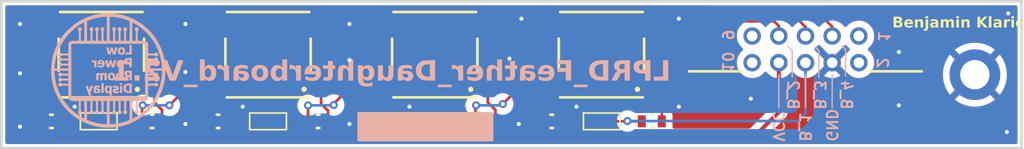
<source format=kicad_pcb>
(kicad_pcb (version 20240108) (generator "pcbnew") (generator_version "8.0")
  (title_block (title "Feather Daughterboard") (date "2024-10-30") (rev "1") (company "bklaric") (comment 4 "lprd_feather_daughterboard"))
  (layers (0 "F.Cu" signal) (31 "B.Cu" signal) (34 "B.Paste" user) (35 "F.Paste" user) (36 "B.SilkS" user "B.Silkscreen") (37 "F.SilkS" user "F.Silkscreen") (38 "B.Mask" user) (39 "F.Mask" user) (44 "Edge.Cuts" user))
  (net 0 "")
  (net 1 "/Board/GND")
  (net 2 "/Board/Button_1")
  (net 3 "/Board/Button_2")
  (net 4 "/Board/Button_3")
  (net 5 "/Board/Button_4")
  (net 6 "/Board/VCC")
  (net 7 "Net-(R1_1-Pad2)")
  (net 8 "Net-(R1_2-Pad2)")
  (net 9 "Net-(R1_3-Pad2)")
  (net 10 "Net-(R1_4-Pad2)")
  (footprint "Custom footprints:WRIS-RSKS_0603_REFLOW" (layer "F.Cu") (at 119.8 88)
    (property "Reference" "R1_4" (hide yes))
    (property "Value" "75kΩ" (hide yes))
  )
  (footprint "Custom footprints:WRIS-RSKS_0603_REFLOW" (layer "F.Cu") (at 149.7741 88 180)
    (property "Reference" "R2_1" (hide yes))
    (property "Value" "10kΩ" (hide yes))
  )
  (footprint "Custom footprints:430182050816" (layer "F.Cu") (at 116 83 180)
    (property "Reference" "S4" (hide yes))
    (property "Value" "430182050816" (hide yes))
  )
  (footprint "Custom footprints:WRIS-RSKS_0603_REFLOW" (layer "F.Cu") (at 137.25 88 180)
    (property "Reference" "R2_2" (hide yes))
    (property "Value" "10kΩ" (hide yes))
  )
  (footprint "Custom footprints:WRIS-RSKS_0603_REFLOW" (layer "F.Cu") (at 132.25 88)
    (property "Reference" "R1_3" (hide yes))
    (property "Value" "75kΩ" (hide yes))
  )
  (footprint "Custom footprints:430182050816" (layer "F.Cu") (at 128.5 83 180)
    (property "Reference" "S3" (hide yes))
    (property "Value" "430182050816" (hide yes))
  )
  (footprint "Custom footprints:430182050816" (layer "F.Cu") (at 153.5 83 180)
    (property "Reference" "S1" (hide yes))
    (property "Value" "430182050816" (hide yes))
  )
  (footprint "Custom footprints:WRIS-RSKS_0603_REFLOW" (layer "F.Cu") (at 144.8 88)
    (property "Reference" "R1_2" (hide yes))
    (property "Value" "75kΩ" (hide yes))
  )
  (footprint "Custom footprints:WRIS-RSKS_0603_REFLOW" (layer "F.Cu") (at 112.26 88 180)
    (property "Reference" "R2_4" (hide yes))
    (property "Value" "10kΩ" (hide yes))
  )
  (footprint "Custom footprints:62501021721" (layer "F.Cu") (at 168.8 87.15)
    (property "Reference" "J1" (hide yes))
    (property "Value" "6250XX21721_62501021721" (hide yes))
    (property "VALUE" "62501021721" (hide yes))
  )
  (footprint "Custom footprints:WCAP-CSGP_0603_R" (layer "F.Cu") (at 141 88 180)
    (property "Reference" "C1_2" (hide yes))
    (property "Value" "100nF" (hide yes))
  )
  (footprint "Custom footprints:430182050816" (layer "F.Cu") (at 141 83 180)
    (property "Reference" "S2" (hide yes))
    (property "Value" "430182050816" (hide yes))
  )
  (footprint "Custom footprints:WCAP-CSGP_0603_R" (layer "F.Cu") (at 115.8 88 180)
    (property "Reference" "C1_4" (hide yes))
    (property "Value" "100nF" (hide yes))
  )
  (footprint "Custom footprints:WCAP-CSGP_0603_R" (layer "F.Cu") (at 153.5241 88 180)
    (property "Reference" "C1_1" (hide yes))
    (property "Value" "100nF" (hide yes))
  )
  (footprint "Custom footprints:WRIS-RSKS_0603_REFLOW" (layer "F.Cu") (at 124.75 88 180)
    (property "Reference" "R2_3" (hide yes))
    (property "Value" "10kΩ" (hide yes))
  )
  (footprint "Custom footprints:WRIS-RSKS_0603_REFLOW" (layer "F.Cu") (at 157.2741 88)
    (property "Reference" "R1_1" (hide yes))
    (property "Value" "75kΩ" (hide yes))
  )
  (footprint "MountingHole:MountingHole_2.2mm_M2_DIN965_Pad" (layer "F.Cu") (at 181.5 84.5)
    (property "Reference" "H2" (hide yes))
    (property "Value" "MountingHole_Pad" (hide yes))
  )
  (footprint "Custom footprints:WCAP-CSGP_0603_R" (layer "F.Cu") (at 128.5 88 180)
    (property "Reference" "C1_3" (hide yes))
    (property "Value" "100nF" (hide yes))
  )
  (gr_poly (pts (xy 118.146047 83.24126) (xy 118.042015 83.242205) (xy 117.965399 83.24477) (xy 117.935573 83.246913) (xy 117.910443 83.249764) (xy 117.88929 83.253426) (xy 117.871393 83.257998) (xy 117.856033 83.263583) (xy 117.842492 83.270282) (xy 117.830049 83.278195) (xy 117.817985 83.287425) (xy 117.792117 83.310237) (xy 117.783867 83.319818) (xy 117.776352 83.329528) (xy 117.769547 83.339379) (xy 117.763425 83.349382) (xy 117.757962 83.359546) (xy 117.75313 83.369883) (xy 117.748905 83.380403) (xy 117.74526 83.391116) (xy 117.74217 83.402033) (xy 117.739608 83.413165) (xy 117.737549 83.424521) (xy 117.735967 83.436113) (xy 117.734835 83.447952) (xy 117.734129 83.460047) (xy 117.733822 83.472409) (xy 117.733888 83.485048) (xy 117.735194 83.497215) (xy 117.736842 83.509176) (xy 117.738853 83.52093) (xy 117.741247 83.532473) (xy 117.744043 83.543805) (xy 117.747261 83.554923) (xy 117.750921 83.565824) (xy 117.755042 83.576508) (xy 117.759645 83.586972) (xy 117.764749 83.597213) (xy 117.770373 83.60723) (xy 117.776539 83.61702) (xy 117.783264 83.626582) (xy 117.79057 83.635913) (xy 117.798475 83.645012) (xy 117.807 83.653875) (xy 117.824173 83.66688) (xy 117.841223 83.678205) (xy 117.85821 83.687965) (xy 117.875194 83.696277) (xy 117.892236 83.703256) (xy 117.909395 83.709019) (xy 117.926732 83.713683) (xy 117.944307 83.717362) (xy 117.962179 83.720174) (xy 117.98041 83.722234) (xy 117.99906 83.723659) (xy 118.018188 83.724564) (xy 118.05812 83.72528) (xy 118.100688 83.725313) (xy 118.100688 83.947563) (xy 118.28325 83.947563) (xy 118.28325 83.582438) (xy 118.100688 83.582438) (xy 118.07073 83.583735) (xy 118.058353 83.584107) (xy 118.047402 83.584224) (xy 118.037647 83.584033) (xy 118.028859 83.583484) (xy 118.020806 83.582523) (xy 118.013259 83.581098) (xy 118.005986 83.579157) (xy 117.998758 83.576647) (xy 117.991344 83.573517) (xy 117.983514 83.569713) (xy 117.975038 83.565183) (xy 117.965685 83.559876) (xy 117.943426 83.546719) (xy 117.941367 83.544008) (xy 117.939446 83.541257) (xy 117.93766 83.538468) (xy 117.936005 83.535643) (xy 117.933071 83.529887) (xy 117.93061 83.524001) (xy 117.92859 83.517998) (xy 117.926977 83.511888) (xy 117.92574 83.505684) (xy 117.924845 83.499397) (xy 117.924259 83.493038) (xy 117.923949 83.486619) (xy 117.923884 83.480152) (xy 117.924029 83.473648) (xy 117.924352 83.46712) (xy 117.924821 83.460578) (xy 117.926063 83.4475) (xy 117.928017 83.442781) (xy 117.929979 83.438385) (xy 117.931968 83.434279) (xy 117.934002 83.430435) (xy 117.9361 83.426821) (xy 117.938281 83.423405) (xy 117.940563 83.420158) (xy 117.942965 83.417049) (xy 117.945505 83.414046) (xy 117.948202 83.411119) (xy 117.951075 83.408237) (xy 117.954142 83.40537) (xy 117.957422 83.402486) (xy 117.960934 83.399554) (xy 117.964696 83.396545) (xy 117.968727 83.393426) (xy 117.976991 83.390916) (xy 117.985198 83.388801) (xy 117.993358 83.387052) (xy 118.001485 83.385638) (xy 118.00959 83.38453) (xy 118.017685 83.383699) (xy 118.025782 83.383113) (xy 118.033892 83.382744) (xy 118.050201 83.382536) (xy 118.066706 83.382835) (xy 118.100688 83.384) (xy 118.100688 83.582438) (xy 118.28325 83.582438) (xy 118.28325 83.241125)) (stroke (width -0.000001)) (fill solid) (layer "B.SilkS"))
  (gr_poly (pts (xy 117.39425 85.868438) (xy 117.560938 85.868438) (xy 117.560938 85.336625) (xy 117.39425 85.336625)) (stroke (width -0.000001)) (fill solid) (layer "B.SilkS"))
  (gr_poly (pts (xy 118.100688 82.852188) (xy 117.807 82.852188) (xy 117.807 82.987125) (xy 118.28325 82.987125) (xy 118.28325 82.280688) (xy 118.100688 82.280688)) (stroke (width -0.000001)) (fill solid) (layer "B.SilkS"))
  (gr_poly (pts (xy 116.94975 82.764875) (xy 116.938366 82.734009) (xy 116.927595 82.703424) (xy 116.922446 82.6881) (xy 116.91746 82.672683) (xy 116.912638 82.657117) (xy 116.907985 82.641348) (xy 116.903283 82.62507) (xy 116.888731 82.574375) (xy 116.878731 82.53968) (xy 116.8545 82.455313) (xy 116.69575 82.455313) (xy 116.678666 82.518999) (xy 116.662274 82.579918) (xy 116.650887 82.622326) (xy 116.634514 82.683206) (xy 116.629376 82.702425) (xy 116.624341 82.721392) (xy 116.622387 82.728207) (xy 116.620481 82.73422) (xy 116.618379 82.740161) (xy 116.615835 82.746763) (xy 116.608438 82.764875) (xy 116.537 82.455313) (xy 116.354438 82.455313) (xy 116.367046 82.505588) (xy 116.380252 82.555648) (xy 116.39403 82.605552) (xy 116.408357 82.655363) (xy 116.416797 82.684318) (xy 116.438758 82.759477) (xy 116.461268 82.836592) (xy 116.50525 82.987125) (xy 116.69575 82.987125) (xy 116.712835 82.925176) (xy 116.729227 82.865912) (xy 116.740614 82.824658) (xy 116.756987 82.765433) (xy 116.762124 82.746741) (xy 116.767223 82.72815) (xy 116.769193 82.721469) (xy 116.771104 82.715574) (xy 116.773201 82.709747) (xy 116.77573 82.703271) (xy 116.783063 82.6855) (xy 116.790223 82.712334) (xy 116.816539 82.810541) (xy 116.827926 82.853112) (xy 116.844299 82.914169) (xy 116.849437 82.933511) (xy 116.856569 82.959534) (xy 116.859047 82.96782) (xy 116.860121 82.971056) (xy 116.861127 82.973793) (xy 116.862095 82.976108) (xy 116.863055 82.978082) (xy 116.864038 82.979791) (xy 116.865075 82.981314) (xy 116.866197 82.982731) (xy 116.867433 82.98412) (xy 116.870375 82.987125) (xy 116.880546 82.987549) (xy 116.890724 82.9878) (xy 116.900905 82.987908) (xy 116.911086 82.9879) (xy 116.935968 82.987823) (xy 116.962152 82.987621) (xy 116.98843 82.987513) (xy 117.052938 82.987125) (xy 117.06078 82.966669) (xy 117.068193 82.946123) (xy 117.075235 82.925488) (xy 117.081962 82.904766) (xy 117.094698 82.863064) (xy 117.106857 82.821027) (xy 117.115297 82.791573) (xy 117.132807 82.730232) (xy 117.155308 82.651658) (xy 117.176806 82.576453) (xy 117.184998 82.547966) (xy 117.19247 82.521625) (xy 117.199089 82.498437) (xy 117.200628 82.492016) (xy 117.201784 82.4869) (xy 117.202236 82.484674) (xy 117.202612 82.482584) (xy 117.202921 82.480568) (xy 117.203168 82.478563) (xy 117.20336 82.476504) (xy 117.203504 82.47433) (xy 117.203608 82.471977) (xy 117.203677 82.469381) (xy 117.203741 82.463211) (xy 117.20375 82.455313) (xy 117.021188 82.455313)) (stroke (width -0.000001)) (fill solid) (layer "B.SilkS"))
  (gr_poly (pts (xy 117.496612 82.43548) (xy 117.469169 82.437511) (xy 117.441931 82.441808) (xy 117.428445 82.444802) (xy 117.415079 82.448356) (xy 117.401855 82.452469) (xy 117.388796 82.457139) (xy 117.375924 82.462363) (xy 117.363264 82.46814) (xy 117.350837 82.474468) (xy 117.338666 82.481345) (xy 117.326775 82.488768) (xy 117.315185 82.496737) (xy 117.304203 82.50694) (xy 117.294122 82.517543) (xy 117.284904 82.528531) (xy 117.276507 82.539888) (xy 117.268891 82.551601) (xy 117.262018 82.563655) (xy 117.255848 82.576034) (xy 117.250339 82.588725) (xy 117.245453 82.601713) (xy 117.24115 82.614983) (xy 117.237389 82.62852) (xy 117.234131 82.642309) (xy 117.231336 82.656337) (xy 117.228964 82.670588) (xy 117.226976 82.685047) (xy 117.22533 82.699701) (xy 117.225049 82.716102) (xy 117.225357 82.732393) (xy 117.226275 82.748551) (xy 117.227823 82.764555) (xy 117.230024 82.780386) (xy 117.232896 82.79602) (xy 117.236462 82.811438) (xy 117.240742 82.826618) (xy 117.245757 82.841539) (xy 117.251527 82.85618) (xy 117.258074 82.87052) (xy 117.265419 82.884537) (xy 117.273581 82.89821) (xy 117.282583 82.911519) (xy 117.292444 82.924442) (xy 117.303186 82.936958) (xy 117.315417 82.947861) (xy 117.327812 82.957617) (xy 117.340383 82.966286) (xy 117.353142 82.973928) (xy 117.366101 82.980602) (xy 117.379273 82.986369) (xy 117.39267 82.991288) (xy 117.406305 82.995419) (xy 117.420189 82.998821) (xy 117.434336 83.001554) (xy 117.448758 83.003679) (xy 117.463466 83.005254) (xy 117.478474 83.00634) (xy 117.493794 83.006996) (xy 117.509438 83.007282) (xy 117.525418 83.007258) (xy 117.539585 83.006528) (xy 117.553363 83.005405) (xy 117.56677 83.003857) (xy 117.579824 83.001851) (xy 117.592545 82.999354) (xy 117.604951 82.996333) (xy 117.617059 82.992755) (xy 117.628889 82.988588) (xy 117.640459 82.983798) (xy 117.651787 82.978352) (xy 117.662893 82.972218) (xy 117.673793 82.965363) (xy 117.684508 82.957754) (xy 117.695055 82.949358) (xy 117.705452 82.940143) (xy 117.715719 82.930075) (xy 117.726432 82.915751) (xy 117.736076 82.901243) (xy 117.744692 82.886545) (xy 117.752319 82.87165) (xy 117.758996 82.856552) (xy 117.764765 82.841245) (xy 117.769663 82.825723) (xy 117.773732 82.80998) (xy 117.77701 82.794009) (xy 117.779538 82.777805) (xy 117.781356 82.761361) (xy 117.782502 82.744671) (xy 117.782542 82.743357) (xy 117.604966 82.743357) (xy 117.604796 82.751545) (xy 117.604393 82.759562) (xy 117.603747 82.767419) (xy 117.602849 82.775128) (xy 117.601689 82.782698) (xy 117.600258 82.790143) (xy 117.598545 82.797472) (xy 117.596541 82.804698) (xy 117.594237 82.811832) (xy 117.591622 82.818884) (xy 117.588687 82.825866) (xy 117.585423 82.83279) (xy 117.581819 82.839667) (xy 117.577866 82.846507) (xy 117.573555 82.853323) (xy 117.568875 82.860125) (xy 117.563182 82.86375) (xy 117.557662 82.867054) (xy 117.552281 82.870038) (xy 117.547008 82.872701) (xy 117.541809 82.875045) (xy 117.53665 82.877071) (xy 117.5315 82.878779) (xy 117.526325 82.88017) (xy 117.521092 82.881245) (xy 117.515768 82.882004) (xy 117.51032 82.882448) (xy 117.504716 82.882578) (xy 117.498923 82.882394) (xy 117.492906 82.881898) (xy 117.486635 82.881089) (xy 117.480074 82.879969) (xy 117.474395 82.878038) (xy 117.469078 82.876045) (xy 117.464099 82.873965) (xy 117.45943 82.871776) (xy 117.455046 82.869453) (xy 117.45092 82.866974) (xy 117.447026 82.864315) (xy 117.443337 82.861451) (xy 117.439828 82.85836) (xy 117.436471 82.855018) (xy 117.43324 82.851402) (xy 117.43011 82.847487) (xy 117.427053 82.843251) (xy 117.424044 82.838669) (xy 117.421056 82.833718) (xy 117.418063 82.828375) (xy 117.414022 82.815604) (xy 117.410554 82.80266) (xy 117.407654 82.789568) (xy 117.40532 82.776355) (xy 117.403547 82.763046) (xy 117.402332 82.749665) (xy 117.401671 82.736239) (xy 117.40156 82.722792) (xy 117.401996 82.709351) (xy 117.402975 82.69594) (xy 117.404493 82.682585) (xy 117.406547 82.669311) (xy 117.409133 82.656144) (xy 117.412248 82.643108) (xy 117.415887 82.630231) (xy 117.420047 82.617535) (xy 117.426036 82.609409) (xy 117.428972 82.605616) (xy 117.431895 82.601984) (xy 117.434827 82.598503) (xy 117.437789 82.595159) (xy 117.440802 82.591938) (xy 117.443886 82.58883) (xy 117.447062 82.585819) (xy 117.450351 82.582895) (xy 117.453774 82.580044) (xy 117.457352 82.577253) (xy 117.461105 82.57451) (xy 117.465055 82.571802) (xy 117.469221 82.569115) (xy 117.473625 82.566438) (xy 117.480824 82.565611) (xy 117.487735 82.564983) (xy 117.494386 82.564577) (xy 117.5008 82.564418) (xy 117.507006 82.564528) (xy 117.513028 82.564931) (xy 117.518892 82.565651) (xy 117.524626 82.56671) (xy 117.530253 82.568134) (xy 117.535801 82.569944) (xy 117.541296 82.572165) (xy 117.546763 82.57482) (xy 117.552228 82.577933) (xy 117.557718 82.581526) (xy 117.563259 82.585624) (xy 117.568875 82.59025) (xy 117.574089 82.598415) (xy 117.578817 82.606499) (xy 117.58308 82.614527) (xy 117.586895 82.622524) (xy 117.590282 82.630515) (xy 117.593258 82.638525) (xy 117.595844 82.64658) (xy 117.598057 82.654704) (xy 117.599916 82.662922) (xy 117.60144 82.671259) (xy 117.602648 82.679741) (xy 117.603557 82.688391) (xy 117.604188 82.697237) (xy 117.604559 82.706301) (xy 117.604688 82.71561) (xy 117.604594 82.725188) (xy 117.604966 82.743357) (xy 117.782542 82.743357) (xy 117.783017 82.727729) (xy 117.782941 82.710529) (xy 117.782313 82.693065) (xy 117.781172 82.67533) (xy 117.778318 82.657241) (xy 117.776669 82.648437) (xy 117.774855 82.639777) (xy 117.772863 82.631248) (xy 117.770681 82.62284) (xy 117.768295 82.614538) (xy 117.765693 82.606331) (xy 117.762862 82.598208) (xy 117.75979 82.590154) (xy 117.756463 82.582159) (xy 117.752869 82.57421) (xy 117.748994 82.566294) (xy 117.744827 82.558399) (xy 117.740354 82.550514) (xy 117.735563 82.542625) (xy 117.722664 82.521789) (xy 117.712322 82.511949) (xy 117.701598 82.502713) (xy 117.690514 82.494078) (xy 117.679093 82.486044) (xy 117.667358 82.478609) (xy 117.655332 82.471769) (xy 117.643038 82.465524) (xy 117.630498 82.459871) (xy 117.617735 82.454808) (xy 117.604773 82.450333) (xy 117.591633 82.446445) (xy 117.578339 82.443141) (xy 117.564914 82.44042) (xy 117.551379 82.438279) (xy 117.537759 82.436716) (xy 117.524076 82.43573) (xy 117.510353 82.435319)) (stroke (width -0.000001)) (fill solid) (layer "B.SilkS"))
  (gr_poly (pts (xy 116.07388 84.360554) (xy 116.061593 84.361867) (xy 116.049405 84.363956) (xy 116.03737 84.366807) (xy 116.025542 84.370408) (xy 116.013975 84.374747) (xy 116.002722 84.37981) (xy 115.991838 84.385587) (xy 115.981375 84.392063) (xy 115.970895 84.403412) (xy 115.966655 84.408085) (xy 115.96302 84.4122) (xy 115.959943 84.415838) (xy 115.957377 84.419079) (xy 115.955276 84.422007) (xy 115.953594 84.4247) (xy 115.952284 84.427243) (xy 115.9513 84.429714) (xy 115.950594 84.432197) (xy 115.950121 84.434773) (xy 115.949835 84.437522) (xy 115.949687 84.440526) (xy 115.949625 84.447625) (xy 115.929006 84.432556) (xy 115.901504 84.412899) (xy 115.888001 84.402977) (xy 115.87821 84.396327) (xy 115.868495 84.390312) (xy 115.858827 84.384916) (xy 115.849177 84.380123) (xy 115.839515 84.375918) (xy 115.829812 84.372286) (xy 115.820039 84.369211) (xy 115.810166 84.366678) (xy 115.800163 84.364671) (xy 115.790002 84.363175) (xy 115.779653 84.362174) (xy 115.769086 84.361654) (xy 115.758273 84.361598) (xy 115.747183 84.361991) (xy 115.735788 84.362819) (xy 115.724058 84.364064) (xy 115.717483 84.365527) (xy 115.711224 84.367168) (xy 115.705259 84.368999) (xy 115.699565 84.371032) (xy 115.694122 84.373276) (xy 115.688907 84.375744) (xy 115.683899 84.378445) (xy 115.679077 84.381391) (xy 115.674418 84.384594) (xy 115.6699 84.388063) (xy 115.665503 84.39181) (xy 115.661204 84.395847) (xy 115.656982 84.400183) (xy 115.652815 84.40483) (xy 115.648681 84.409798) (xy 115.644559 84.4151) (xy 115.639695 84.422687) (xy 115.635213 84.430085) (xy 115.631104 84.437337) (xy 115.627358 84.444483) (xy 115.623966 84.451563) (xy 115.62092 84.458618) (xy 115.618209 84.465689) (xy 115.615825 84.472816) (xy 115.613758 84.48004) (xy 115.612 84.487402) (xy 115.610541 84.494942) (xy 115.609372 84.502701) (xy 115.608484 84.510721) (xy 115.607867 84.51904) (xy 115.607513 84.527701) (xy 115.607412 84.536744) (xy 115.607414 84.561777) (xy 115.607538 84.58864) (xy 115.607572 84.616266) (xy 115.607817 84.70361) (xy 115.607925 84.762831) (xy 115.608313 84.908) (xy 115.782938 84.908) (xy 115.784116 84.830982) (xy 115.785457 84.757137) (xy 115.786287 84.705815) (xy 115.787588 84.632048) (xy 115.787867 84.608869) (xy 115.788344 84.587206) (xy 115.788665 84.568191) (xy 115.789166 84.564653) (xy 115.789752 84.561243) (xy 115.790422 84.557947) (xy 115.791177 84.554752) (xy 115.792016 84.551643) (xy 115.792938 84.548605) (xy 115.793945 84.545626) (xy 115.795035 84.542689) (xy 115.796209 84.539783) (xy 115.797466 84.536891) (xy 115.798806 84.534) (xy 115.800229 84.531096) (xy 115.803325 84.525191) (xy 115.80675 84.519063) (xy 115.825848 84.518501) (xy 115.844949 84.518071) (xy 115.866436 84.517513) (xy 115.873643 84.517579) (xy 115.876643 84.517673) (xy 115.879325 84.517841) (xy 115.881754 84.518108) (xy 115.883992 84.518501) (xy 115.88506 84.518753) (xy 115.886104 84.519045) (xy 115.887132 84.519381) (xy 115.888153 84.519765) (xy 115.889174 84.520199) (xy 115.890203 84.520687) (xy 115.892318 84.521836) (xy 115.894562 84.523239) (xy 115.896998 84.52492) (xy 115.89969 84.526904) (xy 115.902701 84.529219) (xy 115.909938 84.534938) (xy 115.911182 84.540458) (xy 115.912113 84.544844) (xy 115.912473 84.546743) (xy 115.912771 84.548517) (xy 115.91301 84.550219) (xy 115.913195 84.551901) (xy 115.913333 84.553616) (xy 115.913427 84.555417) (xy 115.913484 84.557357) (xy 115.913507 84.559488) (xy 115.913474 84.564537) (xy 115.91337 84.570986) (xy 115.913846 84.593615) (xy 115.913999 84.618096) (xy 115.914431 84.64312) (xy 115.914975 84.68279) (xy 115.915395 84.722461) (xy 115.916216 84.776163) (xy 115.917875 84.908) (xy 116.0925 84.908) (xy 116.093679 84.838764) (xy 116.095019 84.77201) (xy 116.095849 84.725796) (xy 116.097151 84.659178) (xy 116.097429 84.638476) (xy 116.097469 84.617201) (xy 116.097589 84.608381) (xy 116.097827 84.600539) (xy 116.098224 84.593501) (xy 116.098817 84.58709) (xy 116.099648 84.581134) (xy 116.100754 84.575455) (xy 116.102175 84.56988) (xy 116.103951 84.564234) (xy 116.106121 84.558342) (xy 116.108723 84.552028) (xy 116.111798 84.545118) (xy 116.115385 84.537437) (xy 116.12425 84.519063) (xy 116.133714 84.518147) (xy 116.137217 84.517869) (xy 116.140434 84.517687) (xy 116.143769 84.517584) (xy 116.14762 84.517542) (xy 116.15848 84.517574) (xy 116.177239 84.517233) (xy 116.184416 84.517606) (xy 116.187429 84.517821) (xy 116.190158 84.51809) (xy 116.192675 84.518438) (xy 116.195055 84.518892) (xy 116.197369 84.519477) (xy 116.199693 84.52022) (xy 116.2021 84.521146) (xy 116.204663 84.522281) (xy 116.207455 84.523651) (xy 116.210551 84.525283) (xy 116.214024 84.527201) (xy 116.217947 84.529432) (xy 116.227438 84.534938) (xy 116.235375 84.908) (xy 116.41 84.908) (xy 116.41 84.376188) (xy 116.235375 84.376188) (xy 116.227438 84.415875) (xy 116.21147 84.405736) (xy 116.190231 84.392559) (xy 116.169302 84.379443) (xy 116.158156 84.374108) (xy 116.146679 84.369647) (xy 116.134925 84.366048) (xy 116.122948 84.363299) (xy 116.110801 84.361388) (xy 116.098538 84.360302) (xy 116.086213 84.360028)) (stroke (width -0.000001)) (fill solid) (layer "B.SilkS"))
  (gr_poly (pts (xy 117.386313 85.273125) (xy 117.568875 85.273125) (xy 117.568875 85.138188) (xy 117.386313 85.138188)) (stroke (width -0.000001)) (fill solid) (layer "B.SilkS"))
  (gr_poly (pts (xy 116.730518 84.356077) (xy 116.705354 84.359358) (xy 116.680615 84.364656) (xy 116.668462 84.368068) (xy 116.656484 84.371993) (xy 116.644705 84.376433) (xy 116.633146 84.38139) (xy 116.621832 84.386868) (xy 116.610786 84.392868) (xy 116.600029 84.399395) (xy 116.589586 84.40645) (xy 116.578593 84.415979) (xy 116.568233 84.425617) (xy 116.558502 84.435396) (xy 116.549397 84.445351) (xy 116.540915 84.455515) (xy 116.533051 84.465924) (xy 116.525803 84.47661) (xy 116.519166 84.487607) (xy 116.513137 84.498951) (xy 116.507713 84.510674) (xy 116.502889 84.522811) (xy 116.498663 84.535396) (xy 116.495031 84.548462) (xy 116.491989 84.562044) (xy 116.489534 84.576176) (xy 116.487662 84.590892) (xy 116.486694 84.609523) (xy 116.486186 84.627954) (xy 116.486197 84.646178) (xy 116.486788 84.664185) (xy 116.488018 84.681968) (xy 116.489946 84.699518) (xy 116.492633 84.716827) (xy 116.496139 84.733886) (xy 116.500523 84.750687) (xy 116.505844 84.767222) (xy 116.512163 84.783482) (xy 116.519539 84.79946) (xy 116.528033 84.815146) (xy 116.537703 84.830533) (xy 116.54861 84.845612) (xy 116.560813 84.860375) (xy 116.575486 84.872068) (xy 116.590325 84.882372) (xy 116.605339 84.891366) (xy 116.620537 84.89913) (xy 116.635929 84.905745) (xy 116.651525 84.911289) (xy 116.667334 84.915842) (xy 116.683367 84.919485) (xy 116.699633 84.922298) (xy 116.716141 84.924359) (xy 116.732902 84.925749) (xy 116.749924 84.926548) (xy 116.767218 84.926835) (xy 116.784794 84.92669) (xy 116.820828 84.925425) (xy 116.832661 84.92413) (xy 116.844283 84.922323) (xy 116.855689 84.920007) (xy 116.866872 84.917184) (xy 116.877827 84.913857) (xy 116.888547 84.910026) (xy 116.899027 84.905694) (xy 116.909259 84.900864) (xy 116.919239 84.895537) (xy 116.92896 84.889714) (xy 116.938415 84.883399) (xy 116.947599 84.876593) (xy 116.956506 84.869298) (xy 116.965129 84.861516) (xy 116.973462 84.85325) (xy 116.9815 84.8445) (xy 116.989404 84.8333) (xy 116.996672 84.821857) (xy 117.003321 84.810185) (xy 117.009366 84.798294) (xy 117.014823 84.786198) (xy 117.019708 84.773909) (xy 117.024036 84.761439) (xy 117.027824 84.7488) (xy 117.031086 84.736005) (xy 117.033838 84.723065) (xy 117.036097 84.709993) (xy 117.037878 84.696802) (xy 117.039196 84.683504) (xy 117.040068 84.67011) (xy 117.040509 84.656633) (xy 117.040535 84.643086) (xy 117.040496 84.639208) (xy 116.865959 84.639208) (xy 116.865767 84.651593) (xy 116.865261 84.664041) (xy 116.864498 84.676538) (xy 116.862438 84.701625) (xy 116.860847 84.708824) (xy 116.859093 84.715891) (xy 116.857158 84.722819) (xy 116.855023 84.729601) (xy 116.852668 84.736228) (xy 116.850074 84.742695) (xy 116.847224 84.748992) (xy 116.844097 84.755114) (xy 116.840676 84.761053) (xy 116.83694 84.766801) (xy 116.832872 84.772351) (xy 116.828452 84.777695) (xy 116.823661 84.782828) (xy 116.81848 84.78774) (xy 116.812891 84.792425) (xy 116.806875 84.796875) (xy 116.801104 84.79843) (xy 116.79561 84.7998) (xy 116.790355 84.800979) (xy 116.7853 84.801962) (xy 116.780405 84.802743) (xy 116.775632 84.803316) (xy 116.770942 84.803676) (xy 116.766295 84.803817) (xy 116.761653 84.803733) (xy 116.756976 84.803419) (xy 116.752227 84.802869) (xy 116.747364 84.802077) (xy 116.742351 84.801038) (xy 116.737147 84.799746) (xy 116.731714 84.798195) (xy 116.726012 84.796379) (xy 116.720369 84.792364) (xy 116.715009 84.788278) (xy 116.709927 84.784106) (xy 116.705118 84.779832) (xy 116.700579 84.77544) (xy 116.696306 84.770914) (xy 116.692294 84.766239) (xy 116.688539 84.761399) (xy 116.685037 84.756378) (xy 116.681784 84.75116) (xy 116.678776 84.745729) (xy 116.676008 84.74007) (xy 116.673476 84.734167) (xy 116.671176 84.728004) (xy 116.669104 84.721565) (xy 116.667256 84.714834) (xy 116.665535 84.702802) (xy 116.664092 84.690763) (xy 116.662954 84.678727) (xy 116.662146 84.666704) (xy 116.661696 84.654704) (xy 116.661629 84.642736) (xy 116.661971 84.63081) (xy 116.662749 84.618937) (xy 116.66399 84.607125) (xy 116.665718 84.595385) (xy 116.667961 84.583727) (xy 116.670745 84.57216) (xy 116.674096 84.560694) (xy 116.67804 84.549339) (xy 116.682603 84.538104) (xy 116.687813 84.527) (xy 116.69341 84.520364) (xy 116.696101 84.517311) (xy 116.698749 84.514416) (xy 116.701377 84.511666) (xy 116.704009 84.50905) (xy 116.706666 84.506553) (xy 116.709371 84.504163) (xy 116.712146 84.501866) (xy 116.715014 84.49965) (xy 116.717998 84.497501) (xy 116.72112 84.495407) (xy 116.724402 84.493354) (xy 116.727867 84.491329) (xy 116.731538 84.48932) (xy 116.735438 84.487313) (xy 116.749588 84.486385) (xy 116.756256 84.486113) (xy 116.762686 84.486015) (xy 116.768904 84.486126) (xy 116.774936 84.48648) (xy 116.780809 84.487114) (xy 116.786546 84.488062) (xy 116.792175 84.489358) (xy 116.79772 84.491037) (xy 116.803208 84.493136) (xy 116.808665 84.495687) (xy 116.814115 84.498727) (xy 116.819585 84.50229) (xy 116.825101 84.506411) (xy 116.830688 84.511125) (xy 116.837793 84.521896) (xy 116.843944 84.532883) (xy 116.849199 84.544073) (xy 116.853616 84.555451) (xy 116.857254 84.567004) (xy 116.860169 84.578717) (xy 116.862421 84.590578) (xy 116.864068 84.602571) (xy 116.865168 84.614683) (xy 116.865779 84.6269) (xy 116.865959 84.639208) (xy 117.040496 84.639208) (xy 117.040336 84.62314) (xy 117.039736 84.608882) (xy 117.038714 84.595002) (xy 117.037243 84.581478) (xy 117.035294 84.568293) (xy 117.032842 84.555427) (xy 117.02986 84.542862) (xy 117.02632 84.530577) (xy 117.022196 84.518555) (xy 117.017461 84.506775) (xy 117.012088 84.495219) (xy 117.00605 84.483868) (xy 116.99932 84.472703) (xy 116.991871 84.461705) (xy 116.983676 84.450853) (xy 116.974709 84.440131) (xy 116.964943 84.429518) (xy 116.955497 84.421435) (xy 116.945673 84.413801) (xy 116.935495 84.406618) (xy 116.924985 84.399888) (xy 116.914166 84.393615) (xy 116.903062 84.3878) (xy 116.880089 84.377558) (xy 116.85625 84.369184) (xy 116.831729 84.362699) (xy 116.806712 84.358125) (xy 116.781381 84.355482) (xy 116.755922 84.354792)) (stroke (width -0.000001)) (fill solid) (layer "B.SilkS"))
  (gr_line (start 171.8 82.6) (end 171.8 84.6) (stroke (width 0.1)) (layer "B.SilkS"))
  (gr_poly (pts (xy 117.38933 83.39564) (xy 117.364167 83.398921) (xy 117.339427 83.404219) (xy 117.327274 83.407631) (xy 117.315297 83.411556) (xy 117.303517 83.415995) (xy 117.291959 83.420952) (xy 117.280645 83.42643) (xy 117.269598 83.432431) (xy 117.258842 83.438957) (xy 117.248399 83.446012) (xy 117.237406 83.455542) (xy 117.227045 83.465179) (xy 117.217315 83.474958) (xy 117.20821 83.484913) (xy 117.199728 83.495078) (xy 117.191864 83.505486) (xy 117.184615 83.516172) (xy 117.177978 83.52717) (xy 117.17195 83.538513) (xy 117.166525 83.550237) (xy 117.161702 83.562374) (xy 117.157476 83.574958) (xy 117.153844 83.588025) (xy 117.150802 83.601607) (xy 117.148347 83.615739) (xy 117.146475 83.630454) (xy 117.145506 83.649086) (xy 117.144998 83.667517) (xy 117.145009 83.685741) (xy 117.1456 83.703748) (xy 117.14683 83.721531) (xy 117.148758 83.739081) (xy 117.151446 83.756389) (xy 117.154951 83.773448) (xy 117.159335 83.790249) (xy 117.164656 83.806784) (xy 117.170975 83.823045) (xy 117.178352 83.839022) (xy 117.186845 83.854709) (xy 117.196515 83.870096) (xy 117.207422 83.885175) (xy 117.219625 83.899938) (xy 117.234299 83.911631) (xy 117.249138 83.921935) (xy 117.264151 83.930929) (xy 117.279349 83.938693) (xy 117.294741 83.945307) (xy 117.310337 83.950851) (xy 117.326147 83.955405) (xy 117.34218 83.959048) (xy 117.358445 83.96186) (xy 117.374953 83.963922) (xy 117.391714 83.965312) (xy 117.408737 83.966111) (xy 117.426031 83.966398) (xy 117.443606 83.966253) (xy 117.47964 83.964988) (xy 117.491473 83.963692) (xy 117.503095 83.961886) (xy 117.514501 83.95957) (xy 117.525685 83.956747) (xy 117.53664 83.953419) (xy 117.54736 83.949589) (xy 117.557839 83.945257) (xy 117.568072 83.940426) (xy 117.578052 83.935099) (xy 117.587772 83.929277) (xy 117.597227 83.922961) (xy 117.606411 83.916155) (xy 117.615318 83.908861) (xy 117.623941 83.901079) (xy 117.632275 83.892812) (xy 117.640313 83.884063) (xy 117.648216 83.872863) (xy 117.655485 83.86142) (xy 117.662134 83.849747) (xy 117.668179 83.837857) (xy 117.673636 83.825761) (xy 117.678521 83.813472) (xy 117.682849 83.801001) (xy 117.686636 83.788363) (xy 117.689898 83.775567) (xy 117.692651 83.762628) (xy 117.69491 83.749556) (xy 117.69669 83.736365) (xy 117.698009 83.723066) (xy 117.698881 83.709673) (xy 117.699322 83.696196) (xy 117.699348 83.682649) (xy 117.699307 83.678565) (xy 117.523932 83.678565) (xy 117.523751 83.690938) (xy 117.522716 83.71593) (xy 117.52125 83.741188) (xy 117.519697 83.748385) (xy 117.51797 83.755453) (xy 117.516051 83.762383) (xy 117.513922 83.769167) (xy 117.511566 83.775798) (xy 117.508966 83.782269) (xy 117.506104 83.788571) (xy 117.502963 83.794696) (xy 117.499526 83.800638) (xy 117.495774 83.806388) (xy 117.49169 83.811939) (xy 117.487258 83.817283) (xy 117.482459 83.822413) (xy 117.477276 83.82732) (xy 117.471691 83.831998) (xy 117.465688 83.836438) (xy 117.459916 83.837992) (xy 117.454422 83.839362) (xy 117.449167 83.840542) (xy 117.444112 83.841525) (xy 117.439217 83.842306) (xy 117.434444 83.842879) (xy 117.429754 83.843239) (xy 117.425107 83.84338) (xy 117.420465 83.843296) (xy 117.415789 83.842982) (xy 117.411039 83.842432) (xy 117.406177 83.84164) (xy 117.401163 83.840601) (xy 117.395959 83.839309) (xy 117.390526 83.837757) (xy 117.384824 83.835942) (xy 117.379182 83.831927) (xy 117.373821 83.827841) (xy 117.368739 83.823669) (xy 117.363931 83.819395) (xy 117.359392 83.815003) (xy 117.355118 83.810477) (xy 117.351106 83.805802) (xy 117.347352 83.800962) (xy 117.34385 83.795941) (xy 117.340597 83.790722) (xy 117.337588 83.785292) (xy 117.33482 83.779633) (xy 117.332288 83.773729) (xy 117.329988 83.767566) (xy 117.327916 83.761127) (xy 117.326068 83.754396) (xy 117.324347 83.742364) (xy 117.322904 83.730325) (xy 117.321766 83.718289) (xy 117.320959 83.706266) (xy 117.320508 83.694266) (xy 117.320441 83.682298) (xy 117.320784 83.670373) (xy 117.321562 83.658499) (xy 117.322802 83.646688) (xy 117.32453 83.634948) (xy 117.326773 83.623289) (xy 117.329557 83.611722) (xy 117.332908 83.600256) (xy 117.336852 83.588901) (xy 117.341416 83.577667) (xy 117.346625 83.566563) (xy 117.352223 83.559927) (xy 117.354913 83.556873) (xy 117.357561 83.553978) (xy 117.36019 83.551229) (xy 117.362821 83.548612) (xy 117.365478 83.546116) (xy 117.368183 83.543725) (xy 117.370958 83.541429) (xy 117.373827 83.539212) (xy 117.37681 83.537064) (xy 117.379932 83.534969) (xy 117.383214 83.532916) (xy 117.38668 83.530892) (xy 117.390351 83.528882) (xy 117.39425 83.526875) (xy 117.408411 83.526008) (xy 117.41504 83.525804) (xy 117.421411 83.525791) (xy 117.427557 83.525998) (xy 117.43351 83.52645) (xy 117.439301 83.527178) (xy 117.444964 83.528207) (xy 117.450531 83.529568) (xy 117.456033 83.531286) (xy 117.461503 83.533391) (xy 117.466973 83.535911) (xy 117.472475 83.538872) (xy 117.478043 83.542303) (xy 117.483707 83.546233) (xy 117.4895 83.550688) (xy 117.49322 83.556081) (xy 117.496676 83.561521) (xy 117.502832 83.57254) (xy 117.508038 83.583736) (xy 117.512366 83.595099) (xy 117.515884 83.606621) (xy 117.518663 83.618292) (xy 117.520774 83.630104) (xy 117.522286 83.642046) (xy 117.52327 83.654109) (xy 117.523795 83.666285) (xy 117.523932 83.678565) (xy 117.699307 83.678565) (xy 117.699148 83.662702) (xy 117.698549 83.648445) (xy 117.697527 83.634564) (xy 117.696055 83.621041) (xy 117.694107 83.607856) (xy 117.691655 83.59499) (xy 117.688672 83.582424) (xy 117.685133 83.570139) (xy 117.681009 83.558117) (xy 117.676273 83.546337) (xy 117.6709 83.534782) (xy 117.664862 83.523431) (xy 117.658132 83.512266) (xy 117.650683 83.501267) (xy 117.642489 83.490416) (xy 117.633522 83.479694) (xy 117.623755 83.46908) (xy 117.614309 83.460998) (xy 117.604486 83.453364) (xy 117.594307 83.446181) (xy 117.583797 83.439451) (xy 117.572979 83.433177) (xy 117.561874 83.427363) (xy 117.538901 83.417121) (xy 117.515062 83.408747) (xy 117.490542 83.402262) (xy 117.465524 83.397687) (xy 117.440193 83.395044) (xy 117.414734 83.394355)) (stroke (width -0.000001)) (fill solid) (layer "B.SilkS"))
  (gr_poly (pts (xy 118.141145 85.162204) (xy 118.032941 85.163628) (xy 117.989555 85.16518) (xy 117.952245 85.167494) (xy 117.920214 85.170724) (xy 117.892661 85.175023) (xy 117.868788 85.180542) (xy 117.847794 85.187435) (xy 117.828881 85.195854) (xy 117.81125 85.205951) (xy 117.7941 85.21788) (xy 117.776632 85.231793) (xy 117.737547 85.26618) (xy 117.725649 85.279756) (xy 117.714837 85.293674) (xy 117.705052 85.307924) (xy 117.69624 85.322492) (xy 117.688344 85.33737) (xy 117.681306 85.352545) (xy 117.675072 85.368006) (xy 117.669583 85.383742) (xy 117.664785 85.399742) (xy 117.66062 85.415995) (xy 117.657031 85.432489) (xy 117.653964 85.449214) (xy 117.65136 85.466158) (xy 117.649164 85.483311) (xy 117.64577 85.518195) (xy 117.646879 85.537904) (xy 117.648736 85.557359) (xy 117.651358 85.576541) (xy 117.65476 85.595434) (xy 117.658958 85.614019) (xy 117.66397 85.632279) (xy 117.66981 85.650195) (xy 117.676496 85.66775) (xy 117.684043 85.684926) (xy 117.692468 85.701704) (xy 117.701786 85.718067) (xy 117.712015 85.733998) (xy 117.723169 85.749477) (xy 117.735266 85.764488) (xy 117.748322 85.779012) (xy 117.762352 85.793031) (xy 117.776124 85.803683) (xy 117.790207 85.813424) (xy 117.804587 85.822292) (xy 117.81925 85.830325) (xy 117.834178 85.83756) (xy 117.849359 85.844034) (xy 117.864776 85.849785) (xy 117.880415 85.854851) (xy 117.912298 85.863078) (xy 117.944888 85.869013) (xy 117.978064 85.872958) (xy 118.011708 85.875213) (xy 118.045698 85.876077) (xy 118.079914 85.875852) (xy 118.148547 85.873335) (xy 118.216646 85.870062) (xy 118.250195 85.868894) (xy 118.28325 85.868438) (xy 118.28325 85.7335) (xy 118.100688 85.7335) (xy 118.065658 85.733719) (xy 118.038226 85.733431) (xy 118.026639 85.732965) (xy 118.016087 85.732212) (xy 118.006284 85.73112) (xy 117.996941 85.729636) (xy 117.987771 85.727707) (xy 117.978485 85.72528) (xy 117.968796 85.722302) (xy 117.958417 85.718719) (xy 117.934434 85.709529) (xy 117.904235 85.697285) (xy 117.895018 85.686734) (xy 117.886582 85.67592) (xy 117.878905 85.66485) (xy 117.871961 85.653531) (xy 117.865726 85.64197) (xy 117.860177 85.630173) (xy 117.855289 85.618149) (xy 117.851037 85.605904) (xy 117.847398 85.593446) (xy 117.844347 85.58078) (xy 117.841861 85.567914) (xy 117.839914 85.554855) (xy 117.838483 85.541611) (xy 117.837544 85.528187) (xy 117.837073 85.514592) (xy 117.837045 85.500832) (xy 117.838086 85.489949) (xy 117.839473 85.479132) (xy 117.841219 85.468401) (xy 117.843335 85.457772) (xy 117.845836 85.447263) (xy 117.848732 85.436891) (xy 117.852037 85.426673) (xy 117.855764 85.416628) (xy 117.859924 85.406773) (xy 117.864531 85.397125) (xy 117.869597 85.387701) (xy 117.875134 85.378519) (xy 117.881156 85.369597) (xy 117.887674 85.360952) (xy 117.894701 85.352601) (xy 117.90225 85.344563) (xy 117.914162 85.336308) (xy 117.925834 85.329252) (xy 117.93733 85.323303) (xy 117.948717 85.31837) (xy 117.96006 85.31436) (xy 117.971425 85.311181) (xy 117.982877 85.308741) (xy 117.994481 85.306949) (xy 118.006304 85.305712) (xy 118.018411 85.304938) (xy 118.030867 85.304536) (xy 118.043739 85.304413) (xy 118.100688 85.304875) (xy 118.100688 85.7335) (xy 118.28325 85.7335) (xy 118.28325 85.162)) (stroke (width -0.000001)) (fill solid) (layer "B.SilkS"))
  (gr_line (start 167.8 82.7) (end 167.8 84.7) (stroke (width 0.1)) (layer "B.SilkS"))
  (gr_line (start 169.8 82.7) (end 169.8 84.7) (stroke (width 0.1)) (layer "B.SilkS"))
  (gr_line (start 169.5 82.4) (end 169.8 82.7) (stroke (width 0.1)) (layer "B.SilkS"))
  (gr_line (start 167.5 82.4) (end 167.8 82.7) (stroke (width 0.1)) (layer "B.SilkS"))
  (gr_poly (pts (xy 117.049183 85.319203) (xy 117.035981 85.319594) (xy 117.02277 85.320356) (xy 117.009567 85.321494) (xy 116.996393 85.323013) (xy 116.983265 85.32492) (xy 116.970204 85.32722) (xy 116.957227 85.329919) (xy 116.944355 85.333021) (xy 116.931606 85.336534) (xy 116.918999 85.340461) (xy 116.906554 85.34481) (xy 116.894289 85.349585) (xy 116.882223 85.354793) (xy 116.870375 85.360438) (xy 116.870375 85.503313) (xy 116.881152 85.501109) (xy 116.890882 85.498964) (xy 116.899841 85.496736) (xy 116.904118 85.495549) (xy 116.908307 85.494288) (xy 116.912443 85.492938) (xy 116.916559 85.49148) (xy 116.920692 85.489897) (xy 116.924875 85.488172) (xy 116.929143 85.486287) (xy 116.93353 85.484225) (xy 116.938073 85.481969) (xy 116.942805 85.4795) (xy 116.949566 85.47603) (xy 116.956159 85.472867) (xy 116.962616 85.47) (xy 116.96897 85.467416) (xy 116.975252 85.465105) (xy 116.981496 85.463053) (xy 116.987734 85.461249) (xy 116.993999 85.459681) (xy 117.000323 85.458337) (xy 117.006738 85.457206) (xy 117.013277 85.456274) (xy 117.019973 85.45553) (xy 117.026857 85.454963) (xy 117.033963 85.45456) (xy 117.041323 85.454309) (xy 117.048969 85.454199) (xy 117.076502 85.453858) (xy 117.084953 85.45388) (xy 117.088458 85.453957) (xy 117.091577 85.454113) (xy 117.09438 85.454373) (xy 117.096935 85.454764) (xy 117.099315 85.455312) (xy 117.100461 85.455652) (xy 117.101589 85.456042) (xy 117.102708 85.456483) (xy 117.103827 85.45698) (xy 117.106099 85.458153) (xy 117.108475 85.459586) (xy 117.111026 85.461305) (xy 117.113821 85.463336) (xy 117.116931 85.465706) (xy 117.124375 85.471563) (xy 117.125027 85.47837) (xy 117.125493 85.483719) (xy 117.125772 85.488076) (xy 117.125842 85.490028) (xy 117.125865 85.491905) (xy 117.125842 85.493768) (xy 117.125772 85.495673) (xy 117.125493 85.499842) (xy 117.125027 85.50488) (xy 117.124375 85.51125) (xy 117.095912 85.5168) (xy 117.036227 85.529039) (xy 116.990729 85.539175) (xy 116.972445 85.54387) (xy 116.956681 85.548538) (xy 116.943096 85.553345) (xy 116.931348 85.558458) (xy 116.921094 85.564042) (xy 116.911993 85.570265) (xy 116.903702 85.577292) (xy 116.89588 85.58529) (xy 116.888184 85.594424) (xy 116.880274 85.604862) (xy 116.862438 85.630313) (xy 116.859081 85.637833) (xy 116.856295 85.645746) (xy 116.854048 85.653999) (xy 116.852307 85.662541) (xy 116.85104 85.67132) (xy 116.850214 85.680283) (xy 116.849797 85.689379) (xy 116.849756 85.698556) (xy 116.850059 85.707761) (xy 116.850674 85.716943) (xy 116.851568 85.726049) (xy 116.852709 85.735028) (xy 116.854064 85.743828) (xy 116.8556 85.752396) (xy 116.859089 85.76863) (xy 116.861243 85.773442) (xy 116.863521 85.778095) (xy 116.865921 85.782593) (xy 116.868439 85.786942) (xy 116.871072 85.791146) (xy 116.873818 85.795211) (xy 116.876672 85.799142) (xy 116.879633 85.802943) (xy 116.882697 85.806621) (xy 116.885861 85.810179) (xy 116.892478 85.81696) (xy 116.899459 85.823327) (xy 116.90678 85.82932) (xy 116.914416 85.83498) (xy 116.922345 85.840348) (xy 116.93054 85.845466) (xy 116.938979 85.850373) (xy 116.947636 85.855111) (xy 116.956488 85.85972) (xy 116.974679 85.868717) (xy 116.992275 85.874685) (xy 117.010578 85.87967) (xy 117.029485 85.883697) (xy 117.048892 85.886792) (xy 117.068695 85.888981) (xy 117.088792 85.890289) (xy 117.109079 85.89074) (xy 117.129452 85.890362) (xy 117.149808 85.889179) (xy 117.170043 85.887216) (xy 117.190054 85.8845) (xy 117.209737 85.881055) (xy 117.228989 85.876907) (xy 117.247707 85.872081) (xy 117.265787 85.866604) (xy 117.283125 85.8605) (xy 117.306938 85.844625) (xy 117.307829 85.839424) (xy 117.308495 85.835285) (xy 117.308961 85.831803) (xy 117.309128 85.830182) (xy 117.309256 85.828573) (xy 117.309347 85.826926) (xy 117.309406 85.825191) (xy 117.309439 85.821253) (xy 117.309383 85.816352) (xy 117.309263 85.810085) (xy 117.309031 85.789621) (xy 117.308426 85.768227) (xy 117.3081 85.746647) (xy 117.307597 85.720228) (xy 117.306938 85.693813) (xy 117.297882 85.697378) (xy 117.28892 85.701027) (xy 117.28004 85.704774) (xy 117.271231 85.708638) (xy 117.262482 85.712632) (xy 117.253784 85.716774) (xy 117.245124 85.721079) (xy 117.236492 85.725563) (xy 117.225421 85.730923) (xy 117.214297 85.735916) (xy 117.203119 85.74051) (xy 117.191886 85.744672) (xy 117.180597 85.748372) (xy 117.169251 85.751577) (xy 117.157847 85.754255) (xy 117.146385 85.756374) (xy 117.134862 85.757903) (xy 117.123278 85.758808) (xy 117.111633 85.759059) (xy 117.099925 85.758623) (xy 117.088152 85.757469) (xy 117.076315 85.755564) (xy 117.064412 85.752877) (xy 117.052442 85.749375) (xy 117.037063 85.741438) (xy 117.045 85.70175) (xy 117.074022 85.694185) (xy 117.112469 85.683891) (xy 117.131507 85.678961) (xy 117.15181 85.673343) (xy 117.172136 85.667211) (xy 117.182219 85.663857) (xy 117.192201 85.660259) (xy 117.202047 85.656381) (xy 117.211721 85.652184) (xy 117.221187 85.647629) (xy 117.230411 85.642679) (xy 117.239356 85.637294) (xy 117.247987 85.631438) (xy 117.256269 85.625072) (xy 117.264165 85.618158) (xy 117.271641 85.610657) (xy 117.27866 85.602532) (xy 117.29004 85.588889) (xy 117.294135 85.58186) (xy 117.297669 85.574633) (xy 117.300675 85.567228) (xy 117.303186 85.559664) (xy 117.305235 85.551961) (xy 117.306857 85.544138) (xy 117.308085 85.536215) (xy 117.308952 85.528212) (xy 117.309492 85.520147) (xy 117.309739 85.512041) (xy 117.309726 85.503913) (xy 117.309486 85.495782) (xy 117.308463 85.479592) (xy 117.306938 85.463625) (xy 117.304251 85.455345) (xy 117.301286 85.447314) (xy 117.298037 85.439531) (xy 117.294499 85.431994) (xy 117.290666 85.424703) (xy 117.286534 85.417657) (xy 117.282096 85.410855) (xy 117.277349 85.404295) (xy 117.272285 85.397977) (xy 117.266901 85.3919) (xy 117.261191 85.386063) (xy 117.255149 85.380464) (xy 117.248771 85.375103) (xy 117.242051 85.369979) (xy 117.234983 85.365091) (xy 117.227563 85.360438) (xy 117.218209 85.355982) (xy 117.208925 85.351806) (xy 117.199691 85.347903) (xy 117.190488 85.344267) (xy 117.181297 85.340893) (xy 117.172099 85.337776) (xy 117.162874 85.334911) (xy 117.153603 85.332291) (xy 117.144267 85.329911) (xy 117.134847 85.327765) (xy 117.125323 85.325849) (xy 117.115677 85.324156) (xy 117.105888 85.322681) (xy 117.095938 85.321419) (xy 117.085808 85.320364) (xy 117.075479 85.31951) (xy 117.062355 85.319177)) (stroke (width -0.000001)) (fill solid) (layer "B.SilkS"))
  (gr_line (start 170.8 84.5) (end 170.8 87) (stroke (width 0.1)) (layer "B.SilkS"))
  (gr_poly (pts (xy 118.138791 84.201694) (xy 118.029369 84.202609) (xy 117.949031 84.205095) (xy 117.917909 84.207171) (xy 117.891825 84.209934) (xy 117.870036 84.213482) (xy 117.851797 84.217914) (xy 117.836364 84.223326) (xy 117.822994 84.229817) (xy 117.810941 84.237485) (xy 117.799462 84.246429) (xy 117.77525 84.268535) (xy 117.768216 84.276794) (xy 117.761896 84.285101) (xy 117.756255 84.293475) (xy 117.751255 84.301932) (xy 117.746858 84.310487) (xy 117.743027 84.319158) (xy 117.739724 84.327962) (xy 117.736913 84.336914) (xy 117.734556 84.346031) (xy 117.732615 84.355331) (xy 117.731053 84.364829) (xy 117.729833 84.374542) (xy 117.728918 84.384486) (xy 117.72827 84.394679) (xy 117.727851 84.405137) (xy 117.727625 84.415875) (xy 117.728949 84.428124) (xy 117.730607 84.440024) (xy 117.732626 84.451589) (xy 117.735034 84.462833) (xy 117.737858 84.473769) (xy 117.741123 84.484411) (xy 117.744858 84.494772) (xy 117.749089 84.504866) (xy 117.753843 84.514705) (xy 117.759147 84.524304) (xy 117.765027 84.533676) (xy 117.771512 84.542835) (xy 117.778626 84.551793) (xy 117.786399 84.560565) (xy 117.794855 84.569163) (xy 117.804023 84.577602) (xy 117.809241 84.581814) (xy 117.814351 84.585814) (xy 117.819425 84.589621) (xy 117.824531 84.593252) (xy 117.829741 84.596726) (xy 117.832406 84.598409) (xy 117.835123 84.600059) (xy 117.837901 84.601678) (xy 117.840749 84.603269) (xy 117.843675 84.604834) (xy 117.846688 84.606375) (xy 117.844506 84.612582) (xy 117.842199 84.618541) (xy 117.839766 84.624276) (xy 117.837203 84.62981) (xy 117.83451 84.635166) (xy 117.831684 84.64037) (xy 117.828721 84.645445) (xy 117.825621 84.650414) (xy 117.822381 84.655301) (xy 117.818999 84.66013) (xy 117.815472 84.664926) (xy 117.811798 84.669711) (xy 117.804001 84.679345) (xy 117.79559 84.689223) (xy 117.774227 84.714275) (xy 117.762968 84.727515) (xy 117.748161 84.745511) (xy 117.733583 84.763688) (xy 117.719157 84.781986) (xy 117.704805 84.800348) (xy 117.693939 84.814268) (xy 117.683535 84.827602) (xy 117.674213 84.839446) (xy 117.664804 84.851221) (xy 117.655305 84.862923) (xy 117.645708 84.874545) (xy 117.641307 84.880379) (xy 117.639526 84.8828) (xy 117.638 84.884957) (xy 117.636708 84.886897) (xy 117.63563 84.88867) (xy 117.634748 84.890326) (xy 117.634042 84.891912) (xy 117.633492 84.893479) (xy 117.633078 84.895074) (xy 117.632782 84.896747) (xy 117.632583 84.898548) (xy 117.632463 84.900524) (xy 117.632401 84.902726) (xy 117.632375 84.908) (xy 117.694111 84.914109) (xy 117.741162 84.918354) (xy 117.776347 84.920623) (xy 117.790371 84.920981) (xy 117.802486 84.920802) (xy 117.813044 84.920072) (xy 117.822398 84.918778) (xy 117.8309 84.916905) (xy 117.838902 84.914439) (xy 117.846757 84.911365) (xy 117.854818 84.907671) (xy 117.872965 84.898361) (xy 117.878363 84.893488) (xy 117.883528 84.888465) (xy 117.888474 84.8833) (xy 117.893217 84.878001) (xy 117.897772 84.872575) (xy 117.902154 84.867028) (xy 117.906379 84.861369) (xy 117.910462 84.855606) (xy 117.914418 84.849744) (xy 117.918263 84.843793) (xy 117.925678 84.831649) (xy 117.93283 84.819232) (xy 117.939841 84.806603) (xy 117.946624 84.795075) (xy 117.953708 84.783769) (xy 117.961047 84.772648) (xy 117.968595 84.761674) (xy 117.976308 84.750809) (xy 117.98414 84.740015) (xy 117.999981 84.718492) (xy 118.011251 84.701765) (xy 118.022212 84.686308) (xy 118.031585 84.672608) (xy 118.034774 84.669781) (xy 118.037641 84.667304) (xy 118.040287 84.665148) (xy 118.041559 84.664182) (xy 118.042814 84.663287) (xy 118.044065 84.662458) (xy 118.045323 84.661693) (xy 118.046603 84.660988) (xy 118.047916 84.660339) (xy 118.049275 84.659743) (xy 118.050693 84.659198) (xy 118.052182 84.658698) (xy 118.053755 84.658242) (xy 118.055425 84.657825) (xy 118.057205 84.657444) (xy 118.059106 84.657096) (xy 118.061142 84.656777) (xy 118.063326 84.656485) (xy 118.065669 84.656214) (xy 118.070887 84.655728) (xy 118.076896 84.65529) (xy 118.083799 84.654875) (xy 118.100688 84.654) (xy 118.100688 84.908) (xy 118.28325 84.908) (xy 118.28325 84.519063) (xy 118.100688 84.519063) (xy 118.073057 84.520731) (xy 118.061587 84.521294) (xy 118.051372 84.521631) (xy 118.042177 84.521705) (xy 118.033772 84.521482) (xy 118.025923 84.520927) (xy 118.018397 84.520006) (xy 118.010962 84.518683) (xy 118.003386 84.516924) (xy 117.995436 84.514694) (xy 117.98688 84.511957) (xy 117.977484 84.508679) (xy 117.967017 84.504825) (xy 117.941938 84.49525) (xy 117.938103 84.48933) (xy 117.934593 84.483543) (xy 117.931405 84.477859) (xy 117.928537 84.472248) (xy 117.925985 84.466683) (xy 117.923748 84.461132) (xy 117.921823 84.455567) (xy 117.920208 84.449959) (xy 117.918899 84.444278) (xy 117.917895 84.438494) (xy 117.917193 84.432579) (xy 117.91679 84.426503) (xy 117.916685 84.420236) (xy 117.916874 84.41375) (xy 117.917355 84.407014) (xy 117.918125 84.4) (xy 117.921902 84.391509) (xy 117.923744 84.387635) (xy 117.925593 84.383987) (xy 117.927477 84.380546) (xy 117.929427 84.377294) (xy 117.93147 84.374214) (xy 117.933635 84.371289) (xy 117.935951 84.3685) (xy 117.938446 84.36583) (xy 117.941151 84.363262) (xy 117.944092 84.360777) (xy 117.947299 84.358358) (xy 117.950802 84.355988) (xy 117.954627 84.353648) (xy 117.958805 84.351321) (xy 117.964144 84.349804) (xy 117.969448 84.348477) (xy 117.974721 84.34733) (xy 117.979971 84.34635) (xy 117.985205 84.345527) (xy 117.990429 84.344848) (xy 117.995651 84.344302) (xy 118.000876 84.343877) (xy 118.011367 84.343344) (xy 118.021954 84.343156) (xy 118.032693 84.343221) (xy 118.043637 84.343446) (xy 118.100688 84.344438) (xy 118.100688 84.519063) (xy 118.28325 84.519063) (xy 118.28325 84.201563)) (stroke (width -0.000001)) (fill solid) (layer "B.SilkS"))
  (gr_poly (pts (xy 115.174682 85.388949) (xy 115.162464 85.420349) (xy 115.158124 85.432129) (xy 115.154176 85.443389) (xy 115.145085 85.470632) (xy 115.135629 85.499158) (xy 115.12611 85.528118) (xy 115.116219 85.558007) (xy 115.092375 85.630313) (xy 115.089222 85.62543) (xy 115.08627 85.620556) (xy 115.083505 85.615681) (xy 115.080911 85.6108) (xy 115.078475 85.605906) (xy 115.076182 85.600991) (xy 115.074016 85.596049) (xy 115.071964 85.591072) (xy 115.068141 85.580986) (xy 115.064596 85.570678) (xy 115.061209 85.560091) (xy 115.057866 85.549171) (xy 115.052652 85.532302) (xy 115.036317 85.479004) (xy 115.019896 85.425621) (xy 115.009719 85.392414) (xy 115.00281 85.370081) (xy 115.0004 85.362645) (xy 114.998368 85.356825) (xy 114.996471 85.351967) (xy 114.994469 85.347417) (xy 114.992121 85.342521) (xy 114.989188 85.336625) (xy 114.814563 85.336625) (xy 114.825053 85.383529) (xy 114.828619 85.398863) (xy 114.831511 85.410482) (xy 114.83406 85.41966) (xy 114.836601 85.42767) (xy 114.842989 85.445282) (xy 114.850174 85.464728) (xy 114.857878 85.485143) (xy 114.866048 85.507142) (xy 114.892449 85.577727) (xy 114.91065 85.626584) (xy 114.947535 85.725415) (xy 114.99697 85.858454) (xy 115.011347 85.897292) (xy 115.031562 85.951911) (xy 115.049959 86.001515) (xy 115.060331 86.02949) (xy 115.065214 86.042174) (xy 115.066971 86.046586) (xy 115.068526 86.050296) (xy 115.070066 86.053742) (xy 115.071783 86.057361) (xy 115.0765 86.066875) (xy 115.259063 86.066875) (xy 115.254503 86.047144) (xy 115.249728 86.028193) (xy 115.244638 86.009843) (xy 115.239135 85.991913) (xy 115.23312 85.974223) (xy 115.226495 85.956593) (xy 115.219161 85.938842) (xy 115.211019 85.920791) (xy 115.208164 85.913766) (xy 115.205701 85.90677) (xy 115.203615 85.899803) (xy 115.201893 85.892864) (xy 115.200519 85.885951) (xy 115.199479 85.879063) (xy 115.198759 85.872198) (xy 115.198344 85.865356) (xy 115.198373 85.851734) (xy 115.199451 85.838185) (xy 115.201461 85.824701) (xy 115.204288 85.81127) (xy 115.207817 85.797882) (xy 115.211932 85.784526) (xy 115.216519 85.771194) (xy 115.221461 85.757874) (xy 115.242475 85.70451) (xy 115.254186 85.67334) (xy 115.284995 85.591886) (xy 115.322528 85.492462) (xy 115.351705 85.415235) (xy 115.362221 85.387446) (xy 115.371549 85.362869) (xy 115.37372 85.356811) (xy 115.375351 85.352162) (xy 115.37652 85.348613) (xy 115.376955 85.347156) (xy 115.377303 85.345859) (xy 115.377575 85.344683) (xy 115.377778 85.34359) (xy 115.377925 85.342542) (xy 115.378023 85.3415) (xy 115.378112 85.339281) (xy 115.378125 85.336625) (xy 115.195563 85.336625)) (stroke (width -0.000001)) (fill solid) (layer "B.SilkS"))
  (gr_poly (pts (xy 116.491204 79.896993) (xy 116.369185 79.898151) (xy 116.30841 79.899692) (xy 116.247734 79.902082) (xy 116.187116 79.905477) (xy 116.126514 79.910033) (xy 116.065885 79.915905) (xy 116.005188 79.92325) (xy 115.94978 79.929948) (xy 115.802647 79.951363) (xy 115.656256 79.978244) (xy 115.51084 80.010488) (xy 115.366635 80.047998) (xy 115.223876 80.090672) (xy 115.082798 80.138412) (xy 114.943636 80.191117) (xy 114.806625 80.248688) (xy 114.781941 80.259528) (xy 114.652255 80.319423) (xy 114.524672 80.383549) (xy 114.399354 80.451892) (xy 114.276459 80.524441) (xy 114.15615 80.601184) (xy 114.038586 80.682109) (xy 113.923929 80.767202) (xy 113.812337 80.856453) (xy 113.803163 80.863969) (xy 113.793946 80.871433) (xy 113.775432 80.886261) (xy 113.755277 80.90264) (xy 113.735436 80.919315) (xy 113.715865 80.936255) (xy 113.696517 80.953429) (xy 113.677348 80.970806) (xy 113.658313 80.988353) (xy 113.620465 81.023834) (xy 113.60355 81.039628) (xy 113.586497 81.055251) (xy 113.569313 81.070731) (xy 113.552004 81.086094) (xy 113.526751 81.108962) (xy 113.501742 81.132204) (xy 113.477036 81.155833) (xy 113.452693 81.179862) (xy 113.42877 81.204302) (xy 113.405326 81.229167) (xy 113.382419 81.254469) (xy 113.360109 81.280222) (xy 113.34899 81.292919) (xy 113.337717 81.305463) (xy 113.326327 81.317904) (xy 113.314862 81.330289) (xy 113.298266 81.34836) (xy 113.281884 81.366569) (xy 113.265703 81.384921) (xy 113.24971 81.403422) (xy 113.233894 81.422075) (xy 113.21824 81.440886) (xy 113.202739 81.459859) (xy 113.187375 81.479) (xy 113.177469 81.491321) (xy 113.115371 81.570527) (xy 113.055255 81.651131) (xy 112.997099 81.73309) (xy 112.940881 81.816357) (xy 112.886578 81.900889) (xy 112.834168 81.986641) (xy 112.783629 82.073568) (xy 112.734938 82.161625) (xy 112.723621 82.182485) (xy 112.680241 82.26514) (xy 112.638896 82.348767) (xy 112.599576 82.433318) (xy 112.562272 82.518745) (xy 112.526972 82.605001) (xy 112.493667 82.692038) (xy 112.462346 82.779808) (xy 112.433001 82.868263) (xy 112.40562 82.957355) (xy 112.380193 83.047038) (xy 112.356711 83.137262) (xy 112.335163 83.22798) (xy 112.31554 83.319145) (xy 112.29783 83.410708) (xy 112.282025 83.502623) (xy 112.268114 83.59484) (xy 112.265726 83.611591) (xy 112.256835 83.680605) (xy 112.249515 83.749619) (xy 112.243653 83.818659) (xy 112.23914 83.887751) (xy 112.235865 83.956921) (xy 112.233716 84.026197) (xy 112.232582 84.095604) (xy 112.232353 84.165169) (xy 112.232431 84.215609) (xy 112.233588 84.337627) (xy 112.235128 84.398403) (xy 112.237519 84.459078) (xy 112.240914 84.519697) (xy 112.24547 84.580299) (xy 112.251343 84.640928) (xy 112.258688 84.701625) (xy 112.265385 84.757033) (xy 112.2868 84.904165) (xy 112.313681 85.050557) (xy 112.345925 85.195973) (xy 112.383435 85.340178) (xy 112.42611 85.482937) (xy 112.47385 85.624015) (xy 112.526555 85.763177) (xy 112.584126 85.900188) (xy 112.594966 85.924872) (xy 112.654861 86.054558) (xy 112.718986 86.18214) (xy 112.78733 86.307459) (xy 112.859879 86.430353) (xy 112.936622 86.550662) (xy 113.017546 86.668226) (xy 113.10264 86.782884) (xy 113.191891 86.894476) (xy 113.199406 86.90365) (xy 113.20687 86.912867) (xy 113.221699 86.931381) (xy 113.238077 86.951535) (xy 113.254752 86.971376) (xy 113.271693 86.990948) (xy 113.288867 87.010296) (xy 113.306243 87.029465) (xy 113.32379 87.0485) (xy 113.359272 87.086348) (xy 113.375065 87.103263) (xy 113.390688 87.120315) (xy 113.406169 87.137499) (xy 113.421532 87.154809) (xy 113.4444 87.180062) (xy 113.467642 87.205071) (xy 113.491271 87.229776) (xy 113.515299 87.25412) (xy 113.539739 87.278043) (xy 113.564604 87.301487) (xy 113.589907 87.324393) (xy 113.615659 87.346704) (xy 113.628356 87.357823) (xy 113.6409 87.369096) (xy 113.653341 87.380485) (xy 113.665726 87.391951) (xy 113.683797 87.408546) (xy 113.702006 87.424928) (xy 113.720359 87.44111) (xy 113.738859 87.457102) (xy 113.757512 87.472919) (xy 113.776323 87.488572) (xy 113.795297 87.504074) (xy 113.814438 87.519438) (xy 113.826759 87.529344) (xy 113.905964 87.591442) (xy 113.986569 87.651558) (xy 114.068527 87.709714) (xy 114.151794 87.765932) (xy 114.236326 87.820235) (xy 114.322078 87.872645) (xy 114.409005 87.923184) (xy 114.497063 87.971875) (xy 114.517922 87.983192) (xy 114.600577 88.026572) (xy 114.684204 88.067917) (xy 114.768755 88.107237) (xy 114.854183 88.144541) (xy 114.940439 88.179841) (xy 115.027475 88.213146) (xy 115.115245 88.244467) (xy 115.2037 88.273812) (xy 115.292793 88.301193) (xy 115.382475 88.32662) (xy 115.472699 88.350102) (xy 115.563418 88.37165) (xy 115.654583 88.391273) (xy 115.746146 88.408983) (xy 115.83806 88.424788) (xy 115.930278 88.438699) (xy 115.947028 88.441087) (xy 116.016042 88.449978) (xy 116.085056 88.457298) (xy 116.154096 88.46316) (xy 116.223188 88.467673) (xy 116.292358 88.470948) (xy 116.361634 88.473097) (xy 116.431041 88.474231) (xy 116.500606 88.47446) (xy 116.551047 88.474382) (xy 116.673065 88.473225) (xy 116.73384 88.471684) (xy 116.794516 88.469294) (xy 116.855134 88.465899) (xy 116.915737 88.461343) (xy 116.976365 88.45547) (xy 117.037063 88.448125) (xy 117.09247 88.441428) (xy 117.239603 88.420013) (xy 117.385995 88.393132) (xy 117.53141 88.360888) (xy 117.675615 88.323378) (xy 117.818374 88.280703) (xy 117.959452 88.232963) (xy 118.098614 88.180258) (xy 118.235625 88.122687) (xy 118.26031 88.111847) (xy 118.389995 88.051952) (xy 118.517578 87.987827) (xy 118.642896 87.919483) (xy 118.765791 87.846934) (xy 118.8861 87.770191) (xy 119.003664 87.689266) (xy 119.118322 87.604173) (xy 119.229913 87.514922) (xy 119.239088 87.507407) (xy 119.248304 87.499943) (xy 119.266818 87.485114) (xy 119.286973 87.468736) (xy 119.306814 87.45206) (xy 119.326386 87.43512) (xy 119.345733 87.417946) (xy 119.364902 87.40057) (xy 119.383937 87.383022) (xy 119.421785 87.347541) (xy 119.4387 87.331748) (xy 119.455753 87.316124) (xy 119.472937 87.300644) (xy 119.490246 87.285281) (xy 119.5155 87.262413) (xy 119.540509 87.239171) (xy 119.565214 87.215542) (xy 119.589557 87.191514) (xy 119.61348 87.167073) (xy 119.636924 87.142208) (xy 119.659831 87.116906) (xy 119.682141 87.091154) (xy 119.69326 87.078457) (xy 119.704534 87.065912) (xy 119.715923 87.053472) (xy 119.727388 87.041087) (xy 119.743984 87.023016) (xy 119.760366 87.004806) (xy 119.776547 86.986454) (xy 119.79254 86.967954) (xy 119.808357 86.9493) (xy 119.82401 86.93049) (xy 119.839512 86.911516) (xy 119.854875 86.892375) (xy 119.864781 86.880054) (xy 119.926879 86.800848) (xy 119.986995 86.720244) (xy 120.045151 86.638286) (xy 120.101369 86.555018) (xy 120.155672 86.470486) (xy 120.208082 86.384735) (xy 120.258622 86.297808) (xy 120.307313 86.20975) (xy 120.31863 86.188891) (xy 120.36201 86.106236) (xy 120.403354 86.022609) (xy 120.442674 85.938058) (xy 120.479979 85.85263) (xy 120.515279 85.766374) (xy 120.548584 85.679337) (xy 120.579904 85.591568) (xy 120.60925 85.503113) (xy 120.636631 85.41402) (xy 120.662058 85.324338) (xy 120.68554 85.234113) (xy 120.707087 85.143395) (xy 120.726711 85.05223) (xy 120.74442 84.960667) (xy 120.760226 84.868753) (xy 120.774137 84.776535) (xy 120.776525 84.759785) (xy 120.785416 84.69077) (xy 120.792736 84.621757) (xy 120.798598 84.552717) (xy 120.80311 84.483625) (xy 120.806386 84.414454) (xy 120.808535 84.345179) (xy 120.809176 84.305906) (xy 120.546042 84.305906) (xy 120.545864 84.343605) (xy 120.54521 84.377119) (xy 120.543965 84.410548) (xy 120.542011 84.44799) (xy 120.535516 84.551309) (xy 120.532269 84.583254) (xy 120.514861 84.726728) (xy 120.492456 84.869681) (xy 120.465036 85.011955) (xy 120.432583 85.153391) (xy 120.39508 85.293832) (xy 120.352507 85.43312) (xy 120.304846 85.571097) (xy 120.252081 85.707604) (xy 120.194191 85.842483) (xy 120.13116 85.975577) (xy 120.06297 86.106727) (xy 119.989601 86.235776) (xy 119.911036 86.362564) (xy 119.827257 86.486934) (xy 119.738246 86.608728) (xy 119.643985 86.727788) (xy 119.636469 86.736963) (xy 119.629005 86.746179) (xy 119.614177 86.764693) (xy 119.596417 86.786521) (xy 119.578312 86.807994) (xy 119.559902 86.829165) (xy 119.541229 86.850086) (xy 119.522335 86.870811) (xy 119.50326 86.891392) (xy 119.464732 86.932334) (xy 119.4428 86.955852) (xy 119.42101 86.979502) (xy 119.387078 87.016025) (xy 119.369957 87.034019) (xy 119.352653 87.051795) (xy 119.335103 87.069325) (xy 119.317246 87.08658) (xy 119.299021 87.103529) (xy 119.280368 87.120144) (xy 119.264799 87.134018) (xy 119.249403 87.148054) (xy 119.234127 87.16222) (xy 119.218914 87.176482) (xy 119.19977 87.194305) (xy 119.180497 87.211906) (xy 119.161077 87.229289) (xy 119.14149 87.246457) (xy 119.12172 87.263415) (xy 119.101748 87.280165) (xy 119.081556 87.296713) (xy 119.061125 87.313063) (xy 119.036041 87.333217) (xy 118.925996 87.428609) (xy 118.880003 87.46782) (xy 118.838638 87.502249) (xy 118.800855 87.532553) (xy 118.76561 87.559388) (xy 118.731858 87.58341) (xy 118.698555 87.605277) (xy 118.664656 87.625644) (xy 118.629117 87.645168) (xy 118.590893 87.664506) (xy 118.548939 87.684314) (xy 118.502212 87.705248) (xy 118.449665 87.727965) (xy 118.322938 87.781375) (xy 118.322938 86.479625) (xy 118.116563 86.479625) (xy 118.116563 87.884562) (xy 118.0402 87.917016) (xy 117.964141 87.948195) (xy 117.925956 87.963141) (xy 117.887523 87.977571) (xy 117.848734 87.991419) (xy 117.809481 88.004617) (xy 117.791016 88.010687) (xy 117.679509 88.045546) (xy 117.567424 88.077104) (xy 117.454734 88.105413) (xy 117.341413 88.130527) (xy 117.227434 88.152497) (xy 117.112771 88.171378) (xy 116.997399 88.187221) (xy 116.881289 88.200079) (xy 116.850522 88.203154) (xy 116.822065 88.205455) (xy 116.793868 88.207172) (xy 116.765827 88.208392) (xy 116.737838 88.209198) (xy 116.681597 88.209913) (xy 116.624313 88.21) (xy 116.624313 86.479625) (xy 116.41 86.479625) (xy 116.41 88.21) (xy 116.347308 88.209616) (xy 116.31629 88.209047) (xy 116.28539 88.208148) (xy 116.254533 88.206861) (xy 116.223642 88.205126) (xy 116.192642 88.202885) (xy 116.161457 88.200079) (xy 116.145009 88.198476) (xy 116.022855 88.184747) (xy 115.901372 88.167539) (xy 115.780589 88.146851) (xy 115.660532 88.122684) (xy 115.541229 88.095038) (xy 115.422708 88.063912) (xy 115.304997 88.029307) (xy 115.188121 87.991223) (xy 115.165869 87.983648) (xy 115.13531 87.972466) (xy 115.105054 87.960756) (xy 115.075025 87.94861) (xy 115.04515 87.93612) (xy 114.925688 87.884562) (xy 114.925688 87.781375) (xy 114.719313 87.781375) (xy 114.695869 87.773645) (xy 114.687477 87.770727) (xy 114.680116 87.767975) (xy 114.67289 87.765041) (xy 114.664908 87.761578) (xy 114.643101 87.751672) (xy 114.627599 87.743554) (xy 114.611164 87.734743) (xy 114.593536 87.725326) (xy 114.512331 87.680062) (xy 114.432317 87.632728) (xy 114.353527 87.583383) (xy 114.275991 87.532086) (xy 114.199741 87.478895) (xy 114.124809 87.423869) (xy 114.051226 87.367067) (xy 113.979025 87.308547) (xy 113.96985 87.301032) (xy 113.960633 87.293568) (xy 113.94212 87.278739) (xy 113.920292 87.260979) (xy 113.898819 87.242874) (xy 113.877648 87.224465) (xy 113.856726 87.205792) (xy 113.836002 87.186898) (xy 113.815421 87.167822) (xy 113.774479 87.129295) (xy 113.750961 87.107363) (xy 113.727311 87.085573) (xy 113.690788 87.05164) (xy 113.672794 87.03452) (xy 113.655017 87.017215) (xy 113.637487 86.999665) (xy 113.620233 86.981808) (xy 113.603284 86.963584) (xy 113.586669 86.94493) (xy 113.572795 86.929361) (xy 113.558759 86.913966) (xy 113.544593 86.898689) (xy 113.530331 86.883477) (xy 113.512508 86.864333) (xy 113.494906 86.84506) (xy 113.477524 86.825639) (xy 113.460356 86.806053) (xy 113.443398 86.786283) (xy 113.426648 86.766311) (xy 113.4101 86.746118) (xy 113.39375 86.725688) (xy 113.373596 86.700604) (xy 113.285165 86.585844) (xy 113.201149 86.468263) (xy 113.121582 86.347933) (xy 113.046502 86.224929) (xy 112.975942 86.099324) (xy 112.909939 85.971191) (xy 112.848528 85.840605) (xy 112.791745 85.707638) (xy 112.739624 85.572364) (xy 112.692203 85.434858) (xy 112.649516 85.295191) (xy 112.611598 85.153438) (xy 112.578486 85.009673) (xy 112.550215 84.863968) (xy 112.52682 84.716398) (xy 112.508337 84.567036) (xy 112.50603 84.544894) (xy 112.503659 84.522758) (xy 112.500446 84.482493) (xy 112.4983 84.442515) (xy 112.497025 84.402696) (xy 112.496423 84.36291) (xy 112.496813 84.201563) (xy 113.520751 84.201563) (xy 113.520751 84.415875) (xy 113.430887 84.417528) (xy 113.341023 84.418751) (xy 113.299166 84.419281) (xy 113.257313 84.420067) (xy 113.233256 84.420531) (xy 113.2092 84.420864) (xy 113.161082 84.421301) (xy 113.131034 84.422171) (xy 113.113774 84.422063) (xy 113.105667 84.421855) (xy 113.097862 84.421486) (xy 113.090327 84.420911) (xy 113.083025 84.420085) (xy 113.075925 84.418964) (xy 113.06899 84.417503) (xy 113.062187 84.415659) (xy 113.055482 84.413385) (xy 113.04884 84.410638) (xy 113.042228 84.407374) (xy 113.03561 84.403548) (xy 113.028954 84.399115) (xy 113.022224 84.394031) (xy 113.015386 84.388251) (xy 113.001334 84.373051) (xy 112.999125 84.370868) (xy 112.996895 84.368831) (xy 112.994643 84.366937) (xy 112.992369 84.36518) (xy 112.990072 84.363554) (xy 112.987754 84.362054) (xy 112.985412 84.360676) (xy 112.983048 84.359414) (xy 112.980661 84.358262) (xy 112.978251 84.357216) (xy 112.973361 84.35542) (xy 112.968376 84.353984) (xy 112.963295 84.352866) (xy 112.958115 84.352025) (xy 112.952836 84.351419) (xy 112.947457 84.351007) (xy 112.941974 84.350746) (xy 112.930696 84.350514) (xy 112.918989 84.350391) (xy 112.902913 84.350802) (xy 112.895295 84.351221) (xy 112.887926 84.351831) (xy 112.880785 84.35267) (xy 112.873849 84.353774) (xy 112.867096 84.35518) (xy 112.860505 84.356926) (xy 112.854052 84.359047) (xy 112.847716 84.361582) (xy 112.841474 84.364567) (xy 112.835304 84.368039) (xy 112.829185 84.372035) (xy 112.823092 84.376591) (xy 112.817006 84.381746) (xy 112.810902 84.387536) (xy 112.804278 84.395447) (xy 112.798459 84.403213) (xy 112.793394 84.410872) (xy 112.789031 84.418467) (xy 112.785321 84.426039) (xy 112.782212 84.433628) (xy 112.779653 84.441275) (xy 112.777592 84.449022) (xy 112.77598 84.456909) (xy 112.774764 84.464978) (xy 112.773895 84.473269) (xy 112.77332 84.481824) (xy 112.77299 84.490683) (xy 112.772852 84.499888) (xy 112.772951 84.519497) (xy 112.773663 84.527189) (xy 112.774671 84.534488) (xy 112.775978 84.541425) (xy 112.77759 84.548032) (xy 112.77951 84.554339) (xy 112.781743 84.560377) (xy 112.784293 84.566178) (xy 112.787165 84.571773) (xy 112.790364 84.577192) (xy 112.793893 84.582466) (xy 112.797756 84.587628) (xy 112.801959 84.592707) (xy 112.806506 84.597736) (xy 112.8114 84.602744) (xy 112.816647 84.607763) (xy 112.822251 84.612825) (xy 112.830595 84.618492) (xy 112.838969 84.623376) (xy 112.847382 84.627526) (xy 112.855845 84.630996) (xy 112.864369 84.633835) (xy 112.872964 84.636095) (xy 112.88164 84.637827) (xy 112.890408 84.639083) (xy 112.899279 84.639913) (xy 112.908263 84.64037) (xy 112.91737 84.640504) (xy 112.926611 84.640366) (xy 112.945537 84.639481) (xy 112.965125 84.638125) (xy 112.970666 84.636174) (xy 112.975824 84.634267) (xy 112.980633 84.63237) (xy 112.985128 84.630453) (xy 112.989345 84.628481) (xy 112.993317 84.626422) (xy 112.997079 84.624242) (xy 113.000666 84.62191) (xy 113.004112 84.619392) (xy 113.007453 84.616656) (xy 113.010723 84.613669) (xy 113.013957 84.610397) (xy 113.017189 84.606808) (xy 113.020454 84.60287) (xy 113.023786 84.598549) (xy 113.027221 84.593812) (xy 113.031013 84.591039) (xy 113.034814 84.588476) (xy 113.038626 84.586118) (xy 113.042449 84.583954) (xy 113.046285 84.581979) (xy 113.050135 84.580183) (xy 113.05788 84.577099) (xy 113.065695 84.574639) (xy 113.073587 84.572741) (xy 113.081566 84.571341) (xy 113.089641 84.570376) (xy 113.09782 84.569783) (xy 113.106113 84.569499) (xy 113.114528 84.569461) (xy 113.123075 84.569606) (xy 113.158757 84.57075) (xy 113.190085 84.570919) (xy 113.231172 84.571301) (xy 113.272255 84.5719) (xy 113.314236 84.572372) (xy 113.356218 84.572687) (xy 113.438484 84.573524) (xy 113.520751 84.574625) (xy 113.520751 84.788938) (xy 113.430887 84.79059) (xy 113.341023 84.791813) (xy 113.299166 84.792343) (xy 113.257313 84.793129) (xy 113.233256 84.793593) (xy 113.2092 84.793926) (xy 113.161082 84.794364) (xy 113.131034 84.795233) (xy 113.113774 84.795125) (xy 113.105667 84.794918) (xy 113.097862 84.794549) (xy 113.090327 84.793974) (xy 113.083025 84.793148) (xy 113.075925 84.792027) (xy 113.06899 84.790566) (xy 113.062187 84.788721) (xy 113.055482 84.786447) (xy 113.04884 84.783701) (xy 113.042228 84.780437) (xy 113.03561 84.77661) (xy 113.028954 84.772177) (xy 113.022224 84.767093) (xy 113.015386 84.761313) (xy 113.001334 84.746114) (xy 112.999125 84.74393) (xy 112.996895 84.741894) (xy 112.994643 84.74) (xy 112.992369 84.738242) (xy 112.990072 84.736616) (xy 112.987754 84.735117) (xy 112.985412 84.733739) (xy 112.983048 84.732476) (xy 112.980661 84.731325) (xy 112.978251 84.730279) (xy 112.973361 84.728483) (xy 112.968376 84.727046) (xy 112.963295 84.725929) (xy 112.958115 84.725087) (xy 112.952836 84.724481) (xy 112.947457 84.724069) (xy 112.941974 84.723808) (xy 112.930696 84.723577) (xy 112.918989 84.723453) (xy 112.902913 84.723865) (xy 112.895295 84.724283) (xy 112.887926 84.724894) (xy 112.880785 84.725732) (xy 112.873849 84.726836) (xy 112.867096 84.728243) (xy 112.860505 84.729988) (xy 112.854052 84.73211) (xy 112.847716 84.734644) (xy 112.841474 84.737629) (xy 112.835304 84.741101) (xy 112.829185 84.745097) (xy 112.823092 84.749654) (xy 112.817006 84.754809) (xy 112.810902 84.760598) (xy 112.804278 84.76851) (xy 112.798459 84.776275) (xy 112.793394 84.783935) (xy 112.789031 84.79153) (xy 112.785321 84.799101) (xy 112.782212 84.80669) (xy 112.779653 84.814337) (xy 112.777592 84.822084) (xy 112.77598 84.829972) (xy 112.774764 84.83804) (xy 112.773895 84.846332) (xy 112.77332 84.854886) (xy 112.77299 84.863745) (xy 112.772852 84.87295) (xy 112.772951 84.892559) (xy 112.773663 84.900251) (xy 112.774671 84.90755) (xy 112.775978 84.914488) (xy 112.77759 84.921094) (xy 112.77951 84.927401) (xy 112.781743 84.93344) (xy 112.784293 84.939241) (xy 112.787165 84.944835) (xy 112.790364 84.950254) (xy 112.793893 84.955529) (xy 112.797756 84.96069) (xy 112.801959 84.96577) (xy 112.806506 84.970798) (xy 112.8114 84.975806) (xy 112.816647 84.980825) (xy 112.822251 84.985887) (xy 112.830595 84.991554) (xy 112.838969 84.996438) (xy 112.847382 85.000589) (xy 112.855845 85.004058) (xy 112.864369 85.006897) (xy 112.872964 85.009157) (xy 112.88164 85.010889) (xy 112.890408 85.012145) (xy 112.899279 85.012976) (xy 112.908263 85.013433) (xy 112.91737 85.013566) (xy 112.926611 85.013429) (xy 112.945537 85.012544) (xy 112.965125 85.011188) (xy 112.970666 85.009236) (xy 112.975824 85.007329) (xy 112.980633 85.005433) (xy 112.985128 85.003515) (xy 112.989345 85.001543) (xy 112.993317 84.999484) (xy 112.997079 84.997305) (xy 113.000666 84.994973) (xy 113.004112 84.992455) (xy 113.007453 84.989718) (xy 113.010723 84.986731) (xy 113.013957 84.983459) (xy 113.017189 84.97987) (xy 113.020454 84.975932) (xy 113.023786 84.971611) (xy 113.027221 84.966875) (xy 113.031013 84.964101) (xy 113.034814 84.961539) (xy 113.038626 84.95918) (xy 113.042449 84.957017) (xy 113.046285 84.955041) (xy 113.050135 84.953245) (xy 113.05788 84.950161) (xy 113.065695 84.947702) (xy 113.073587 84.945803) (xy 113.081566 84.944403) (xy 113.089641 84.943439) (xy 113.09782 84.942846) (xy 113.106113 84.942562) (xy 113.114528 84.942523) (xy 113.123075 84.942668) (xy 113.158757 84.943812) (xy 113.190085 84.943982) (xy 113.231172 84.944364) (xy 113.272255 84.944963) (xy 113.314236 84.945435) (xy 113.356218 84.94575) (xy 113.438484 84.946586) (xy 113.520751 84.947688) (xy 113.520751 85.169938) (xy 113.430887 85.17159) (xy 113.341023 85.172813) (xy 113.299166 85.173343) (xy 113.257313 85.174129) (xy 113.233256 85.174593) (xy 113.2092 85.174926) (xy 113.161082 85.175364) (xy 113.131034 85.176233) (xy 113.113774 85.176125) (xy 113.105667 85.175918) (xy 113.097862 85.175549) (xy 113.090327 85.174973) (xy 113.083025 85.174148) (xy 113.075925 85.173027) (xy 113.06899 85.171566) (xy 113.062187 85.169721) (xy 113.055482 85.167448) (xy 113.04884 85.164701) (xy 113.042228 85.161437) (xy 113.03561 85.15761) (xy 113.028954 85.153177) (xy 113.022224 85.148093) (xy 113.015386 85.142313) (xy 113.001334 85.127114) (xy 112.999125 85.12493) (xy 112.996895 85.122894) (xy 112.994643 85.121) (xy 112.992369 85.119242) (xy 112.990072 85.117616) (xy 112.987754 85.116117) (xy 112.985412 85.114739) (xy 112.983048 85.113476) (xy 112.980661 85.112325) (xy 112.978251 85.111279) (xy 112.973361 85.109482) (xy 112.968376 85.108046) (xy 112.963295 85.106929) (xy 112.958115 85.106087) (xy 112.952836 85.105481) (xy 112.947457 85.105069) (xy 112.941974 85.104808) (xy 112.930696 85.104577) (xy 112.918989 85.104454) (xy 112.902913 85.104865) (xy 112.895295 85.105284) (xy 112.887926 85.105894) (xy 112.880785 85.106732) (xy 112.873849 85.107836) (xy 112.867096 85.109243) (xy 112.860505 85.110988) (xy 112.854052 85.11311) (xy 112.847716 85.115644) (xy 112.841474 85.118629) (xy 112.835304 85.122101) (xy 112.829185 85.126097) (xy 112.823092 85.130654) (xy 112.817006 85.135809) (xy 112.810902 85.141598) (xy 112.804278 85.14951) (xy 112.798459 85.157275) (xy 112.793394 85.164935) (xy 112.789031 85.17253) (xy 112.785321 85.180101) (xy 112.782212 85.18769) (xy 112.779653 85.195338) (xy 112.777592 85.203085) (xy 112.77598 85.210972) (xy 112.774764 85.219041) (xy 112.773895 85.227332) (xy 112.77332 85.235886) (xy 112.77299 85.244745) (xy 112.772852 85.25395) (xy 112.772951 85.273559) (xy 112.773663 85.281251) (xy 112.774671 85.28855) (xy 112.775978 85.295488) (xy 112.77759 85.302094) (xy 112.77951 85.308401) (xy 112.781743 85.31444) (xy 112.784293 85.320241) (xy 112.787165 85.325835) (xy 112.790364 85.331254) (xy 112.793893 85.336529) (xy 112.797756 85.34169) (xy 112.801959 85.34677) (xy 112.806506 85.351798) (xy 112.8114 85.356806) (xy 112.816647 85.361825) (xy 112.822251 85.366887) (xy 112.830595 85.372554) (xy 112.838969 85.377438) (xy 112.847382 85.381589) (xy 112.855845 85.385058) (xy 112.864369 85.387897) (xy 112.872964 85.390157) (xy 112.88164 85.39189) (xy 112.890408 85.393145) (xy 112.899279 85.393976) (xy 112.908263 85.394433) (xy 112.91737 85.394566) (xy 112.926611 85.394429) (xy 112.945537 85.393544) (xy 112.965125 85.392188) (xy 112.970666 85.390236) (xy 112.975824 85.388329) (xy 112.980633 85.386433) (xy 112.985128 85.384515) (xy 112.989345 85.382543) (xy 112.993317 85.380484) (xy 112.997079 85.378305) (xy 113.000666 85.375973) (xy 113.004112 85.373455) (xy 113.007453 85.370718) (xy 113.010723 85.367731) (xy 113.013957 85.364459) (xy 113.017189 85.36087) (xy 113.020454 85.356932) (xy 113.023786 85.352611) (xy 113.027221 85.347874) (xy 113.031013 85.345101) (xy 113.034814 85.342539) (xy 113.038626 85.34018) (xy 113.042449 85.338017) (xy 113.046285 85.336041) (xy 113.050135 85.334245) (xy 113.05788 85.331161) (xy 113.065695 85.328702) (xy 113.073587 85.326803) (xy 113.081566 85.325403) (xy 113.089641 85.324438) (xy 113.09782 85.323846) (xy 113.106113 85.323562) (xy 113.114528 85.323523) (xy 113.123075 85.323668) (xy 113.158757 85.324812) (xy 113.190085 85.324982) (xy 113.231172 85.325364) (xy 113.272255 85.325963) (xy 113.314236 85.326434) (xy 113.356218 85.32675) (xy 113.438486 85.327564) (xy 113.520751 85.328688) (xy 113.520763 85.342677) (xy 113.521799 85.6808) (xy 113.522303 85.844319) (xy 113.522488 85.923294) (xy 113.522921 86.002268) (xy 113.523023 86.032324) (xy 113.523022 86.06238) (xy 113.523124 86.104637) (xy 113.523454 86.146894) (xy 113.523246 86.171721) (xy 113.523877 86.188213) (xy 113.525249 86.204368) (xy 113.527356 86.220192) (xy 113.530193 86.23569) (xy 113.533753 86.25087) (xy 113.538031 86.265738) (xy 113.543022 86.2803) (xy 113.54872 86.294563) (xy 113.555119 86.308533) (xy 113.562213 86.322217) (xy 113.569998 86.335621) (xy 113.578466 86.348752) (xy 113.587613 86.361616) (xy 113.597433 86.374219) (xy 113.607921 86.386567) (xy 113.61907 86.398669) (xy 113.62965 86.407249) (xy 113.640427 86.415344) (xy 113.651402 86.422946) (xy 113.662574 86.430048) (xy 113.673943 86.43664) (xy 113.685508 86.442716) (xy 113.697268 86.448268) (xy 113.709224 86.453286) (xy 113.721375 86.457765) (xy 113.73372 86.461695) (xy 113.74626 86.465069) (xy 113.758993 86.467878) (xy 113.77192 86.470116) (xy 113.785039 86.471774) (xy 113.798351 86.472844) (xy 113.811855 86.473318) (xy 113.828052 86.473555) (xy 113.881007 86.474199) (xy 113.917743 86.474699) (xy 114.014397 86.475912) (xy 114.11304 86.477191) (xy 114.306563 86.479625) (xy 114.308259 86.614587) (xy 114.309442 86.749555) (xy 114.30997 86.81223) (xy 114.310755 86.874904) (xy 114.311467 86.935426) (xy 114.311834 86.995951) (xy 114.312061 87.019002) (xy 114.312437 87.042052) (xy 114.31427 87.073428) (xy 114.31486 87.086437) (xy 114.315168 87.098004) (xy 114.315143 87.108388) (xy 114.314738 87.117845) (xy 114.313903 87.126636) (xy 114.312588 87.135017) (xy 114.310746 87.143247) (xy 114.308326 87.151585) (xy 114.30528 87.160288) (xy 114.301559 87.169615) (xy 114.297113 87.179824) (xy 114.291894 87.191173) (xy 114.278939 87.218324) (xy 114.263739 87.230999) (xy 114.259519 87.234553) (xy 114.257781 87.236082) (xy 114.25625 87.237514) (xy 114.254898 87.238899) (xy 114.254278 87.239589) (xy 114.253692 87.240286) (xy 114.253135 87.240997) (xy 114.252603 87.241728) (xy 114.252093 87.242484) (xy 114.2516 87.243273) (xy 114.251122 87.244101) (xy 114.250654 87.244973) (xy 114.250193 87.245897) (xy 114.249734 87.246878) (xy 114.24881 87.249039) (xy 114.247851 87.251505) (xy 114.246827 87.254328) (xy 114.245708 87.257557) (xy 114.243063 87.265438) (xy 114.240645 87.298552) (xy 114.239211 87.323959) (xy 114.23895 87.334296) (xy 114.239039 87.343333) (xy 114.239513 87.351281) (xy 114.240407 87.358349) (xy 114.241757 87.364745) (xy 114.243596 87.37068) (xy 114.245961 87.376363) (xy 114.248885 87.382002) (xy 114.252403 87.387807) (xy 114.256551 87.393988) (xy 114.266875 87.408313) (xy 114.273659 87.41489) (xy 114.280319 87.420915) (xy 114.2869 87.426408) (xy 114.293443 87.431387) (xy 114.299991 87.435872) (xy 114.306585 87.43988) (xy 114.313269 87.443431) (xy 114.320085 87.446544) (xy 114.327076 87.449237) (xy 114.334282 87.451529) (xy 114.341749 87.45344) (xy 114.349516 87.454987) (xy 114.357627 87.45619) (xy 114.366125 87.457068) (xy 114.375052 87.457639) (xy 114.384449 87.457922) (xy 114.400525 87.457511) (xy 114.408144 87.457092) (xy 114.415512 87.456481) (xy 114.422653 87.455643) (xy 114.429589 87.454539) (xy 114.436341 87.453133) (xy 114.442933 87.451387) (xy 114.449386 87.449265) (xy 114.455722 87.446731) (xy 114.461964 87.443746) (xy 114.468134 87.440274) (xy 114.474253 87.436278) (xy 114.480346 87.431721) (xy 114.486433 87.426567) (xy 114.492536 87.420777) (xy 114.499161 87.412864) (xy 114.50498 87.405098) (xy 114.510044 87.397437) (xy 114.514405 87.389842) (xy 114.518114 87.38227) (xy 114.521222 87.374681) (xy 114.52378 87.367034) (xy 114.525839 87.359288) (xy 114.527451 87.351401) (xy 114.528668 87.343333) (xy 114.529539 87.335043) (xy 114.530117 87.326488) (xy 114.530453 87.31763) (xy 114.530597 87.308426) (xy 114.530518 87.288816) (xy 114.530067 87.283474) (xy 114.529504 87.278369) (xy 114.528821 87.273478) (xy 114.528009 87.268774) (xy 114.52706 87.264233) (xy 114.525964 87.259829) (xy 114.524713 87.255537) (xy 114.523297 87.251332) (xy 114.521709 87.24719) (xy 114.519938 87.243084) (xy 114.517977 87.23899) (xy 114.515816 87.234882) (xy 114.513447 87.230735) (xy 114.51086 87.226525) (xy 114.508048 87.222226) (xy 114.505 87.217812) (xy 114.484539 87.200986) (xy 114.480109 87.19543) (xy 114.476248 87.189984) (xy 114.472917 87.184618) (xy 114.470079 87.179306) (xy 114.467697 87.174019) (xy 114.465733 87.168729) (xy 114.464149 87.163408) (xy 114.462907 87.158028) (xy 114.461971 87.152561) (xy 114.461303 87.146979) (xy 114.460864 87.141254) (xy 114.460618 87.135358) (xy 114.460527 87.129262) (xy 114.460553 87.122939) (xy 114.460807 87.1095) (xy 114.46079 87.088837) (xy 114.461007 87.055144) (xy 114.461437 87.021452) (xy 114.461607 86.974641) (xy 114.46199 86.913121) (xy 114.462587 86.851602) (xy 114.463375 86.725982) (xy 114.465313 86.479625) (xy 114.719313 86.479625) (xy 114.719313 87.781375) (xy 114.925688 87.781375) (xy 114.925688 86.479625) (xy 115.179688 86.479625) (xy 115.181372 86.614587) (xy 115.182566 86.749555) (xy 115.183095 86.81223) (xy 115.183879 86.874904) (xy 115.184592 86.935426) (xy 115.184959 86.995951) (xy 115.185186 87.019002) (xy 115.185562 87.042052) (xy 115.187395 87.073428) (xy 115.187985 87.086437) (xy 115.188293 87.098004) (xy 115.188269 87.108388) (xy 115.187863 87.117845) (xy 115.187028 87.126636) (xy 115.185714 87.135017) (xy 115.183871 87.143247) (xy 115.181451 87.151585) (xy 115.178405 87.160288) (xy 115.174684 87.169615) (xy 115.170238 87.179824) (xy 115.165019 87.191173) (xy 115.152064 87.218324) (xy 115.136864 87.230999) (xy 115.132644 87.234553) (xy 115.130906 87.236082) (xy 115.129375 87.237514) (xy 115.128023 87.238899) (xy 115.127403 87.239589) (xy 115.126817 87.240286) (xy 115.12626 87.240997) (xy 115.125728 87.241728) (xy 115.125218 87.242484) (xy 115.124726 87.243273) (xy 115.124247 87.244101) (xy 115.123779 87.244973) (xy 115.123318 87.245897) (xy 115.122859 87.246878) (xy 115.121935 87.249039) (xy 115.120976 87.251505) (xy 115.119952 87.254328) (xy 115.118833 87.257557) (xy 115.116188 87.265438) (xy 115.113771 87.298552) (xy 115.112336 87.323959) (xy 115.112075 87.334296) (xy 115.112164 87.343333) (xy 115.112638 87.351281) (xy 115.113533 87.358349) (xy 115.114882 87.364745) (xy 115.116722 87.37068) (xy 115.119086 87.376363) (xy 115.12201 87.382002) (xy 115.125529 87.387807) (xy 115.129677 87.393988) (xy 115.14 87.408313) (xy 115.146784 87.41489) (xy 115.153445 87.420915) (xy 115.160025 87.426408) (xy 115.166568 87.431387) (xy 115.173116 87.435872) (xy 115.17971 87.43988) (xy 115.186395 87.443431) (xy 115.19321 87.446544) (xy 115.200201 87.449237) (xy 115.207408 87.451529) (xy 115.214874 87.45344) (xy 115.222641 87.454987) (xy 115.230753 87.45619) (xy 115.23925 87.457068) (xy 115.248177 87.457639) (xy 115.257575 87.457922) (xy 115.27365 87.457511) (xy 115.281269 87.457092) (xy 115.288637 87.456481) (xy 115.295778 87.455643) (xy 115.302714 87.454539) (xy 115.309466 87.453133) (xy 115.316058 87.451387) (xy 115.322511 87.449265) (xy 115.328847 87.446731) (xy 115.335089 87.443746) (xy 115.341258 87.440274) (xy 115.347378 87.436278) (xy 115.353471 87.431721) (xy 115.359557 87.426567) (xy 115.365661 87.420777) (xy 115.372286 87.412864) (xy 115.378105 87.405098) (xy 115.383169 87.397437) (xy 115.38753 87.389842) (xy 115.391239 87.38227) (xy 115.394347 87.374681) (xy 115.396905 87.367034) (xy 115.398964 87.359288) (xy 115.400576 87.351401) (xy 115.401793 87.343333) (xy 115.402664 87.335043) (xy 115.403242 87.326488) (xy 115.403578 87.31763) (xy 115.403722 87.308426) (xy 115.403643 87.288816) (xy 115.403192 87.283474) (xy 115.402629 87.278369) (xy 115.401946 87.273478) (xy 115.401134 87.268774) (xy 115.400185 87.264233) (xy 115.399089 87.259829) (xy 115.397837 87.255537) (xy 115.396422 87.251332) (xy 115.394833 87.24719) (xy 115.393063 87.243084) (xy 115.391102 87.23899) (xy 115.388941 87.234882) (xy 115.386572 87.230735) (xy 115.383985 87.226525) (xy 115.381173 87.222226) (xy 115.378125 87.217812) (xy 115.357664 87.200986) (xy 115.353234 87.19543) (xy 115.349372 87.189984) (xy 115.346042 87.184618) (xy 115.343204 87.179306) (xy 115.340822 87.174019) (xy 115.338857 87.168729) (xy 115.337273 87.163408) (xy 115.336032 87.158028) (xy 115.335096 87.152561) (xy 115.334428 87.146979) (xy 115.333989 87.141254) (xy 115.333743 87.135358) (xy 115.333652 87.129262) (xy 115.333678 87.122939) (xy 115.333932 87.1095) (xy 115.333915 87.088837) (xy 115.334132 87.055144) (xy 115.334562 87.021452) (xy 115.334732 86.974641) (xy 115.335114 86.913121) (xy 115.335713 86.851602) (xy 115.3365 86.725982) (xy 115.338438 86.479625) (xy 115.592438 86.479625) (xy 115.594122 86.614587) (xy 115.595316 86.749555) (xy 115.595845 86.81223) (xy 115.596629 86.874904) (xy 115.597342 86.935426) (xy 115.597709 86.995951) (xy 115.597936 87.019002) (xy 115.598312 87.042052) (xy 115.600145 87.073428) (xy 115.600735 87.086437) (xy 115.601043 87.098004) (xy 115.601019 87.108388) (xy 115.600613 87.117845) (xy 115.599778 87.126636) (xy 115.598464 87.135017) (xy 115.596621 87.143247) (xy 115.594201 87.151585) (xy 115.591155 87.160288) (xy 115.587434 87.169615) (xy 115.582988 87.179824) (xy 115.577769 87.191173) (xy 115.564814 87.218324) (xy 115.549614 87.230999) (xy 115.545394 87.234553) (xy 115.543656 87.236082) (xy 115.542125 87.237514) (xy 115.540772 87.238899) (xy 115.540153 87.239589) (xy 115.539567 87.240286) (xy 115.53901 87.240997) (xy 115.538478 87.241728) (xy 115.537968 87.242484) (xy 115.537475 87.243273) (xy 115.536997 87.244101) (xy 115.536529 87.244973) (xy 115.536068 87.245897) (xy 115.535609 87.246878) (xy 115.534685 87.249039) (xy 115.533726 87.251505) (xy 115.532702 87.254328) (xy 115.531583 87.257557) (xy 115.528938 87.265438) (xy 115.526521 87.298552) (xy 115.525086 87.323959) (xy 115.524825 87.334296) (xy 115.524914 87.343333) (xy 115.525388 87.351281) (xy 115.526283 87.358349) (xy 115.527632 87.364745) (xy 115.529472 87.37068) (xy 115.531836 87.376363) (xy 115.53476 87.382002) (xy 115.538279 87.387807) (xy 115.542426 87.393988) (xy 115.55275 87.408313) (xy 115.559534 87.41489) (xy 115.566195 87.420915) (xy 115.572775 87.426408) (xy 115.579318 87.431387) (xy 115.585866 87.435872) (xy 115.59246 87.43988) (xy 115.599144 87.443431) (xy 115.60596 87.446544) (xy 115.612951 87.449237) (xy 115.620158 87.451529) (xy 115.627624 87.45344) (xy 115.635391 87.454987) (xy 115.643503 87.45619) (xy 115.652 87.457068) (xy 115.660927 87.457639) (xy 115.670325 87.457922) (xy 115.6864 87.457511) (xy 115.694018 87.457092) (xy 115.701387 87.456481) (xy 115.708528 87.455643) (xy 115.715464 87.454539) (xy 115.722216 87.453133) (xy 115.728808 87.451387) (xy 115.735261 87.449265) (xy 115.741597 87.446731) (xy 115.747839 87.443746) (xy 115.754008 87.440274) (xy 115.760128 87.436278) (xy 115.766221 87.431721) (xy 115.772307 87.426567) (xy 115.778411 87.420777) (xy 115.785036 87.412864) (xy 115.790855 87.405098) (xy 115.795919 87.397437) (xy 115.80028 87.389842) (xy 115.803989 87.38227) (xy 115.807097 87.374681) (xy 115.809655 87.367034) (xy 115.811714 87.359288) (xy 115.813326 87.351401) (xy 115.814543 87.343333) (xy 115.815414 87.335043) (xy 115.815992 87.326488) (xy 115.816328 87.31763) (xy 115.816472 87.308426) (xy 115.816393 87.288816) (xy 115.815942 87.283474) (xy 115.815379 87.278369) (xy 115.814696 87.273478) (xy 115.813884 87.268774) (xy 115.812934 87.264233) (xy 115.811839 87.259829) (xy 115.810587 87.255537) (xy 115.809172 87.251332) (xy 115.807583 87.24719) (xy 115.805813 87.243084) (xy 115.803851 87.23899) (xy 115.801691 87.234882) (xy 115.799322 87.230735) (xy 115.796735 87.226525) (xy 115.793923 87.222226) (xy 115.790875 87.217812) (xy 115.770414 87.200986) (xy 115.765984 87.19543) (xy 115.762122 87.189984) (xy 115.758792 87.184618) (xy 115.755954 87.179306) (xy 115.753572 87.174019) (xy 115.751607 87.168729) (xy 115.750023 87.163408) (xy 115.748782 87.158028) (xy 115.747846 87.152561) (xy 115.747177 87.146979) (xy 115.746739 87.141254) (xy 115.746493 87.135358) (xy 115.746402 87.129262) (xy 115.746428 87.122939) (xy 115.746682 87.1095) (xy 115.746665 87.088837) (xy 115.746882 87.055144) (xy 115.747312 87.021452) (xy 115.747482 86.974641) (xy 115.747864 86.913121) (xy 115.748462 86.851602) (xy 115.74925 86.725982) (xy 115.751188 86.479625) (xy 116.005188 86.479625) (xy 116.006872 86.614587) (xy 116.008067 86.749555) (xy 116.008595 86.81223) (xy 116.00938 86.874904) (xy 116.010092 86.935426) (xy 116.010459 86.995951) (xy 116.010686 87.019002) (xy 116.011062 87.042052) (xy 116.012895 87.073428) (xy 116.013485 87.086437) (xy 116.013793 87.098004) (xy 116.013768 87.108388) (xy 116.013363 87.117845) (xy 116.012528 87.126636) (xy 116.011214 87.135017) (xy 116.009371 87.143247) (xy 116.006951 87.151585) (xy 116.003905 87.160288) (xy 116.000184 87.169615) (xy 115.995738 87.179824) (xy 115.990519 87.191173) (xy 115.977564 87.218324) (xy 115.962364 87.230999) (xy 115.958144 87.234553) (xy 115.956406 87.236082) (xy 115.954875 87.237514) (xy 115.953523 87.238899) (xy 115.952903 87.239589) (xy 115.952317 87.240286) (xy 115.95176 87.240997) (xy 115.951228 87.241728) (xy 115.950718 87.242484) (xy 115.950225 87.243273) (xy 115.949747 87.244101) (xy 115.949279 87.244973) (xy 115.948818 87.245897) (xy 115.948359 87.246878) (xy 115.947435 87.249039) (xy 115.946476 87.251505) (xy 115.945452 87.254328) (xy 115.944333 87.257557) (xy 115.941688 87.265438) (xy 115.93927 87.298552) (xy 115.937836 87.323959) (xy 115.937575 87.334296) (xy 115.937664 87.343333) (xy 115.938138 87.351281) (xy 115.939033 87.358349) (xy 115.940382 87.364745) (xy 115.942222 87.37068) (xy 115.944586 87.376363) (xy 115.94751 87.382002) (xy 115.951028 87.387807) (xy 115.955176 87.393988) (xy 115.9655 87.408313) (xy 115.972284 87.41489) (xy 115.978945 87.420915) (xy 115.985525 87.426408) (xy 115.992068 87.431387) (xy 115.998616 87.435872) (xy 116.00521 87.43988) (xy 116.011894 87.443431) (xy 116.01871 87.446544) (xy 116.025701 87.449237) (xy 116.032908 87.451529) (xy 116.040374 87.45344) (xy 116.048141 87.454987) (xy 116.056253 87.45619) (xy 116.06475 87.457068) (xy 116.073677 87.457639) (xy 116.083074 87.457922) (xy 116.09915 87.457511) (xy 116.106768 87.457092) (xy 116.114137 87.456481) (xy 116.121278 87.455643) (xy 116.128214 87.454539) (xy 116.134966 87.453133) (xy 116.141558 87.451387) (xy 116.148011 87.449265) (xy 116.154347 87.446731) (xy 116.160589 87.443746) (xy 116.166758 87.440274) (xy 116.172878 87.436278) (xy 116.17897 87.431721) (xy 116.185057 87.426567) (xy 116.191161 87.420777) (xy 116.197786 87.412864) (xy 116.203605 87.405098) (xy 116.208669 87.397437) (xy 116.21303 87.389842) (xy 116.216739 87.38227) (xy 116.219846 87.374681) (xy 116.222404 87.367034) (xy 116.224464 87.359288) (xy 116.226076 87.351401) (xy 116.227293 87.343333) (xy 116.228164 87.335043) (xy 116.228742 87.326488) (xy 116.229078 87.31763) (xy 116.229222 87.308426) (xy 116.229143 87.288816) (xy 116.228691 87.283474) (xy 116.228129 87.278369) (xy 116.227446 87.273478) (xy 116.226634 87.268774) (xy 116.225685 87.264233) (xy 116.224589 87.259829) (xy 116.223337 87.255537) (xy 116.221922 87.251332) (xy 116.220333 87.24719) (xy 116.218563 87.243084) (xy 116.216602 87.23899) (xy 116.214441 87.234882) (xy 116.212072 87.230735) (xy 116.209485 87.226525) (xy 116.206673 87.222226) (xy 116.203625 87.217812) (xy 116.183164 87.200986) (xy 116.178734 87.19543) (xy 116.174872 87.189984) (xy 116.171542 87.184618) (xy 116.168704 87.179306) (xy 116.166322 87.174019) (xy 116.164357 87.168729) (xy 116.162773 87.163408) (xy 116.161532 87.158028) (xy 116.160596 87.152561) (xy 116.159927 87.146979) (xy 116.159489 87.141254) (xy 116.159243 87.135358) (xy 116.159152 87.129262) (xy 116.159178 87.122939) (xy 116.159432 87.1095) (xy 116.159415 87.088837) (xy 116.159632 87.055144) (xy 116.160062 87.021452) (xy 116.160232 86.974641) (xy 116.160614 86.913121) (xy 116.161212 86.851602) (xy 116.162 86.725982) (xy 116.163938 86.479625) (xy 116.41 86.479625) (xy 116.624313 86.479625) (xy 116.878312 86.479625) (xy 116.879997 86.614587) (xy 116.881191 86.749555) (xy 116.88172 86.81223) (xy 116.882504 86.874904) (xy 116.883217 86.935426) (xy 116.883584 86.995951) (xy 116.883811 87.019002) (xy 116.884187 87.042052) (xy 116.88602 87.073428) (xy 116.88661 87.086437) (xy 116.886918 87.098004) (xy 116.886893 87.108388) (xy 116.886488 87.117845) (xy 116.885653 87.126636) (xy 116.884338 87.135017) (xy 116.882496 87.143247) (xy 116.880076 87.151585) (xy 116.87703 87.160288) (xy 116.873309 87.169615) (xy 116.868863 87.179824) (xy 116.863644 87.191173) (xy 116.850688 87.218324) (xy 116.835489 87.230999) (xy 116.831268 87.234553) (xy 116.82953 87.236082) (xy 116.828 87.237514) (xy 116.826647 87.238899) (xy 116.826028 87.239589) (xy 116.825442 87.240286) (xy 116.824884 87.240997) (xy 116.824353 87.241728) (xy 116.823842 87.242484) (xy 116.82335 87.243273) (xy 116.822872 87.244101) (xy 116.822404 87.244973) (xy 116.821943 87.245897) (xy 116.821484 87.246878) (xy 116.82056 87.249039) (xy 116.819601 87.251505) (xy 116.818577 87.254328) (xy 116.817458 87.257557) (xy 116.814813 87.265438) (xy 116.812395 87.298552) (xy 116.810961 87.323959) (xy 116.8107 87.334296) (xy 116.810789 87.343333) (xy 116.811263 87.351281) (xy 116.812158 87.358349) (xy 116.813507 87.364745) (xy 116.815347 87.37068) (xy 116.817711 87.376363) (xy 116.820635 87.382002) (xy 116.824153 87.387807) (xy 116.828301 87.393988) (xy 116.838625 87.408313) (xy 116.845409 87.41489) (xy 116.85207 87.420915) (xy 116.85865 87.426408) (xy 116.865193 87.431387) (xy 116.871741 87.435872) (xy 116.878335 87.43988) (xy 116.885019 87.443431) (xy 116.891835 87.446544) (xy 116.898825 87.449237) (xy 116.906032 87.451529) (xy 116.913498 87.45344) (xy 116.921266 87.454987) (xy 116.929377 87.45619) (xy 116.937875 87.457068) (xy 116.946802 87.457639) (xy 116.9562 87.457922) (xy 116.972275 87.457511) (xy 116.979894 87.457092) (xy 116.987262 87.456481) (xy 116.994403 87.455643) (xy 117.001339 87.454539) (xy 117.008092 87.453133) (xy 117.014683 87.451387) (xy 117.021136 87.449265) (xy 117.027472 87.446731) (xy 117.033714 87.443746) (xy 117.039884 87.440274) (xy 117.046003 87.436278) (xy 117.052096 87.431721) (xy 117.058182 87.426567) (xy 117.064286 87.420777) (xy 117.070911 87.412864) (xy 117.07673 87.405098) (xy 117.081794 87.397437) (xy 117.086155 87.389842) (xy 117.089864 87.38227) (xy 117.092972 87.374681) (xy 117.09553 87.367034) (xy 117.097589 87.359288) (xy 117.099201 87.351401) (xy 117.100418 87.343333) (xy 117.101289 87.335043) (xy 117.101867 87.326488) (xy 117.102203 87.31763) (xy 117.102347 87.308426) (xy 117.102268 87.288816) (xy 117.101816 87.283474) (xy 117.101254 87.278369) (xy 117.100571 87.273478) (xy 117.099759 87.268774) (xy 117.09881 87.264233) (xy 117.097714 87.259829) (xy 117.096462 87.255537) (xy 117.095047 87.251332) (xy 117.093458 87.24719) (xy 117.091688 87.243084) (xy 117.089727 87.23899) (xy 117.087566 87.234882) (xy 117.085197 87.230735) (xy 117.08261 87.226525) (xy 117.079798 87.222226) (xy 117.07675 87.217812) (xy 117.056289 87.200986) (xy 117.051859 87.19543) (xy 117.047998 87.189984) (xy 117.044667 87.184618) (xy 117.041829 87.179306) (xy 117.039447 87.174019) (xy 117.037482 87.168729) (xy 117.035898 87.163408) (xy 117.034657 87.158028) (xy 117.033721 87.152561) (xy 117.033052 87.146979) (xy 117.032614 87.141254) (xy 117.032368 87.135358) (xy 117.032277 87.129262) (xy 117.032303 87.122939) (xy 117.032557 87.1095) (xy 117.032539 87.088837) (xy 117.032757 87.055144) (xy 117.033187 87.021452) (xy 117.033357 86.974641) (xy 117.033739 86.913121) (xy 117.034338 86.851602) (xy 117.035125 86.725982) (xy 117.037063 86.479625) (xy 117.291063 86.479625) (xy 117.292747 86.614587) (xy 117.293941 86.749555) (xy 117.29447 86.81223) (xy 117.295254 86.874904) (xy 117.295967 86.935426) (xy 117.296334 86.995951) (xy 117.296561 87.019002) (xy 117.296937 87.042052) (xy 117.29877 87.073428) (xy 117.29936 87.086437) (xy 117.299668 87.098004) (xy 117.299643 87.108388) (xy 117.299238 87.117845) (xy 117.298403 87.126636) (xy 117.297088 87.135017) (xy 117.295246 87.143247) (xy 117.292826 87.151585) (xy 117.28978 87.160288) (xy 117.286059 87.169615) (xy 117.281613 87.179824) (xy 117.276394 87.191173) (xy 117.263438 87.218324) (xy 117.248239 87.230999) (xy 117.244018 87.234553) (xy 117.242281 87.236082) (xy 117.24075 87.237514) (xy 117.239397 87.238899) (xy 117.238778 87.239589) (xy 117.238192 87.240286) (xy 117.237634 87.240997) (xy 117.237103 87.241728) (xy 117.236593 87.242484) (xy 117.2361 87.243273) (xy 117.235622 87.244101) (xy 117.235154 87.244973) (xy 117.234693 87.245897) (xy 117.234234 87.246878) (xy 117.23331 87.249039) (xy 117.232351 87.251505) (xy 117.231327 87.254328) (xy 117.230208 87.257557) (xy 117.227563 87.265438) (xy 117.225145 87.298552) (xy 117.223711 87.323959) (xy 117.22345 87.334296) (xy 117.223539 87.343333) (xy 117.224013 87.351281) (xy 117.224907 87.358349) (xy 117.226257 87.364745) (xy 117.228097 87.37068) (xy 117.230461 87.376363) (xy 117.233385 87.382002) (xy 117.236903 87.387807) (xy 117.241051 87.393988) (xy 117.251375 87.408313) (xy 117.258159 87.41489) (xy 117.26482 87.420915) (xy 117.2714 87.426408) (xy 117.277943 87.431387) (xy 117.284491 87.435872) (xy 117.291085 87.43988) (xy 117.297769 87.443431) (xy 117.304585 87.446544) (xy 117.311575 87.449237) (xy 117.318782 87.451529) (xy 117.326248 87.45344) (xy 117.334016 87.454987) (xy 117.342127 87.45619) (xy 117.350625 87.457068) (xy 117.359552 87.457639) (xy 117.368949 87.457922) (xy 117.385025 87.457511) (xy 117.392643 87.457092) (xy 117.400012 87.456481) (xy 117.407153 87.455643) (xy 117.414089 87.454539) (xy 117.420841 87.453133) (xy 117.427433 87.451387) (xy 117.433886 87.449265) (xy 117.440222 87.446731) (xy 117.446464 87.443746) (xy 117.452633 87.440274) (xy 117.458753 87.436278) (xy 117.464846 87.431721) (xy 117.470932 87.426567) (xy 117.477036 87.420777) (xy 117.483661 87.412864) (xy 117.48948 87.405098) (xy 117.494544 87.397437) (xy 117.498905 87.389842) (xy 117.502614 87.38227) (xy 117.505721 87.374681) (xy 117.508279 87.367034) (xy 117.510339 87.359288) (xy 117.511951 87.351401) (xy 117.513168 87.343333) (xy 117.514039 87.335043) (xy 117.514617 87.326488) (xy 117.514953 87.31763) (xy 117.515097 87.308426) (xy 117.515018 87.288816) (xy 117.514566 87.283474) (xy 117.514004 87.278369) (xy 117.513321 87.273478) (xy 117.512509 87.268774) (xy 117.51156 87.264233) (xy 117.510464 87.259829) (xy 117.509212 87.255537) (xy 117.507797 87.251332) (xy 117.506208 87.24719) (xy 117.504438 87.243084) (xy 117.502477 87.23899) (xy 117.500316 87.234882) (xy 117.497947 87.230735) (xy 117.49536 87.226525) (xy 117.492548 87.222226) (xy 117.4895 87.217812) (xy 117.469039 87.200986) (xy 117.464609 87.19543) (xy 117.460747 87.189984) (xy 117.457417 87.184618) (xy 117.454579 87.179306) (xy 117.452197 87.174019) (xy 117.450232 87.168729) (xy 117.448648 87.163408) (xy 117.447407 87.158028) (xy 117.446471 87.152561) (xy 117.445802 87.146979) (xy 117.445364 87.141254) (xy 117.445118 87.135358) (xy 117.445027 87.129262) (xy 117.445053 87.122939) (xy 117.445307 87.1095) (xy 117.445289 87.088837) (xy 117.445507 87.055144) (xy 117.445937 87.021452) (xy 117.446107 86.974641) (xy 117.446489 86.913121) (xy 117.447088 86.851602) (xy 117.447875 86.725982) (xy 117.449813 86.479625) (xy 117.703813 86.479625) (xy 117.705497 86.614587) (xy 117.706691 86.749555) (xy 117.70722 86.81223) (xy 117.708004 86.874904) (xy 117.708717 86.935426) (xy 117.709084 86.995951) (xy 117.709311 87.019002) (xy 117.709687 87.042052) (xy 117.71152 87.073428) (xy 117.71211 87.086437) (xy 117.712418 87.098004) (xy 117.712393 87.108388) (xy 117.711988 87.117845) (xy 117.711153 87.126636) (xy 117.709838 87.135017) (xy 117.707996 87.143247) (xy 117.705576 87.151585) (xy 117.70253 87.160288) (xy 117.698809 87.169615) (xy 117.694363 87.179824) (xy 117.689144 87.191173) (xy 117.676188 87.218324) (xy 117.660989 87.230999) (xy 117.656769 87.234553) (xy 117.655031 87.236082) (xy 117.6535 87.237514) (xy 117.652147 87.238899) (xy 117.651528 87.239589) (xy 117.650942 87.240286) (xy 117.650384 87.240997) (xy 117.649853 87.241728) (xy 117.649343 87.242484) (xy 117.64885 87.243273) (xy 117.648372 87.244101) (xy 117.647904 87.244973) (xy 117.647443 87.245897) (xy 117.646984 87.246878) (xy 117.64606 87.249039) (xy 117.645101 87.251505) (xy 117.644077 87.254328) (xy 117.642958 87.257557) (xy 117.640313 87.265438) (xy 117.637895 87.298552) (xy 117.636461 87.323959) (xy 117.6362 87.334296) (xy 117.636289 87.343333) (xy 117.636763 87.351281) (xy 117.637658 87.358349) (xy 117.639007 87.364745) (xy 117.640847 87.37068) (xy 117.643211 87.376363) (xy 117.646135 87.382002) (xy 117.649653 87.387807) (xy 117.653801 87.393988) (xy 117.664125 87.408313) (xy 117.670909 87.41489) (xy 117.677569 87.420915) (xy 117.68415 87.426408) (xy 117.690693 87.431387) (xy 117.697241 87.435872) (xy 117.703835 87.43988) (xy 117.710519 87.443431) (xy 117.717335 87.446544) (xy 117.724325 87.449237) (xy 117.731532 87.451529) (xy 117.738998 87.45344) (xy 117.746766 87.454987) (xy 117.754877 87.45619) (xy 117.763375 87.457068) (xy 117.772302 87.457639) (xy 117.781699 87.457922) (xy 117.797775 87.457511) (xy 117.805393 87.457092) (xy 117.812762 87.456481) (xy 117.819903 87.455643) (xy 117.826839 87.454539) (xy 117.833591 87.453133) (xy 117.840183 87.451387) (xy 117.846636 87.449265) (xy 117.852972 87.446731) (xy 117.859214 87.443746) (xy 117.865383 87.440274) (xy 117.871503 87.436278) (xy 117.877595 87.431721) (xy 117.883682 87.426567) (xy 117.889786 87.420777) (xy 117.896411 87.412864) (xy 117.90223 87.405098) (xy 117.907294 87.397437) (xy 117.911655 87.389842) (xy 117.915364 87.38227) (xy 117.918471 87.374681) (xy 117.92103 87.367034) (xy 117.923089 87.359288) (xy 117.924701 87.351401) (xy 117.925918 87.343333) (xy 117.926789 87.335043) (xy 117.927367 87.326488) (xy 117.927703 87.31763) (xy 117.927847 87.308426) (xy 117.927768 87.288816) (xy 117.927316 87.283474) (xy 117.926753 87.278369) (xy 117.926071 87.273478) (xy 117.925259 87.268774) (xy 117.92431 87.264233) (xy 117.923214 87.259829) (xy 117.921962 87.255537) (xy 117.920547 87.251332) (xy 117.918958 87.24719) (xy 117.917188 87.243084) (xy 117.915227 87.23899) (xy 117.913066 87.234882) (xy 117.910697 87.230735) (xy 117.90811 87.226525) (xy 117.905298 87.222226) (xy 117.90225 87.217812) (xy 117.881789 87.200986) (xy 117.877359 87.19543) (xy 117.873497 87.189984) (xy 117.870167 87.184618) (xy 117.867329 87.179306) (xy 117.864946 87.174019) (xy 117.862982 87.168729) (xy 117.861398 87.163408) (xy 117.860157 87.158028) (xy 117.859221 87.152561) (xy 117.858552 87.146979) (xy 117.858114 87.141254) (xy 117.857868 87.135358) (xy 117.857777 87.129262) (xy 117.857803 87.122939) (xy 117.858057 87.1095) (xy 117.858039 87.088837) (xy 117.858257 87.055144) (xy 117.858687 87.021452) (xy 117.858857 86.974641) (xy 117.859239 86.913121) (xy 117.859837 86.851602) (xy 117.860625 86.725982) (xy 117.862563 86.479625) (xy 118.116563 86.479625) (xy 118.322938 86.479625) (xy 118.576938 86.479625) (xy 118.578622 86.614587) (xy 118.579816 86.749555) (xy 118.580345 86.81223) (xy 118.581129 86.874904) (xy 118.581842 86.935426) (xy 118.582209 86.995951) (xy 118.582436 87.019002) (xy 118.582812 87.042052) (xy 118.584645 87.073428) (xy 118.585235 87.086437) (xy 118.585543 87.098004) (xy 118.585518 87.108388) (xy 118.585113 87.117845) (xy 118.584278 87.126636) (xy 118.582963 87.135017) (xy 118.581121 87.143247) (xy 118.578701 87.151585) (xy 118.575655 87.160288) (xy 118.571934 87.169615) (xy 118.567488 87.179824) (xy 118.562269 87.191173) (xy 118.549313 87.218324) (xy 118.534114 87.230999) (xy 118.529893 87.234553) (xy 118.528155 87.236082) (xy 118.526625 87.237514) (xy 118.525272 87.238899) (xy 118.524653 87.239589) (xy 118.524067 87.240286) (xy 118.523509 87.240997) (xy 118.522978 87.241728) (xy 118.522468 87.242484) (xy 118.521975 87.243273) (xy 118.521497 87.244101) (xy 118.521029 87.244973) (xy 118.520568 87.245897) (xy 118.520109 87.246878) (xy 118.519185 87.249039) (xy 118.518226 87.251505) (xy 118.517202 87.254328) (xy 118.516083 87.257557) (xy 118.513438 87.265438) (xy 118.51102 87.298552) (xy 118.509586 87.323959) (xy 118.509325 87.334296) (xy 118.509414 87.343333) (xy 118.509888 87.351281) (xy 118.510783 87.358349) (xy 118.512132 87.364745) (xy 118.513972 87.37068) (xy 118.516336 87.376363) (xy 118.51926 87.382002) (xy 118.522778 87.387807) (xy 118.526926 87.393988) (xy 118.53725 87.408313) (xy 118.544034 87.41489) (xy 118.550694 87.420915) (xy 118.557275 87.426408) (xy 118.563818 87.431387) (xy 118.570366 87.435872) (xy 118.57696 87.43988) (xy 118.583644 87.443431) (xy 118.59046 87.446544) (xy 118.59745 87.449237) (xy 118.604657 87.451529) (xy 118.612123 87.45344) (xy 118.619891 87.454987) (xy 118.628002 87.45619) (xy 118.6365 87.457068) (xy 118.645427 87.457639) (xy 118.654824 87.457922) (xy 118.6709 87.457511) (xy 118.678518 87.457092) (xy 118.685887 87.456481) (xy 118.693028 87.455643) (xy 118.699964 87.454539) (xy 118.706716 87.453133) (xy 118.713308 87.451387) (xy 118.719761 87.449265) (xy 118.726097 87.446731) (xy 118.732339 87.443746) (xy 118.738508 87.440274) (xy 118.744628 87.436278) (xy 118.75072 87.431721) (xy 118.756807 87.426567) (xy 118.762911 87.420777) (xy 118.769536 87.412864) (xy 118.775355 87.405098) (xy 118.780419 87.397437) (xy 118.78478 87.389842) (xy 118.788489 87.38227) (xy 118.791597 87.374681) (xy 118.794155 87.367034) (xy 118.796214 87.359288) (xy 118.797826 87.351401) (xy 118.799043 87.343333) (xy 118.799914 87.335043) (xy 118.800492 87.326488) (xy 118.800828 87.31763) (xy 118.800972 87.308426) (xy 118.800893 87.288816) (xy 118.800441 87.283474) (xy 118.799878 87.278369) (xy 118.799196 87.273478) (xy 118.798384 87.268774) (xy 118.797435 87.264233) (xy 118.796339 87.259829) (xy 118.795087 87.255537) (xy 118.793672 87.251332) (xy 118.792083 87.24719) (xy 118.790313 87.243084) (xy 118.788352 87.23899) (xy 118.786191 87.234882) (xy 118.783822 87.230735) (xy 118.781235 87.226525) (xy 118.778423 87.222226) (xy 118.775375 87.217812) (xy 118.754914 87.200986) (xy 118.750484 87.19543) (xy 118.746622 87.189984) (xy 118.743292 87.184618) (xy 118.740454 87.179306) (xy 118.738071 87.174019) (xy 118.736107 87.168729) (xy 118.734523 87.163408) (xy 118.733282 87.158028) (xy 118.732346 87.152561) (xy 118.731677 87.146979) (xy 118.731239 87.141254) (xy 118.730993 87.135358) (xy 118.730902 87.129262) (xy 118.730928 87.122939) (xy 118.731182 87.1095) (xy 118.731164 87.088837) (xy 118.731382 87.055144) (xy 118.731812 87.021452) (xy 118.731982 86.974641) (xy 118.732364 86.913121) (xy 118.732962 86.851602) (xy 118.73375 86.725982) (xy 118.735688 86.479625) (xy 118.755538 86.479591) (xy 118.848708 86.479233) (xy 118.941876 86.478577) (xy 118.989761 86.478235) (xy 119.037646 86.478073) (xy 119.083966 86.477884) (xy 119.130285 86.477455) (xy 119.147846 86.477352) (xy 119.165407 86.477354) (xy 119.184972 86.477135) (xy 119.204045 86.476355) (xy 119.222651 86.474969) (xy 119.240812 86.472931) (xy 119.258552 86.470197) (xy 119.275894 86.466721) (xy 119.292862 86.46246) (xy 119.30948 86.457367) (xy 119.32577 86.451398) (xy 119.341756 86.444507) (xy 119.357462 86.436651) (xy 119.372911 86.427784) (xy 119.388127 86.417861) (xy 119.403132 86.406836) (xy 119.417951 86.394666) (xy 119.432606 86.381306) (xy 119.440252 86.371927) (xy 119.447654 86.362237) (xy 119.454779 86.352253) (xy 119.461593 86.341993) (xy 119.468063 86.331476) (xy 119.474155 86.32072) (xy 119.479835 86.309742) (xy 119.48507 86.298562) (xy 119.489826 86.287196) (xy 119.494069 86.275664) (xy 119.497766 86.263983) (xy 119.500883 86.252171) (xy 119.503387 86.240247) (xy 119.505244 86.228229) (xy 119.506419 86.216135) (xy 119.506881 86.203983) (xy 119.507116 86.180609) (xy 119.507255 86.155003) (xy 119.507493 86.128014) (xy 119.508137 86.039497) (xy 119.508624 85.979689) (xy 119.28547 85.979689) (xy 119.285242 85.995522) (xy 119.284562 86.011412) (xy 119.283953 86.019321) (xy 119.283111 86.027175) (xy 119.281996 86.034951) (xy 119.280569 86.042626) (xy 119.27879 86.050177) (xy 119.276618 86.057582) (xy 119.274014 86.064816) (xy 119.270937 86.071857) (xy 119.267349 86.078683) (xy 119.263209 86.085269) (xy 119.258477 86.091594) (xy 119.253113 86.097633) (xy 119.247325 86.100448) (xy 119.241525 86.102955) (xy 119.235709 86.105172) (xy 119.229874 86.107116) (xy 119.224015 86.108805) (xy 119.218128 86.110256) (xy 119.212209 86.111486) (xy 119.206254 86.112513) (xy 119.20026 86.113354) (xy 119.194221 86.114027) (xy 119.188135 86.114549) (xy 119.181997 86.114938) (xy 119.169548 86.115383) (xy 119.156843 86.115504) (xy 119.133343 86.11557) (xy 119.107659 86.115521) (xy 119.080159 86.115563) (xy 119.004357 86.115569) (xy 118.921977 86.115616) (xy 118.777517 86.11566) (xy 118.562699 86.115723) (xy 118.156748 86.115826) (xy 117.843317 86.115871) (xy 117.75316 86.115892) (xy 117.730522 86.115898) (xy 117.099966 86.115974) (xy 117.075944 86.115974) (xy 116.9554 86.115972) (xy 116.931217 86.115972) (xy 116.882802 86.115971) (xy 116.129366 86.116134) (xy 115.283292 86.116316) (xy 115.19312 86.116315) (xy 115.170693 86.116315) (xy 114.812989 86.116434) (xy 114.453663 86.116457) (xy 114.240062 86.11652) (xy 114.097473 86.1165) (xy 114.016172 86.116528) (xy 113.928651 86.116476) (xy 113.90308 86.116595) (xy 113.878795 86.11689) (xy 113.86873 86.116881) (xy 113.859787 86.116703) (xy 113.851767 86.116311) (xy 113.844473 86.115656) (xy 113.837705 86.114691) (xy 113.831265 86.113369) (xy 113.824957 86.111642) (xy 113.81858 86.109463) (xy 113.811938 86.106784) (xy 113.804832 86.103559) (xy 113.797064 86.099739) (xy 113.788435 86.095277) (xy 113.767805 86.084239) (xy 113.764377 86.077076) (xy 113.761412 86.06986) (xy 113.758875 86.062594) (xy 113.756736 86.055278) (xy 113.754959 86.047913) (xy 113.753512 86.0405) (xy 113.752363 86.03304) (xy 113.751477 86.025534) (xy 113.750822 86.017982) (xy 113.750364 86.010387) (xy 113.74991 85.995069) (xy 113.749917 85.963949) (xy 113.749875 85.944692) (xy 113.749876 85.880557) (xy 113.749821 85.834213) (xy 113.749784 85.706655) (xy 113.749704 85.569167) (xy 113.749611 85.299733) (xy 113.749567 85.080786) (xy 113.749463 84.561358) (xy 113.749463 84.544576) (xy 113.749466 84.460368) (xy 113.749467 84.443474) (xy 113.749468 84.409653) (xy 113.749304 83.883377) (xy 113.749121 83.292234) (xy 113.749017 82.979186) (xy 113.748981 82.712685) (xy 113.748938 82.576664) (xy 113.748956 82.452196) (xy 113.74891 82.40712) (xy 113.74889 82.376522) (xy 113.748962 82.345924) (xy 113.748843 82.328187) (xy 113.749141 82.311144) (xy 113.749485 82.302775) (xy 113.750012 82.294516) (xy 113.750762 82.286373) (xy 113.751776 82.278353) (xy 113.753092 82.270461) (xy 113.754751 82.262705) (xy 113.756793 82.25509) (xy 113.759258 82.247622) (xy 113.762186 82.240309) (xy 113.765617 82.233156) (xy 113.769591 82.22617) (xy 113.774147 82.219356) (xy 113.779326 82.212722) (xy 113.785168 82.206274) (xy 113.791214 82.202805) (xy 113.797231 82.19972) (xy 113.803229 82.196996) (xy 113.809222 82.194611) (xy 113.815223 82.192543) (xy 113.821243 82.190771) (xy 113.827296 82.189272) (xy 113.833394 82.188023) (xy 113.83955 82.187004) (xy 113.845776 82.186192) (xy 113.852084 82.185565) (xy 113.858488 82.185101) (xy 113.871631 82.184573) (xy 113.885306 82.184434) (xy 113.908736 82.184367) (xy 113.934343 82.184417) (xy 113.961762 82.184375) (xy 114.037339 82.184369) (xy 114.119474 82.184322) (xy 114.263506 82.184278) (xy 114.477684 82.184216) (xy 114.882429 82.184112) (xy 115.19493 82.184067) (xy 115.284819 82.184046) (xy 115.30739 82.18404) (xy 115.936075 82.183964) (xy 115.960026 82.183964) (xy 116.080211 82.183966) (xy 116.104322 82.183967) (xy 116.152594 82.183968) (xy 116.903792 82.183804) (xy 117.747354 82.183622) (xy 117.837258 82.183623) (xy 117.859619 82.183623) (xy 118.21626 82.183504) (xy 118.574519 82.183481) (xy 118.787485 82.183418) (xy 118.929651 82.183437) (xy 119.010711 82.18341) (xy 119.097972 82.183462) (xy 119.123466 82.183343) (xy 119.148622 82.18323) (xy 119.159044 82.183327) (xy 119.168298 82.183596) (xy 119.176591 82.184091) (xy 119.184124 82.184865) (xy 119.191102 82.185972) (xy 119.197729 82.187464) (xy 119.204208 82.189395) (xy 119.210744 82.191818) (xy 119.217539 82.194786) (xy 119.224797 82.198353) (xy 119.232722 82.202571) (xy 119.241519 82.207495) (xy 119.262539 82.219668) (xy 119.266694 82.227035) (xy 119.270292 82.234432) (xy 119.273373 82.241864) (xy 119.275976 82.249336) (xy 119.278141 82.256852) (xy 119.279909 82.264419) (xy 119.281317 82.27204) (xy 119.282407 82.279722) (xy 119.283217 82.287468) (xy 119.283788 82.295284) (xy 119.284158 82.303175) (xy 119.284368 82.311146) (xy 119.284465 82.327347) (xy 119.284396 82.343927) (xy 119.284438 82.363183) (xy 119.284436 82.427318) (xy 119.284491 82.473663) (xy 119.284529 82.60122) (xy 119.284609 82.738708) (xy 119.284701 83.008143) (xy 119.284746 83.22709) (xy 119.284849 83.746517) (xy 119.284849 83.763299) (xy 119.284847 83.847508) (xy 119.284846 83.864401) (xy 119.284845 83.898222) (xy 119.285009 84.424499) (xy 119.285191 85.015642) (xy 119.285296 85.32869) (xy 119.285332 85.595191) (xy 119.285374 85.731212) (xy 119.285356 85.855679) (xy 119.285403 85.900755) (xy 119.285422 85.931353) (xy 119.28535 85.961951) (xy 119.28547 85.979689) (xy 119.508624 85.979689) (xy 119.508636 85.978202) (xy 119.509732 85.833234) (xy 119.510999 85.66819) (xy 119.513563 85.328688) (xy 119.603504 85.326989) (xy 119.693453 85.325809) (xy 119.735229 85.325281) (xy 119.777 85.324496) (xy 119.801057 85.324032) (xy 119.825112 85.323699) (xy 119.873231 85.323262) (xy 119.903279 85.322393) (xy 119.920539 85.3225) (xy 119.928646 85.322708) (xy 119.936451 85.323077) (xy 119.943986 85.323652) (xy 119.951287 85.324478) (xy 119.958388 85.325599) (xy 119.965323 85.327059) (xy 119.972126 85.328904) (xy 119.978831 85.331178) (xy 119.985473 85.333924) (xy 119.992085 85.337189) (xy 119.998702 85.341015) (xy 120.005359 85.345448) (xy 120.012089 85.350532) (xy 120.018927 85.356312) (xy 120.032978 85.371512) (xy 120.035187 85.373695) (xy 120.037418 85.375731) (xy 120.03967 85.377625) (xy 120.041944 85.379383) (xy 120.04424 85.381009) (xy 120.046559 85.382508) (xy 120.0489 85.383887) (xy 120.051264 85.385149) (xy 120.053651 85.386301) (xy 120.056061 85.387347) (xy 120.060952 85.389143) (xy 120.065937 85.390579) (xy 120.071018 85.391697) (xy 120.076198 85.392538) (xy 120.081477 85.393144) (xy 120.086856 85.393556) (xy 120.092339 85.393817) (xy 120.103617 85.394049) (xy 120.115324 85.394172) (xy 120.1314 85.393761) (xy 120.139018 85.393342) (xy 120.146387 85.392732) (xy 120.153528 85.391893) (xy 120.160464 85.390789) (xy 120.167216 85.389383) (xy 120.173808 85.387637) (xy 120.180261 85.385515) (xy 120.186597 85.382981) (xy 120.192839 85.379996) (xy 120.199008 85.376524) (xy 120.205128 85.372528) (xy 120.21122 85.367971) (xy 120.217307 85.362817) (xy 120.223411 85.357027) (xy 120.230035 85.349115) (xy 120.235854 85.34135) (xy 120.240919 85.333691) (xy 120.245281 85.326096) (xy 120.248991 85.318524) (xy 120.252101 85.310935) (xy 120.25466 85.303288) (xy 120.25672 85.295541) (xy 120.258333 85.287654) (xy 120.259548 85.279585) (xy 120.260418 85.271294) (xy 120.260992 85.262739) (xy 120.261323 85.25388) (xy 120.261461 85.244676) (xy 120.261362 85.225066) (xy 120.26065 85.217374) (xy 120.259642 85.210075) (xy 120.258335 85.203137) (xy 120.256723 85.196531) (xy 120.254803 85.190224) (xy 120.25257 85.184185) (xy 120.25002 85.178385) (xy 120.247147 85.17279) (xy 120.243949 85.167371) (xy 120.24042 85.162096) (xy 120.236557 85.156935) (xy 120.232354 85.151856) (xy 120.227807 85.146827) (xy 120.222913 85.141819) (xy 120.217666 85.1368) (xy 120.212063 85.131739) (xy 120.203718 85.126071) (xy 120.195344 85.121188) (xy 120.186931 85.117037) (xy 120.178468 85.113567) (xy 120.169944 85.110728) (xy 120.161349 85.108468) (xy 120.152673 85.106736) (xy 120.143904 85.10548) (xy 120.135034 85.104649) (xy 120.12605 85.104193) (xy 120.116943 85.104059) (xy 120.107701 85.104197) (xy 120.088775 85.105081) (xy 120.069188 85.106438) (xy 120.063647 85.108389) (xy 120.058489 85.110296) (xy 120.05368 85.112192) (xy 120.049184 85.11411) (xy 120.044968 85.116082) (xy 120.040996 85.118141) (xy 120.037234 85.12032) (xy 120.033647 85.122652) (xy 120.0302 85.12517) (xy 120.026859 85.127907) (xy 120.02359 85.130894) (xy 120.020356 85.134166) (xy 120.017124 85.137755) (xy 120.013859 85.141693) (xy 120.010527 85.146014) (xy 120.007092 85.150751) (xy 120.0033 85.153524) (xy 119.999499 85.156087) (xy 119.995687 85.158445) (xy 119.991864 85.160609) (xy 119.988028 85.162584) (xy 119.984178 85.16438) (xy 119.976433 85.167464) (xy 119.968618 85.169923) (xy 119.960726 85.171822) (xy 119.952747 85.173222) (xy 119.944672 85.174187) (xy 119.936493 85.174779) (xy 119.9282 85.175063) (xy 119.919785 85.175102) (xy 119.911238 85.174957) (xy 119.875556 85.173813) (xy 119.844227 85.173644) (xy 119.803141 85.173261) (xy 119.762058 85.172663) (xy 119.720077 85.17219) (xy 119.678095 85.171876) (xy 119.595829 85.171039) (xy 119.513563 85.169938) (xy 119.513563 84.947688) (xy 119.603425 84.946035) (xy 119.693289 84.944813) (xy 119.735147 84.944282) (xy 119.777 84.943496) (xy 119.801057 84.943032) (xy 119.825112 84.942699) (xy 119.873231 84.942261) (xy 119.903279 84.941393) (xy 119.920539 84.9415) (xy 119.928646 84.941708) (xy 119.936451 84.942077) (xy 119.943986 84.942652) (xy 119.951287 84.943478) (xy 119.958388 84.944599) (xy 119.965323 84.946059) (xy 119.972126 84.947904) (xy 119.978831 84.950178) (xy 119.985473 84.952924) (xy 119.992085 84.956189) (xy 119.998702 84.960015) (xy 120.005359 84.964448) (xy 120.012089 84.969532) (xy 120.018927 84.975312) (xy 120.032978 84.990512) (xy 120.035187 84.992695) (xy 120.037418 84.994731) (xy 120.03967 84.996626) (xy 120.041944 84.998383) (xy 120.04424 85.000009) (xy 120.046559 85.001509) (xy 120.0489 85.002887) (xy 120.051264 85.004149) (xy 120.053651 85.005301) (xy 120.056061 85.006347) (xy 120.060952 85.008143) (xy 120.065937 85.009579) (xy 120.071018 85.010697) (xy 120.076198 85.011538) (xy 120.081477 85.012144) (xy 120.086856 85.012557) (xy 120.092339 85.012817) (xy 120.103617 85.013049) (xy 120.115324 85.013172) (xy 120.1314 85.012761) (xy 120.139018 85.012342) (xy 120.146387 85.011732) (xy 120.153528 85.010893) (xy 120.160464 85.009789) (xy 120.167216 85.008383) (xy 120.173808 85.006637) (xy 120.180261 85.004516) (xy 120.186597 85.001981) (xy 120.192839 84.998996) (xy 120.199008 84.995524) (xy 120.205128 84.991528) (xy 120.21122 84.986971) (xy 120.217307 84.981817) (xy 120.223411 84.976027) (xy 120.230035 84.968115) (xy 120.235854 84.96035) (xy 120.240919 84.952691) (xy 120.245281 84.945096) (xy 120.248991 84.937524) (xy 120.252101 84.929935) (xy 120.25466 84.922288) (xy 120.25672 84.914541) (xy 120.258333 84.906654) (xy 120.259548 84.898585) (xy 120.260418 84.890294) (xy 120.260992 84.881739) (xy 120.261323 84.87288) (xy 120.261461 84.863676) (xy 120.261362 84.844066) (xy 120.26065 84.836374) (xy 120.259642 84.829075) (xy 120.258335 84.822138) (xy 120.256723 84.815531) (xy 120.254803 84.809224) (xy 120.25257 84.803186) (xy 120.25002 84.797385) (xy 120.247147 84.79179) (xy 120.243949 84.786371) (xy 120.24042 84.781097) (xy 120.236557 84.775935) (xy 120.232354 84.770856) (xy 120.227807 84.765827) (xy 120.222913 84.760819) (xy 120.217666 84.7558) (xy 120.212063 84.750739) (xy 120.203718 84.745071) (xy 120.195344 84.740188) (xy 120.186931 84.736037) (xy 120.178468 84.732567) (xy 120.169944 84.729728) (xy 120.161349 84.727468) (xy 120.152673 84.725736) (xy 120.143904 84.72448) (xy 120.135034 84.723649) (xy 120.12605 84.723193) (xy 120.116943 84.723059) (xy 120.107701 84.723197) (xy 120.088775 84.724082) (xy 120.069188 84.725438) (xy 120.063647 84.727389) (xy 120.058489 84.729296) (xy 120.05368 84.731192) (xy 120.049184 84.73311) (xy 120.044968 84.735082) (xy 120.040996 84.737141) (xy 120.037234 84.73932) (xy 120.033647 84.741653) (xy 120.0302 84.74417) (xy 120.026859 84.746907) (xy 120.02359 84.749894) (xy 120.020356 84.753166) (xy 120.017124 84.756755) (xy 120.013859 84.760693) (xy 120.010527 84.765014) (xy 120.007092 84.769751) (xy 120.0033 84.772524) (xy 119.999499 84.775087) (xy 119.995687 84.777445) (xy 119.991864 84.779609) (xy 119.988028 84.781584) (xy 119.984178 84.78338) (xy 119.976433 84.786464) (xy 119.968618 84.788923) (xy 119.960726 84.790822) (xy 119.952747 84.792222) (xy 119.944672 84.793187) (xy 119.936493 84.79378) (xy 119.9282 84.794064) (xy 119.919785 84.794102) (xy 119.911238 84.793957) (xy 119.875556 84.792814) (xy 119.844227 84.792643) (xy 119.803141 84.792261) (xy 119.762058 84.791663) (xy 119.720077 84.79119) (xy 119.678095 84.790876) (xy 119.595829 84.790039) (xy 119.513563 84.788938) (xy 119.513563 84.574625) (xy 119.603425 84.572973) (xy 119.693289 84.57175) (xy 119.735147 84.57122) (xy 119.777 84.570434) (xy 119.801057 84.56997) (xy 119.825112 84.569637) (xy 119.873231 84.569199) (xy 119.903279 84.56833) (xy 119.920539 84.568438) (xy 119.928646 84.568645) (xy 119.936451 84.569014) (xy 119.943986 84.569589) (xy 119.951287 84.570415) (xy 119.958388 84.571536) (xy 119.965323 84.572997) (xy 119.972126 84.574842) (xy 119.978831 84.577115) (xy 119.985473 84.579862) (xy 119.992085 84.583126) (xy 119.998702 84.586953) (xy 120.005359 84.591386) (xy 120.012089 84.59647) (xy 120.018927 84.60225) (xy 120.032978 84.617449) (xy 120.035187 84.619633) (xy 120.037418 84.621669) (xy 120.03967 84.623563) (xy 120.041944 84.625321) (xy 120.04424 84.626947) (xy 120.046559 84.628446) (xy 120.0489 84.629825) (xy 120.051264 84.631087) (xy 120.053651 84.632238) (xy 120.056061 84.633284) (xy 120.060952 84.63508) (xy 120.065937 84.636517) (xy 120.071018 84.637634) (xy 120.076198 84.638475) (xy 120.081477 84.639081) (xy 120.086856 84.639494) (xy 120.092339 84.639754) (xy 120.103617 84.639986) (xy 120.115324 84.64011) (xy 120.1314 84.639698) (xy 120.139018 84.639279) (xy 120.146387 84.638669) (xy 120.153528 84.63783) (xy 120.160464 84.636726) (xy 120.167216 84.63532) (xy 120.173808 84.633575) (xy 120.180261 84.631453) (xy 120.186597 84.628918) (xy 120.192839 84.625933) (xy 120.199008 84.622462) (xy 120.205128 84.618466) (xy 120.21122 84.613909) (xy 120.217307 84.608754) (xy 120.223411 84.602965) (xy 120.230035 84.595053) (xy 120.235854 84.587288) (xy 120.240919 84.579628) (xy 120.245281 84.572033) (xy 120.248991 84.564462) (xy 120.252101 84.556873) (xy 120.25466 84.549225) (xy 120.25672 84.541478) (xy 120.258333 84.533591) (xy 120.259548 84.525522) (xy 120.260418 84.517231) (xy 120.260992 84.508677) (xy 120.261323 84.499818) (xy 120.261461 84.490613) (xy 120.261362 84.471004) (xy 120.26065 84.463312) (xy 120.259642 84.456013) (xy 120.258335 84.449075) (xy 120.256723 84.442468) (xy 120.254803 84.436161) (xy 120.25257 84.430123) (xy 120.25002 84.424322) (xy 120.247147 84.418728) (xy 120.243949 84.413309) (xy 120.24042 84.408034) (xy 120.236557 84.402872) (xy 120.232354 84.397793) (xy 120.227807 84.392765) (xy 120.222913 84.387757) (xy 120.217666 84.382737) (xy 120.212063 84.377676) (xy 120.203718 84.372008) (xy 120.195344 84.367125) (xy 120.186931 84.362974) (xy 120.178468 84.359505) (xy 120.169944 84.356666) (xy 120.161349 84.354406) (xy 120.152673 84.352673) (xy 120.143904 84.351418) (xy 120.135034 84.350587) (xy 120.12605 84.35013) (xy 120.116943 84.349997) (xy 120.107701 84.350134) (xy 120.088775 84.351019) (xy 120.069188 84.352375) (xy 120.063647 84.354327) (xy 120.058489 84.356234) (xy 120.05368 84.35813) (xy 120.049184 84.360047) (xy 120.044968 84.362019) (xy 120.040996 84.364079) (xy 120.037234 84.366258) (xy 120.033647 84.36859) (xy 120.0302 84.371108) (xy 120.026859 84.373844) (xy 120.02359 84.376832) (xy 120.020356 84.380104) (xy 120.017124 84.383692) (xy 120.013859 84.387631) (xy 120.010527 84.391952) (xy 120.007092 84.396689) (xy 120.0033 84.399462) (xy 119.999499 84.402024) (xy 119.995687 84.404383) (xy 119.991864 84.406546) (xy 119.988028 84.408522) (xy 119.984178 84.410318) (xy 119.976433 84.413402) (xy 119.968618 84.415861) (xy 119.960726 84.417759) (xy 119.952747 84.419159) (xy 119.944672 84.420124) (xy 119.936493 84.420717) (xy 119.9282 84.421001) (xy 119.919785 84.421039) (xy 119.911238 84.420895) (xy 119.875556 84.419751) (xy 119.844227 84.419581) (xy 119.803141 84.419199) (xy 119.762058 84.4186) (xy 119.720077 84.418128) (xy 119.678095 84.417813) (xy 119.595829 84.416977) (xy 119.513563 84.415875) (xy 119.513563 84.201563) (xy 120.545438 84.201563) (xy 120.546042 84.305906) (xy 120.809176 84.305906) (xy 120.809669 84.275772) (xy 120.809898 84.206206) (xy 120.80982 84.155766) (xy 120.808662 84.033748) (xy 120.80849 84.026938) (xy 120.545438 84.026938) (xy 119.513563 84.026938) (xy 119.513563 83.820563) (xy 119.603425 83.81891) (xy 119.693289 83.817688) (xy 119.735147 83.817157) (xy 119.777 83.816371) (xy 119.801057 83.815907) (xy 119.825112 83.815574) (xy 119.873231 83.815137) (xy 119.903279 83.814268) (xy 119.920539 83.814375) (xy 119.928646 83.814583) (xy 119.936451 83.814952) (xy 119.943986 83.815527) (xy 119.951287 83.816353) (xy 119.958388 83.817474) (xy 119.965323 83.818934) (xy 119.972126 83.820779) (xy 119.978831 83.823053) (xy 119.985473 83.825799) (xy 119.992085 83.829064) (xy 119.998702 83.83289) (xy 120.005359 83.837323) (xy 120.012089 83.842407) (xy 120.018927 83.848187) (xy 120.032978 83.863387) (xy 120.035187 83.86557) (xy 120.037418 83.867606) (xy 120.03967 83.869501) (xy 120.041944 83.871258) (xy 120.04424 83.872884) (xy 120.046559 83.874384) (xy 120.0489 83.875762) (xy 120.051264 83.877024) (xy 120.053651 83.878176) (xy 120.056061 83.879222) (xy 120.060952 83.881018) (xy 120.065937 83.882454) (xy 120.071018 83.883572) (xy 120.076198 83.884413) (xy 120.081477 83.885019) (xy 120.086856 83.885432) (xy 120.092339 83.885692) (xy 120.103617 83.885924) (xy 120.115324 83.886047) (xy 120.1314 83.885636) (xy 120.139018 83.885217) (xy 120.146387 83.884607) (xy 120.153528 83.883768) (xy 120.160464 83.882664) (xy 120.167216 83.881258) (xy 120.173808 83.879512) (xy 120.180261 83.877391) (xy 120.186597 83.874856) (xy 120.192839 83.871871) (xy 120.199008 83.868399) (xy 120.205128 83.864403) (xy 120.21122 83.859846) (xy 120.217307 83.854692) (xy 120.223411 83.848902) (xy 120.230035 83.84099) (xy 120.235854 83.833225) (xy 120.240919 83.825566) (xy 120.245281 83.817971) (xy 120.248991 83.810399) (xy 120.252101 83.80281) (xy 120.25466 83.795163) (xy 120.25672 83.787416) (xy 120.258333 83.779529) (xy 120.259548 83.77146) (xy 120.260418 83.763169) (xy 120.260992 83.754614) (xy 120.261323 83.745755) (xy 120.261461 83.736551) (xy 120.261362 83.716941) (xy 120.26065 83.709249) (xy 120.259642 83.70195) (xy 120.258335 83.695013) (xy 120.256723 83.688406) (xy 120.254803 83.682099) (xy 120.25257 83.676061) (xy 120.25002 83.67026) (xy 120.247147 83.664665) (xy 120.243949 83.659246) (xy 120.24042 83.653971) (xy 120.236557 83.64881) (xy 120.232354 83.643731) (xy 120.227807 83.638702) (xy 120.222913 83.633694) (xy 120.217666 83.628675) (xy 120.212063 83.623613) (xy 120.203718 83.617946) (xy 120.195344 83.613062) (xy 120.186931 83.608912) (xy 120.178468 83.605442) (xy 120.169944 83.602603) (xy 120.161349 83.600343) (xy 120.152673 83.598611) (xy 120.143904 83.597355) (xy 120.135034 83.596524) (xy 120.12605 83.596068) (xy 120.116943 83.595934) (xy 120.107701 83.596072) (xy 120.088775 83.596957) (xy 120.069188 83.598313) (xy 120.063647 83.600264) (xy 120.058489 83.602171) (xy 120.05368 83.604067) (xy 120.049184 83.605985) (xy 120.044968 83.607957) (xy 120.040996 83.610016) (xy 120.037234 83.612196) (xy 120.033647 83.614528) (xy 120.0302 83.617046) (xy 120.026859 83.619782) (xy 120.02359 83.62277) (xy 120.020356 83.626041) (xy 120.017124 83.62963) (xy 120.013859 83.633569) (xy 120.010527 83.63789) (xy 120.007092 83.642626) (xy 120.0033 83.6454) (xy 119.999499 83.647962) (xy 119.995687 83.650321) (xy 119.991864 83.652484) (xy 119.988028 83.654459) (xy 119.984178 83.656255) (xy 119.976433 83.659339) (xy 119.968618 83.661799) (xy 119.960726 83.663697) (xy 119.952747 83.665097) (xy 119.944672 83.666062) (xy 119.936493 83.666655) (xy 119.9282 83.666939) (xy 119.919785 83.666977) (xy 119.911238 83.666832) (xy 119.875556 83.665689) (xy 119.844227 83.665519) (xy 119.803141 83.665137) (xy 119.762058 83.664538) (xy 119.720077 83.664066) (xy 119.678095 83.663751) (xy 119.595829 83.662914) (xy 119.513563 83.661813) (xy 119.513563 83.439563) (xy 119.603425 83.43791) (xy 119.693289 83.436688) (xy 119.735147 83.436157) (xy 119.777 83.435371) (xy 119.801057 83.434907) (xy 119.825112 83.434574) (xy 119.873231 83.434137) (xy 119.903279 83.433268) (xy 119.920539 83.433375) (xy 119.928646 83.433583) (xy 119.936451 83.433952) (xy 119.943986 83.434527) (xy 119.951287 83.435353) (xy 119.958388 83.436474) (xy 119.965323 83.437935) (xy 119.972126 83.439779) (xy 119.978831 83.442053) (xy 119.985473 83.4448) (xy 119.992085 83.448064) (xy 119.998702 83.45189) (xy 120.005359 83.456323) (xy 120.012089 83.461407) (xy 120.018927 83.467187) (xy 120.032978 83.482387) (xy 120.035187 83.48457) (xy 120.037418 83.486606) (xy 120.03967 83.488501) (xy 120.041944 83.490258) (xy 120.04424 83.491884) (xy 120.046559 83.493384) (xy 120.0489 83.494762) (xy 120.051264 83.496024) (xy 120.053651 83.497176) (xy 120.056061 83.498222) (xy 120.060952 83.500018) (xy 120.065937 83.501454) (xy 120.071018 83.502572) (xy 120.076198 83.503413) (xy 120.081477 83.504019) (xy 120.086856 83.504432) (xy 120.092339 83.504692) (xy 120.103617 83.504924) (xy 120.115324 83.505047) (xy 120.1314 83.504636) (xy 120.139018 83.504217) (xy 120.146387 83.503607) (xy 120.153528 83.502768) (xy 120.160464 83.501664) (xy 120.167216 83.500258) (xy 120.173808 83.498512) (xy 120.180261 83.496391) (xy 120.186597 83.493856) (xy 120.192839 83.490871) (xy 120.199008 83.487399) (xy 120.205128 83.483403) (xy 120.21122 83.478846) (xy 120.217307 83.473692) (xy 120.223411 83.467902) (xy 120.230035 83.45999) (xy 120.235854 83.452225) (xy 120.240919 83.444566) (xy 120.245281 83.436971) (xy 120.248991 83.429399) (xy 120.252101 83.42181) (xy 120.25466 83.414163) (xy 120.25672 83.406416) (xy 120.258333 83.398529) (xy 120.259548 83.39046) (xy 120.260418 83.382169) (xy 120.260992 83.373614) (xy 120.261323 83.364755) (xy 120.261461 83.355551) (xy 120.261362 83.335941) (xy 120.26065 83.328249) (xy 120.259642 83.32095) (xy 120.258335 83.314013) (xy 120.256723 83.307406) (xy 120.254803 83.301099) (xy 120.25257 83.295061) (xy 120.25002 83.28926) (xy 120.247147 83.283665) (xy 120.243949 83.278246) (xy 120.24042 83.272972) (xy 120.236557 83.26781) (xy 120.232354 83.262731) (xy 120.227807 83.257702) (xy 120.222913 83.252694) (xy 120.217666 83.247675) (xy 120.212063 83.242614) (xy 120.203718 83.236946) (xy 120.195344 83.232063) (xy 120.186931 83.227912) (xy 120.178468 83.224442) (xy 120.169944 83.221603) (xy 120.161349 83.219343) (xy 120.152673 83.217611) (xy 120.143904 83.216355) (xy 120.135034 83.215524) (xy 120.12605 83.215068) (xy 120.116943 83.214934) (xy 120.107701 83.215072) (xy 120.088775 83.215957) (xy 120.069188 83.217313) (xy 120.063647 83.219264) (xy 120.058489 83.221171) (xy 120.05368 83.223067) (xy 120.049184 83.224985) (xy 120.044968 83.226957) (xy 120.040996 83.229016) (xy 120.037234 83.231196) (xy 120.033647 83.233528) (xy 120.0302 83.236046) (xy 120.026859 83.238782) (xy 120.02359 83.24177) (xy 120.020356 83.245041) (xy 120.017124 83.24863) (xy 120.013859 83.252569) (xy 120.010527 83.25689) (xy 120.007092 83.261626) (xy 120.0033 83.2644) (xy 119.999499 83.266962) (xy 119.995687 83.269321) (xy 119.991864 83.271484) (xy 119.988028 83.27346) (xy 119.984178 83.275255) (xy 119.976433 83.278339) (xy 119.968618 83.280799) (xy 119.960726 83.282697) (xy 119.952747 83.284097) (xy 119.944672 83.285062) (xy 119.936493 83.285655) (xy 119.9282 83.285939) (xy 119.919785 83.285977) (xy 119.911238 83.285832) (xy 119.875556 83.284688) (xy 119.844227 83.284518) (xy 119.803141 83.284136) (xy 119.762058 83.283538) (xy 119.720077 83.283066) (xy 119.678095 83.282751) (xy 119.595829 83.281914) (xy 119.513563 83.280813) (xy 119.513563 83.0665) (xy 119.603425 83.064848) (xy 119.693289 83.063625) (xy 119.735147 83.063095) (xy 119.777 83.062309) (xy 119.801057 83.061845) (xy 119.825112 83.061512) (xy 119.873231 83.061074) (xy 119.903279 83.060205) (xy 119.920539 83.060313) (xy 119.928646 83.06052) (xy 119.936451 83.060889) (xy 119.943986 83.061464) (xy 119.951287 83.06229) (xy 119.958388 83.063411) (xy 119.965323 83.064872) (xy 119.972126 83.066717) (xy 119.978831 83.06899) (xy 119.985473 83.071737) (xy 119.992085 83.075001) (xy 119.998702 83.078828) (xy 120.005359 83.083261) (xy 120.012089 83.088345) (xy 120.018927 83.094125) (xy 120.032978 83.109324) (xy 120.035187 83.111508) (xy 120.037418 83.113544) (xy 120.03967 83.115438) (xy 120.041944 83.117196) (xy 120.04424 83.118822) (xy 120.046559 83.120321) (xy 120.0489 83.121699) (xy 120.051264 83.122962) (xy 120.053651 83.124113) (xy 120.056061 83.125159) (xy 120.060952 83.126955) (xy 120.065937 83.128392) (xy 120.071018 83.129509) (xy 120.076198 83.130351) (xy 120.081477 83.130957) (xy 120.086856 83.131369) (xy 120.092339 83.13163) (xy 120.103617 83.131861) (xy 120.115324 83.131985) (xy 120.1314 83.131573) (xy 120.139018 83.131154) (xy 120.146387 83.130544) (xy 120.153528 83.129706) (xy 120.160464 83.128602) (xy 120.167216 83.127195) (xy 120.173808 83.12545) (xy 120.180261 83.123328) (xy 120.186597 83.120793) (xy 120.192839 83.117808) (xy 120.199008 83.114337) (xy 120.205128 83.110341) (xy 120.21122 83.105784) (xy 120.217307 83.100629) (xy 120.223411 83.09484) (xy 120.230035 83.086928) (xy 120.235854 83.079163) (xy 120.240919 83.071503) (xy 120.245281 83.063908) (xy 120.248991 83.056337) (xy 120.252101 83.048748) (xy 120.25466 83.0411) (xy 120.25672 83.033353) (xy 120.258333 83.025466) (xy 120.259548 83.017398) (xy 120.260418 83.009106) (xy 120.260992 83.000552) (xy 120.261323 82.991693) (xy 120.261461 82.982488) (xy 120.261362 82.962879) (xy 120.26065 82.955187) (xy 120.259642 82.947888) (xy 120.258335 82.94095) (xy 120.256723 82.934343) (xy 120.254803 82.928036) (xy 120.25257 82.921998) (xy 120.25002 82.916197) (xy 120.247147 82.910603) (xy 120.243949 82.905184) (xy 120.24042 82.899909) (xy 120.236557 82.894748) (xy 120.232354 82.889668) (xy 120.227807 82.88464) (xy 120.222913 82.879632) (xy 120.217666 82.874612) (xy 120.212063 82.869551) (xy 120.203718 82.863884) (xy 120.195344 82.859) (xy 120.186931 82.854849) (xy 120.178468 82.85138) (xy 120.169944 82.848541) (xy 120.161349 82.846281) (xy 120.152673 82.844548) (xy 120.143904 82.843293) (xy 120.135034 82.842462) (xy 120.12605 82.842005) (xy 120.116943 82.841872) (xy 120.107701 82.842009) (xy 120.088775 82.842894) (xy 120.069188 82.84425) (xy 120.063647 82.846202) (xy 120.058489 82.848109) (xy 120.05368 82.850005) (xy 120.049184 82.851923) (xy 120.044968 82.853895) (xy 120.040996 82.855954) (xy 120.037234 82.858133) (xy 120.033647 82.860465) (xy 120.0302 82.862983) (xy 120.026859 82.865719) (xy 120.02359 82.868707) (xy 120.020356 82.871979) (xy 120.017124 82.875568) (xy 120.013859 82.879506) (xy 120.010527 82.883827) (xy 120.007092 82.888564) (xy 120.0033 82.891337) (xy 119.999499 82.893899) (xy 119.995687 82.896258) (xy 119.991864 82.898421) (xy 119.988028 82.900397) (xy 119.984178 82.902193) (xy 119.976433 82.905277) (xy 119.968618 82.907736) (xy 119.960726 82.909635) (xy 119.952747 82.911035) (xy 119.944672 82.912) (xy 119.936493 82.912593) (xy 119.9282 82.912876) (xy 119.919785 82.912915) (xy 119.911238 82.91277) (xy 119.875556 82.911626) (xy 119.844227 82.911456) (xy 119.803141 82.911074) (xy 119.762058 82.910475) (xy 119.720077 82.910004) (xy 119.678095 82.909688) (xy 119.595827 82.908874) (xy 119.513563 82.90775) (xy 119.513528 82.88097) (xy 119.512514 82.630152) (xy 119.512173 82.56569) (xy 119.51201 82.501229) (xy 119.511822 82.438928) (xy 119.511392 82.376629) (xy 119.51129 82.352954) (xy 119.511291 82.329278) (xy 119.510968 82.288951) (xy 119.510358 82.269247) (xy 119.509316 82.249849) (xy 119.50774 82.230755) (xy 119.505531 82.211965) (xy 119.502587 82.193478) (xy 119.498808 82.175293) (xy 119.494093 82.157409) (xy 119.488342 82.139825) (xy 119.481454 82.122541) (xy 119.473328 82.105555) (xy 119.463864 82.088866) (xy 119.452961 82.072475) (xy 119.440519 82.056379) (xy 119.426436 82.040579) (xy 119.415421 82.031357) (xy 119.40429 82.022662) (xy 119.393028 82.014499) (xy 119.38162 82.006878) (xy 119.37005 81.999807) (xy 119.358303 81.993294) (xy 119.346363 81.987348) (xy 119.334215 81.981975) (xy 119.321844 81.977185) (xy 119.309234 81.972986) (xy 119.296369 81.969386) (xy 119.283235 81.966393) (xy 119.269815 81.964016) (xy 119.256095 81.962262) (xy 119.24206 81.961139) (xy 119.227692 81.960657) (xy 119.211484 81.960415) (xy 119.185201 81.960118) (xy 119.158918 81.959901) (xy 119.122284 81.959435) (xy 119.026218 81.958418) (xy 118.928048 81.957297) (xy 118.735688 81.95525) (xy 118.733991 81.814079) (xy 118.732809 81.672902) (xy 118.73228 81.607343) (xy 118.731496 81.541787) (xy 118.730783 81.478486) (xy 118.730416 81.415181) (xy 118.730189 81.391066) (xy 118.729813 81.366954) (xy 118.727829 81.334499) (xy 118.727179 81.321042) (xy 118.726823 81.309076) (xy 118.726809 81.298332) (xy 118.727187 81.288544) (xy 118.728006 81.279444) (xy 118.729315 81.270764) (xy 118.731163 81.262237) (xy 118.733599 81.253596) (xy 118.736672 81.244573) (xy 118.740431 81.2349) (xy 118.744926 81.224311) (xy 118.750205 81.212537) (xy 118.763312 81.184367) (xy 118.79125 81.1615) (xy 118.793969 81.152679) (xy 118.796297 81.143724) (xy 118.798239 81.134655) (xy 118.799798 81.125492) (xy 118.800979 81.116253) (xy 118.801786 81.106958) (xy 118.802224 81.097626) (xy 118.802296 81.088276) (xy 118.802008 81.078928) (xy 118.801364 81.069601) (xy 118.800368 81.060314) (xy 118.799024 81.051086) (xy 118.797336 81.041937) (xy 118.79531 81.032885) (xy 118.792949 81.023951) (xy 118.790258 81.015153) (xy 118.785864 81.009275) (xy 118.781418 81.003601) (xy 118.776903 80.998132) (xy 118.772302 80.992873) (xy 118.767596 80.987827) (xy 118.762768 80.982995) (xy 118.757802 80.978382) (xy 118.752678 80.97399) (xy 118.74738 80.969823) (xy 118.74189 80.965883) (xy 118.736191 80.962173) (xy 118.730265 80.958697) (xy 118.724094 80.955458) (xy 118.717661 80.952457) (xy 118.710948 80.9497) (xy 118.703938 80.947188) (xy 118.670823 80.944771) (xy 118.645416 80.943336) (xy 118.63508 80.943075) (xy 118.626042 80.943164) (xy 118.618094 80.943638) (xy 118.611026 80.944533) (xy 118.60463 80.945882) (xy 118.598695 80.947722) (xy 118.593012 80.950086) (xy 118.587373 80.95301) (xy 118.581568 80.956529) (xy 118.575387 80.960677) (xy 118.561063 80.971001) (xy 118.554486 80.977784) (xy 118.54846 80.984445) (xy 118.542967 80.991025) (xy 118.537988 80.997568) (xy 118.533503 81.004116) (xy 118.529495 81.010711) (xy 118.525944 81.017395) (xy 118.522831 81.024211) (xy 118.520138 81.031201) (xy 118.517846 81.038408) (xy 118.515936 81.045874) (xy 118.514388 81.053641) (xy 118.513185 81.061753) (xy 118.512308 81.07025) (xy 118.511737 81.079177) (xy 118.511453 81.088575) (xy 118.511747 81.102459) (xy 118.512037 81.109033) (xy 118.512458 81.115397) (xy 118.513035 81.121579) (xy 118.513795 81.127605) (xy 118.514764 81.133504) (xy 118.515969 81.139302) (xy 118.517435 81.145026) (xy 118.519191 81.150703) (xy 118.52126 81.156361) (xy 118.523671 81.162027) (xy 118.526449 81.167728) (xy 118.529621 81.173491) (xy 118.533212 81.179344) (xy 118.53725 81.185313) (xy 118.557711 81.201957) (xy 118.562355 81.207814) (xy 118.566377 81.213496) (xy 118.569818 81.219044) (xy 118.572723 81.224495) (xy 118.575134 81.229888) (xy 118.577095 81.235263) (xy 118.578649 81.240658) (xy 118.579839 81.246112) (xy 118.580708 81.251664) (xy 118.5813 81.257353) (xy 118.581657 81.263218) (xy 118.581824 81.269298) (xy 118.581756 81.282257) (xy 118.581443 81.296541) (xy 118.581461 81.318142) (xy 118.581243 81.353381) (xy 118.580813 81.388618) (xy 118.580643 81.437565) (xy 118.580261 81.501904) (xy 118.579663 81.566242) (xy 118.578875 81.697607) (xy 118.576938 81.95525) (xy 118.322938 81.95525) (xy 118.116563 81.95525) (xy 117.862563 81.95525) (xy 117.860878 81.814079) (xy 117.859684 81.672902) (xy 117.859155 81.607343) (xy 117.858371 81.541787) (xy 117.857658 81.478486) (xy 117.857291 81.415181) (xy 117.857064 81.391066) (xy 117.856688 81.366954) (xy 117.854704 81.334499) (xy 117.854054 81.321042) (xy 117.853698 81.309076) (xy 117.853684 81.298332) (xy 117.854062 81.288544) (xy 117.854881 81.279444) (xy 117.85619 81.270764) (xy 117.858038 81.262237) (xy 117.860474 81.253596) (xy 117.863547 81.244573) (xy 117.867307 81.2349) (xy 117.871801 81.224311) (xy 117.87708 81.212537) (xy 117.890187 81.184367) (xy 117.918125 81.1615) (xy 117.920844 81.152679) (xy 117.923173 81.143724) (xy 117.925114 81.134655) (xy 117.926673 81.125492) (xy 117.927854 81.116253) (xy 117.928661 81.106958) (xy 117.929099 81.097626) (xy 117.929171 81.088276) (xy 117.928883 81.078928) (xy 117.928239 81.069601) (xy 117.927243 81.060314) (xy 117.925899 81.051086) (xy 117.924211 81.041937) (xy 117.922185 81.032885) (xy 117.919824 81.023951) (xy 117.917133 81.015153) (xy 117.912739 81.009275) (xy 117.908293 81.003601) (xy 117.903778 80.998132) (xy 117.899177 80.992873) (xy 117.894471 80.987827) (xy 117.889643 80.982995) (xy 117.884677 80.978382) (xy 117.879553 80.97399) (xy 117.874255 80.969823) (xy 117.868765 80.965883) (xy 117.863066 80.962173) (xy 117.85714 80.958697) (xy 117.850969 80.955458) (xy 117.844536 80.952457) (xy 117.837823 80.9497) (xy 117.830813 80.947188) (xy 117.797698 80.944771) (xy 117.772291 80.943336) (xy 117.761955 80.943075) (xy 117.752917 80.943164) (xy 117.744969 80.943638) (xy 117.737901 80.944533) (xy 117.731505 80.945882) (xy 117.72557 80.947722) (xy 117.719887 80.950086) (xy 117.714248 80.95301) (xy 117.708443 80.956529) (xy 117.702262 80.960677) (xy 117.687938 80.971001) (xy 117.681361 80.977784) (xy 117.675335 80.984445) (xy 117.669842 80.991025) (xy 117.664863 80.997568) (xy 117.660378 81.004116) (xy 117.65637 81.010711) (xy 117.652819 81.017395) (xy 117.649706 81.024211) (xy 117.647013 81.031201) (xy 117.644721 81.038408) (xy 117.642811 81.045874) (xy 117.641263 81.053641) (xy 117.64006 81.061753) (xy 117.639183 81.07025) (xy 117.638612 81.079177) (xy 117.638328 81.088575) (xy 117.638623 81.102459) (xy 117.638912 81.109033) (xy 117.639333 81.115397) (xy 117.63991 81.121579) (xy 117.64067 81.127605) (xy 117.641639 81.133504) (xy 117.642844 81.139302) (xy 117.644311 81.145026) (xy 117.646066 81.150703) (xy 117.648135 81.156361) (xy 117.650546 81.162027) (xy 117.653324 81.167728) (xy 117.656496 81.173491) (xy 117.660087 81.179344) (xy 117.664125 81.185313) (xy 117.684586 81.201957) (xy 117.68923 81.207814) (xy 117.693252 81.213496) (xy 117.696693 81.219044) (xy 117.699598 81.224495) (xy 117.702009 81.229888) (xy 117.70397 81.235263) (xy 117.705524 81.240658) (xy 117.706714 81.246112) (xy 117.707583 81.251664) (xy 117.708175 81.257353) (xy 117.708532 81.263218) (xy 117.708699 81.269298) (xy 117.708632 81.282257) (xy 117.708318 81.296541) (xy 117.708336 81.318142) (xy 117.708118 81.353381) (xy 117.707688 81.388618) (xy 117.707518 81.437565) (xy 117.707136 81.501904) (xy 117.706538 81.566242) (xy 117.705751 81.697607) (xy 117.703813 81.95525) (xy 117.449813 81.95525) (xy 117.448128 81.814079) (xy 117.446934 81.672902) (xy 117.446405 81.607343) (xy 117.445621 81.541787) (xy 117.444908 81.478486) (xy 117.444541 81.415181) (xy 117.444314 81.391066) (xy 117.443938 81.366954) (xy 117.441954 81.334499) (xy 117.441304 81.321042) (xy 117.440948 81.309076) (xy 117.440934 81.298332) (xy 117.441312 81.288544) (xy 117.442131 81.279444) (xy 117.44344 81.270764) (xy 117.445288 81.262237) (xy 117.447724 81.253596) (xy 117.450797 81.244573) (xy 117.454556 81.2349) (xy 117.459051 81.224311) (xy 117.46433 81.212537) (xy 117.477437 81.184367) (xy 117.505375 81.1615) (xy 117.508094 81.152679) (xy 117.510423 81.143724) (xy 117.512364 81.134655) (xy 117.513923 81.125492) (xy 117.515104 81.116253) (xy 117.515911 81.106958) (xy 117.516349 81.097626) (xy 117.516421 81.088276) (xy 117.516133 81.078928) (xy 117.515489 81.069601) (xy 117.514493 81.060314) (xy 117.513149 81.051086) (xy 117.511461 81.041937) (xy 117.509435 81.032885) (xy 117.507074 81.023951) (xy 117.504383 81.015153) (xy 117.499989 81.009275) (xy 117.495543 81.003601) (xy 117.491028 80.998132) (xy 117.486427 80.992873) (xy 117.481721 80.987827) (xy 117.476894 80.982995) (xy 117.471927 80.978382) (xy 117.466803 80.97399) (xy 117.461505 80.969823) (xy 117.456015 80.965883) (xy 117.450316 80.962173) (xy 117.44439 80.958697) (xy 117.438219 80.955458) (xy 117.431786 80.952457) (xy 117.425073 80.9497) (xy 117.418063 80.947188) (xy 117.384948 80.944771) (xy 117.359541 80.943336) (xy 117.349205 80.943075) (xy 117.340167 80.943164) (xy 117.332219 80.943638) (xy 117.325151 80.944533) (xy 117.318755 80.945882) (xy 117.31282 80.947722) (xy 117.307137 80.950086) (xy 117.301498 80.95301) (xy 117.295693 80.956529) (xy 117.289512 80.960677) (xy 117.275188 80.971001) (xy 117.268611 80.977784) (xy 117.262585 80.984445) (xy 117.257092 80.991025) (xy 117.252113 80.997568) (xy 117.247629 81.004116) (xy 117.24362 81.010711) (xy 117.240069 81.017395) (xy 117.236956 81.024211) (xy 117.234263 81.031201) (xy 117.231971 81.038408) (xy 117.230061 81.045874) (xy 117.228513 81.053641) (xy 117.22731 81.061753) (xy 117.226433 81.07025) (xy 117.225861 81.079177) (xy 117.225578 81.088575) (xy 117.225872 81.102459) (xy 117.226162 81.109033) (xy 117.226583 81.115397) (xy 117.22716 81.121579) (xy 117.22792 81.127605) (xy 117.228889 81.133504) (xy 117.230094 81.139302) (xy 117.231561 81.145026) (xy 117.233316 81.150703) (xy 117.235386 81.156361) (xy 117.237796 81.162027) (xy 117.240574 81.167728) (xy 117.243746 81.173491) (xy 117.247337 81.179344) (xy 117.251375 81.185313) (xy 117.271836 81.201957) (xy 117.276481 81.207814) (xy 117.280502 81.213496) (xy 117.283943 81.219044) (xy 117.286848 81.224495) (xy 117.289259 81.229888) (xy 117.29122 81.235263) (xy 117.292774 81.240658) (xy 117.293964 81.246112) (xy 117.294833 81.251664) (xy 117.295425 81.257353) (xy 117.295782 81.263218) (xy 117.295949 81.269298) (xy 117.295882 81.282257) (xy 117.295568 81.296541) (xy 117.295586 81.318142) (xy 117.295368 81.353381) (xy 117.294938 81.388618) (xy 117.294768 81.437565) (xy 117.294386 81.501904) (xy 117.293788 81.566242) (xy 117.293001 81.697607) (xy 117.291063 81.95525) (xy 117.037063 81.95525) (xy 117.035378 81.814079) (xy 117.034184 81.672902) (xy 117.033655 81.607343) (xy 117.032871 81.541787) (xy 117.032158 81.478486) (xy 117.031791 81.415181) (xy 117.031564 81.391066) (xy 117.031188 81.366954) (xy 117.029204 81.334499) (xy 117.028554 81.321042) (xy 117.028198 81.309076) (xy 117.028184 81.298332) (xy 117.028562 81.288544) (xy 117.029381 81.279444) (xy 117.03069 81.270764) (xy 117.032538 81.262237) (xy 117.034974 81.253596) (xy 117.038047 81.244573) (xy 117.041807 81.2349) (xy 117.046301 81.224311) (xy 117.05158 81.212537) (xy 117.064687 81.184367) (xy 117.092625 81.1615) (xy 117.095344 81.152679) (xy 117.097673 81.143724) (xy 117.099614 81.134655) (xy 117.101173 81.125492) (xy 117.102354 81.116253) (xy 117.103161 81.106958) (xy 117.103599 81.097626) (xy 117.103671 81.088276) (xy 117.103383 81.078928) (xy 117.102739 81.069601) (xy 117.101743 81.060314) (xy 117.100399 81.051086) (xy 117.098712 81.041937) (xy 117.096685 81.032885) (xy 117.094324 81.023951) (xy 117.091633 81.015153) (xy 117.087239 81.009275) (xy 117.082793 81.003601) (xy 117.078278 80.998132) (xy 117.073677 80.992873) (xy 117.068971 80.987827) (xy 117.064144 80.982995) (xy 117.059177 80.978382) (xy 117.054053 80.97399) (xy 117.048755 80.969823) (xy 117.043265 80.965883) (xy 117.037566 80.962173) (xy 117.03164 80.958697) (xy 117.025469 80.955458) (xy 117.019036 80.952457) (xy 117.012323 80.9497) (xy 117.005313 80.947188) (xy 116.972198 80.944771) (xy 116.946791 80.943336) (xy 116.936455 80.943075) (xy 116.927417 80.943164) (xy 116.919469 80.943638) (xy 116.912401 80.944533) (xy 116.906005 80.945882) (xy 116.90007 80.947722) (xy 116.894387 80.950086) (xy 116.888748 80.95301) (xy 116.882943 80.956529) (xy 116.876762 80.960677) (xy 116.862438 80.971001) (xy 116.855861 80.977784) (xy 116.849835 80.984445) (xy 116.844342 80.991025) (xy 116.839363 80.997568) (xy 116.834879 81.004116) (xy 116.83087 81.010711) (xy 116.827319 81.017395) (xy 116.824206 81.024211) (xy 116.821513 81.031201) (xy 116.819221 81.038408) (xy 116.817311 81.045874) (xy 116.815763 81.053641) (xy 116.81456 81.061753) (xy 116.813683 81.07025) (xy 116.813112 81.079177) (xy 116.812828 81.088575) (xy 116.813123 81.102459) (xy 116.813413 81.109033) (xy 116.813833 81.115397) (xy 116.81441 81.121579) (xy 116.81517 81.127605) (xy 116.816139 81.133504) (xy 116.817344 81.139302) (xy 116.818811 81.145026) (xy 116.820566 81.150703) (xy 116.822636 81.156361) (xy 116.825046 81.162027) (xy 116.827824 81.167728) (xy 116.830996 81.173491) (xy 116.834587 81.179344) (xy 116.838625 81.185313) (xy 116.859086 81.201957) (xy 116.863731 81.207814) (xy 116.867752 81.213496) (xy 116.871193 81.219044) (xy 116.874098 81.224495) (xy 116.876509 81.229888) (xy 116.87847 81.235263) (xy 116.880024 81.240658) (xy 116.881214 81.246112) (xy 116.882083 81.251664) (xy 116.882675 81.257353) (xy 116.883033 81.263218) (xy 116.883199 81.269298) (xy 116.883132 81.282257) (xy 116.882818 81.296541) (xy 116.882836 81.318142) (xy 116.882618 81.353381) (xy 116.882188 81.388618) (xy 116.882018 81.437565) (xy 116.881636 81.501904) (xy 116.881038 81.566242) (xy 116.880251 81.697607) (xy 116.878312 81.95525) (xy 116.624313 81.95525) (xy 116.624313 80.161375) (xy 116.41 80.161375) (xy 116.41 81.95525) (xy 116.163938 81.95525) (xy 116.162253 81.814079) (xy 116.161059 81.672902) (xy 116.16053 81.607343) (xy 116.159746 81.541787) (xy 116.159033 81.478486) (xy 116.158666 81.415181) (xy 116.158439 81.391066) (xy 116.158063 81.366954) (xy 116.156079 81.334499) (xy 116.155429 81.321042) (xy 116.155073 81.309076) (xy 116.155059 81.298332) (xy 116.155437 81.288544) (xy 116.156256 81.279444) (xy 116.157565 81.270764) (xy 116.159413 81.262237) (xy 116.161849 81.253596) (xy 116.164922 81.244573) (xy 116.168682 81.2349) (xy 116.173176 81.224311) (xy 116.178455 81.212537) (xy 116.191562 81.184367) (xy 116.2195 81.1615) (xy 116.22222 81.152679) (xy 116.224548 81.143724) (xy 116.226489 81.134655) (xy 116.228048 81.125492) (xy 116.229229 81.116253) (xy 116.230036 81.106958) (xy 116.230474 81.097626) (xy 116.230547 81.088276) (xy 116.230259 81.078928) (xy 116.229614 81.069601) (xy 116.228618 81.060314) (xy 116.227274 81.051086) (xy 116.225587 81.041937) (xy 116.22356 81.032885) (xy 116.221199 81.023951) (xy 116.218508 81.015153) (xy 116.214114 81.009275) (xy 116.209668 81.003601) (xy 116.205153 80.998132) (xy 116.200552 80.992873) (xy 116.195846 80.987827) (xy 116.191019 80.982995) (xy 116.186052 80.978382) (xy 116.180928 80.97399) (xy 116.17563 80.969823) (xy 116.17014 80.965883) (xy 116.164441 80.962173) (xy 116.158515 80.958697) (xy 116.152344 80.955458) (xy 116.145911 80.952457) (xy 116.139198 80.9497) (xy 116.132188 80.947188) (xy 116.099074 80.944771) (xy 116.073666 80.943336) (xy 116.06333 80.943075) (xy 116.054292 80.943164) (xy 116.046344 80.943638) (xy 116.039276 80.944533) (xy 116.03288 80.945882) (xy 116.026945 80.947722) (xy 116.021263 80.950086) (xy 116.015623 80.95301) (xy 116.009818 80.956529) (xy 116.003637 80.960677) (xy 115.989313 80.971001) (xy 115.982736 80.977784) (xy 115.97671 80.984445) (xy 115.971217 80.991025) (xy 115.966238 80.997568) (xy 115.961754 81.004116) (xy 115.957745 81.010711) (xy 115.954194 81.017395) (xy 115.951082 81.024211) (xy 115.948389 81.031201) (xy 115.946096 81.038408) (xy 115.944186 81.045874) (xy 115.942638 81.053641) (xy 115.941435 81.061753) (xy 115.940558 81.07025) (xy 115.939987 81.079177) (xy 115.939703 81.088575) (xy 115.939998 81.102459) (xy 115.940287 81.109033) (xy 115.940708 81.115397) (xy 115.941285 81.121579) (xy 115.942045 81.127605) (xy 115.943014 81.133504) (xy 115.944219 81.139302) (xy 115.945686 81.145026) (xy 115.947441 81.150703) (xy 115.94951 81.156361) (xy 115.951921 81.162027) (xy 115.954699 81.167728) (xy 115.957871 81.173491) (xy 115.961462 81.179344) (xy 115.9655 81.185313) (xy 115.985961 81.201957) (xy 115.990605 81.207814) (xy 115.994627 81.213496) (xy 115.998068 81.219044) (xy 116.000973 81.224495) (xy 116.003384 81.229888) (xy 116.005345 81.235263) (xy 116.006899 81.240658) (xy 116.008089 81.246112) (xy 116.008958 81.251664) (xy 116.00955 81.257353) (xy 116.009908 81.263218) (xy 116.010074 81.269298) (xy 116.010007 81.282257) (xy 116.009693 81.296541) (xy 116.009711 81.318142) (xy 116.009493 81.353381) (xy 116.009064 81.388618) (xy 116.008893 81.437565) (xy 116.008511 81.501904) (xy 116.007913 81.566242) (xy 116.007126 81.697607) (xy 116.005188 81.95525) (xy 115.751188 81.95525) (xy 115.749503 81.814079) (xy 115.748309 81.672902) (xy 115.74778 81.607343) (xy 115.746996 81.541787) (xy 115.746283 81.478486) (xy 115.745916 81.415181) (xy 115.745689 81.391066) (xy 115.745313 81.366954) (xy 115.743329 81.334499) (xy 115.742679 81.321042) (xy 115.742323 81.309076) (xy 115.742309 81.298332) (xy 115.742687 81.288544) (xy 115.743507 81.279444) (xy 115.744815 81.270764) (xy 115.746663 81.262237) (xy 115.749099 81.253596) (xy 115.752173 81.244573) (xy 115.755932 81.2349) (xy 115.760426 81.224311) (xy 115.765705 81.212537) (xy 115.778812 81.184367) (xy 115.80675 81.1615) (xy 115.80947 81.152679) (xy 115.811798 81.143724) (xy 115.813739 81.134655) (xy 115.815298 81.125492) (xy 115.816479 81.116253) (xy 115.817286 81.106958) (xy 115.817724 81.097626) (xy 115.817796 81.088276) (xy 115.817508 81.078928) (xy 115.816864 81.069601) (xy 115.815868 81.060314) (xy 115.814524 81.051086) (xy 115.812836 81.041937) (xy 115.81081 81.032885) (xy 115.808449 81.023951) (xy 115.805758 81.015153) (xy 115.801364 81.009275) (xy 115.796918 81.003601) (xy 115.792403 80.998132) (xy 115.787802 80.992873) (xy 115.783096 80.987827) (xy 115.778269 80.982995) (xy 115.773302 80.978382) (xy 115.768178 80.97399) (xy 115.76288 80.969823) (xy 115.757391 80.965883) (xy 115.751691 80.962173) (xy 115.745765 80.958697) (xy 115.739594 80.955458) (xy 115.733161 80.952457) (xy 115.726448 80.9497) (xy 115.719438 80.947188) (xy 115.686324 80.944771) (xy 115.660916 80.943336) (xy 115.65058 80.943075) (xy 115.641542 80.943164) (xy 115.633594 80.943638) (xy 115.626526 80.944533) (xy 115.62013 80.945882) (xy 115.614195 80.947722) (xy 115.608512 80.950086) (xy 115.602873 80.95301) (xy 115.597068 80.956529) (xy 115.590887 80.960677) (xy 115.576563 80.971001) (xy 115.569986 80.977784) (xy 115.56396 80.984445) (xy 115.558467 80.991025) (xy 115.553488 80.997568) (xy 115.549004 81.004116) (xy 115.544995 81.010711) (xy 115.541444 81.017395) (xy 115.538332 81.024211) (xy 115.535639 81.031201) (xy 115.533346 81.038408) (xy 115.531436 81.045874) (xy 115.529888 81.053641) (xy 115.528685 81.061753) (xy 115.527808 81.07025) (xy 115.527237 81.079177) (xy 115.526953 81.088575) (xy 115.527248 81.102459) (xy 115.527538 81.109033) (xy 115.527958 81.115397) (xy 115.528535 81.121579) (xy 115.529295 81.127605) (xy 115.530264 81.133504) (xy 115.531469 81.139302) (xy 115.532936 81.145026) (xy 115.534691 81.150703) (xy 115.53676 81.156361) (xy 115.539171 81.162027) (xy 115.541949 81.167728) (xy 115.545121 81.173491) (xy 115.548712 81.179344) (xy 115.55275 81.185313) (xy 115.573211 81.201957) (xy 115.577855 81.207814) (xy 115.581877 81.213496) (xy 115.585318 81.219044) (xy 115.588222 81.224495) (xy 115.590634 81.229888) (xy 115.592595 81.235263) (xy 115.594148 81.240658) (xy 115.595338 81.246112) (xy 115.596208 81.251664) (xy 115.5968 81.257353) (xy 115.597157 81.263218) (xy 115.597324 81.269298) (xy 115.597257 81.282257) (xy 115.596943 81.296541) (xy 115.596961 81.318142) (xy 115.596743 81.353381) (xy 115.596313 81.388618) (xy 115.596143 81.437565) (xy 115.595761 81.501904) (xy 115.595163 81.566242) (xy 115.594376 81.697607) (xy 115.592438 81.95525) (xy 115.338438 81.95525) (xy 115.336753 81.814079) (xy 115.335559 81.672902) (xy 115.33503 81.607343) (xy 115.334246 81.541787) (xy 115.333533 81.478486) (xy 115.333166 81.415181) (xy 115.332939 81.391066) (xy 115.332563 81.366954) (xy 115.330579 81.334499) (xy 115.329929 81.321042) (xy 115.329573 81.309076) (xy 115.329559 81.298332) (xy 115.329938 81.288544) (xy 115.330757 81.279444) (xy 115.332066 81.270764) (xy 115.333913 81.262237) (xy 115.336349 81.253596) (xy 115.339423 81.244573) (xy 115.343182 81.2349) (xy 115.347676 81.224311) (xy 115.352955 81.212537) (xy 115.366062 81.184367) (xy 115.394 81.1615) (xy 115.396719 81.152679) (xy 115.399047 81.143724) (xy 115.400989 81.134655) (xy 115.402548 81.125492) (xy 115.403729 81.116253) (xy 115.404536 81.106958) (xy 115.404974 81.097626) (xy 115.405046 81.088276) (xy 115.404758 81.078928) (xy 115.404114 81.069601) (xy 115.403118 81.060314) (xy 115.401774 81.051086) (xy 115.400087 81.041937) (xy 115.39806 81.032885) (xy 115.395699 81.023951) (xy 115.393008 81.015153) (xy 115.388614 81.009275) (xy 115.384168 81.003601) (xy 115.379653 80.998132) (xy 115.375052 80.992873) (xy 115.370346 80.987827) (xy 115.365518 80.982995) (xy 115.360552 80.978382) (xy 115.355428 80.97399) (xy 115.35013 80.969823) (xy 115.34464 80.965883) (xy 115.338941 80.962173) (xy 115.333015 80.958697) (xy 115.326844 80.955458) (xy 115.32041 80.952457) (xy 115.313698 80.9497) (xy 115.306688 80.947188) (xy 115.273573 80.944771) (xy 115.248166 80.943336) (xy 115.23783 80.943075) (xy 115.228792 80.943164) (xy 115.220844 80.943638) (xy 115.213776 80.944533) (xy 115.20738 80.945882) (xy 115.201445 80.947722) (xy 115.195762 80.950086) (xy 115.190123 80.95301) (xy 115.184318 80.956529) (xy 115.178137 80.960677) (xy 115.163813 80.971001) (xy 115.157236 80.977784) (xy 115.15121 80.984445) (xy 115.145717 80.991025) (xy 115.140738 80.997568) (xy 115.136253 81.004116) (xy 115.132245 81.010711) (xy 115.128694 81.017395) (xy 115.125581 81.024211) (xy 115.122888 81.031201) (xy 115.120596 81.038408) (xy 115.118686 81.045874) (xy 115.117138 81.053641) (xy 115.115935 81.061753) (xy 115.115058 81.07025) (xy 115.114487 81.079177) (xy 115.114203 81.088575) (xy 115.114498 81.102459) (xy 115.114788 81.109033) (xy 115.115208 81.115397) (xy 115.115785 81.121579) (xy 115.116545 81.127605) (xy 115.117514 81.133504) (xy 115.118719 81.139302) (xy 115.120186 81.145026) (xy 115.121941 81.150703) (xy 115.124011 81.156361) (xy 115.126421 81.162027) (xy 115.129199 81.167728) (xy 115.132371 81.173491) (xy 115.135962 81.179344) (xy 115.14 81.185313) (xy 115.160461 81.201957) (xy 115.165106 81.207814) (xy 115.169127 81.213496) (xy 115.172568 81.219044) (xy 115.175472 81.224495) (xy 115.177884 81.229888) (xy 115.179845 81.235263) (xy 115.181399 81.240658) (xy 115.182589 81.246112) (xy 115.183458 81.251664) (xy 115.18405 81.257353) (xy 115.184407 81.263218) (xy 115.184574 81.269298) (xy 115.184507 81.282257) (xy 115.184193 81.296541) (xy 115.184211 81.318142) (xy 115.183993 81.353381) (xy 115.183563 81.388618) (xy 115.183393 81.437565) (xy 115.183011 81.501904) (xy 115.182413 81.566242) (xy 115.181626 81.697607) (xy 115.179688 81.95525) (xy 114.925688 81.95525) (xy 114.925688 80.59) (xy 114.719313 80.59) (xy 114.719313 81.95525) (xy 114.465313 81.95525) (xy 114.463628 81.814079) (xy 114.462434 81.672902) (xy 114.461906 81.607343) (xy 114.461121 81.541787) (xy 114.460408 81.478486) (xy 114.460041 81.415181) (xy 114.459814 81.391066) (xy 114.459438 81.366954) (xy 114.457454 81.334499) (xy 114.456804 81.321042) (xy 114.456448 81.309076) (xy 114.456434 81.298332) (xy 114.456812 81.288544) (xy 114.457631 81.279444) (xy 114.45894 81.270764) (xy 114.460788 81.262237) (xy 114.463224 81.253596) (xy 114.466297 81.244573) (xy 114.470057 81.2349) (xy 114.474551 81.224311) (xy 114.47983 81.212537) (xy 114.492937 81.184367) (xy 114.520875 81.1615) (xy 114.523595 81.152679) (xy 114.525923 81.143724) (xy 114.527864 81.134655) (xy 114.529423 81.125492) (xy 114.530604 81.116253) (xy 114.531411 81.106958) (xy 114.531849 81.097626) (xy 114.531922 81.088276) (xy 114.531634 81.078928) (xy 114.530989 81.069601) (xy 114.529993 81.060314) (xy 114.528649 81.051086) (xy 114.526962 81.041937) (xy 114.524935 81.032885) (xy 114.522574 81.023951) (xy 114.519883 81.015153) (xy 114.515489 81.009275) (xy 114.511043 81.003601) (xy 114.506528 80.998132) (xy 114.501927 80.992873) (xy 114.497221 80.987827) (xy 114.492393 80.982995) (xy 114.487427 80.978382) (xy 114.482303 80.97399) (xy 114.477005 80.969823) (xy 114.471516 80.965883) (xy 114.465816 80.962173) (xy 114.45989 80.958697) (xy 114.453719 80.955458) (xy 114.447286 80.952457) (xy 114.440573 80.9497) (xy 114.433563 80.947188) (xy 114.400449 80.944771) (xy 114.375041 80.943336) (xy 114.364705 80.943075) (xy 114.355667 80.943164) (xy 114.347719 80.943638) (xy 114.340651 80.944533) (xy 114.334255 80.945882) (xy 114.32832 80.947722) (xy 114.322638 80.950086) (xy 114.316998 80.95301) (xy 114.311193 80.956529) (xy 114.305013 80.960677) (xy 114.290688 80.971001) (xy 114.284111 80.977784) (xy 114.278085 80.984445) (xy 114.272592 80.991025) (xy 114.267613 80.997568) (xy 114.263129 81.004116) (xy 114.25912 81.010711) (xy 114.255569 81.017395) (xy 114.252456 81.024211) (xy 114.249763 81.031201) (xy 114.247471 81.038408) (xy 114.245561 81.045874) (xy 114.244013 81.053641) (xy 114.24281 81.061753) (xy 114.241933 81.07025) (xy 114.241362 81.079177) (xy 114.241078 81.088575) (xy 114.241373 81.102459) (xy 114.241663 81.109033) (xy 114.242083 81.115397) (xy 114.24266 81.121579) (xy 114.24342 81.127605) (xy 114.244389 81.133504) (xy 114.245594 81.139302) (xy 114.247061 81.145026) (xy 114.248816 81.150703) (xy 114.250886 81.156361) (xy 114.253296 81.162027) (xy 114.256074 81.167728) (xy 114.259246 81.173491) (xy 114.262837 81.179344) (xy 114.266875 81.185313) (xy 114.287336 81.201957) (xy 114.29198 81.207814) (xy 114.296002 81.213496) (xy 114.299443 81.219044) (xy 114.302348 81.224495) (xy 114.304759 81.229888) (xy 114.30672 81.235263) (xy 114.308274 81.240658) (xy 114.309464 81.246112) (xy 114.310333 81.251664) (xy 114.310925 81.257353) (xy 114.311283 81.263218) (xy 114.311449 81.269298) (xy 114.311382 81.282257) (xy 114.311069 81.296541) (xy 114.311086 81.318142) (xy 114.310868 81.353381) (xy 114.310439 81.388618) (xy 114.310268 81.437565) (xy 114.309886 81.501904) (xy 114.309287 81.566242) (xy 114.3085 81.697607) (xy 114.306563 81.95525) (xy 114.28611 81.955285) (xy 114.190136 81.955643) (xy 114.094164 81.956299) (xy 114.044838 81.95664) (xy 113.995512 81.956803) (xy 113.947802 81.956991) (xy 113.900093 81.957421) (xy 113.882001 81.957523) (xy 113.863908 81.957521) (xy 113.845745 81.957668) (xy 113.827835 81.958231) (xy 113.810183 81.959269) (xy 113.792792 81.960839) (xy 113.775668 81.963) (xy 113.758814 81.96581) (xy 113.742234 81.969327) (xy 113.725933 81.973609) (xy 113.709916 81.978715) (xy 113.694185 81.984701) (xy 113.678747 81.991626) (xy 113.663604 81.999549) (xy 113.648762 82.008528) (xy 113.634224 82.01862) (xy 113.619995 82.029884) (xy 113.606079 82.042377) (xy 113.595967 82.054519) (xy 113.586596 82.066714) (xy 113.577954 82.078985) (xy 113.570028 82.09136) (xy 113.562804 82.103863) (xy 113.556272 82.116521) (xy 113.550417 82.129357) (xy 113.545228 82.142398) (xy 113.540691 82.155669) (xy 113.536795 82.169196) (xy 113.533526 82.183004) (xy 113.530873 82.197118) (xy 113.528822 82.211565) (xy 113.52736 82.226369) (xy 113.526476 82.241555) (xy 113.526157 82.25715) (xy 113.525915 82.27852) (xy 113.525401 82.348095) (xy 113.524935 82.396474) (xy 113.523918 82.523545) (xy 113.522797 82.653316) (xy 113.520751 82.90775) (xy 113.430809 82.909449) (xy 113.340859 82.910629) (xy 113.299084 82.911157) (xy 113.257313 82.911942) (xy 113.233256 82.912406) (xy 113.2092 82.912739) (xy 113.161082 82.913176) (xy 113.131034 82.914045) (xy 113.113774 82.913938) (xy 113.105667 82.91373) (xy 113.097862 82.913361) (xy 113.090327 82.912786) (xy 113.083025 82.91196) (xy 113.075925 82.910839) (xy 113.06899 82.909379) (xy 113.062187 82.907534) (xy 113.055482 82.90526) (xy 113.04884 82.902514) (xy 113.042228 82.899249) (xy 113.03561 82.895423) (xy 113.028954 82.89099) (xy 113.022224 82.885906) (xy 113.015386 82.880126) (xy 113.001334 82.864927) (xy 112.999125 82.862743) (xy 112.996895 82.860707) (xy 112.994643 82.858812) (xy 112.992369 82.857055) (xy 112.990072 82.855429) (xy 112.987754 82.85393) (xy 112.985412 82.852551) (xy 112.983048 82.851289) (xy 112.980661 82.850137) (xy 112.978251 82.849091) (xy 112.973361 82.847295) (xy 112.968376 82.845859) (xy 112.963295 82.844741) (xy 112.958115 82.8439) (xy 112.952836 82.843294) (xy 112.947457 82.842882) (xy 112.941974 82.842621) (xy 112.930696 82.842389) (xy 112.918989 82.842266) (xy 112.902913 82.842677) (xy 112.895295 82.843096) (xy 112.887926 82.843707) (xy 112.880785 82.844545) (xy 112.873849 82.845649) (xy 112.867096 82.847055) (xy 112.860505 82.848801) (xy 112.854052 82.850923) (xy 112.847716 82.853457) (xy 112.841474 82.856442) (xy 112.835304 82.859914) (xy 112.829185 82.86391) (xy 112.823092 82.868467) (xy 112.817006 82.873622) (xy 112.810902 82.879411) (xy 112.804278 82.887323) (xy 112.798459 82.895088) (xy 112.793394 82.902748) (xy 112.789031 82.910343) (xy 112.785321 82.917914) (xy 112.782212 82.925503) (xy 112.779653 82.93315) (xy 112.777592 82.940897) (xy 112.77598 82.948785) (xy 112.774764 82.956853) (xy 112.773895 82.965144) (xy 112.77332 82.973699) (xy 112.77299 82.982558) (xy 112.772852 82.991763) (xy 112.772951 83.011372) (xy 112.773663 83.019064) (xy 112.774671 83.026363) (xy 112.775978 83.033301) (xy 112.77759 83.039907) (xy 112.77951 83.046214) (xy 112.781743 83.052253) (xy 112.784293 83.058053) (xy 112.787165 83.063648) (xy 112.790364 83.069067) (xy 112.793893 83.074342) (xy 112.797756 83.079503) (xy 112.801959 83.084582) (xy 112.806506 83.089611) (xy 112.8114 83.094619) (xy 112.816647 83.099638) (xy 112.822251 83.104699) (xy 112.830595 83.110367) (xy 112.838969 83.115251) (xy 112.847382 83.119401) (xy 112.855845 83.122871) (xy 112.864369 83.12571) (xy 112.872964 83.12797) (xy 112.88164 83.129702) (xy 112.890408 83.130958) (xy 112.899279 83.131789) (xy 112.908263 83.132245) (xy 112.91737 83.132379) (xy 112.926611 83.132241) (xy 112.945537 83.131356) (xy 112.965125 83.13) (xy 112.970666 83.128049) (xy 112.975824 83.126142) (xy 112.980633 83.124246) (xy 112.985128 83.122328) (xy 112.989345 83.120356) (xy 112.993317 83.118297) (xy 112.997079 83.116118) (xy 113.000666 83.113785) (xy 113.004112 83.111268) (xy 113.007453 83.108531) (xy 113.010723 83.105544) (xy 113.013957 83.102272) (xy 113.017189 83.098683) (xy 113.020454 83.094745) (xy 113.023786 83.090424) (xy 113.027221 83.085687) (xy 113.031013 83.082914) (xy 113.034814 83.080351) (xy 113.038626 83.077993) (xy 113.042449 83.075829) (xy 113.046285 83.073854) (xy 113.050135 83.072058) (xy 113.05788 83.068974) (xy 113.065695 83.066514) (xy 113.073587 83.064616) (xy 113.081566 83.063216) (xy 113.089641 83.062251) (xy 113.09782 83.061658) (xy 113.106113 83.061374) (xy 113.114528 83.061336) (xy 113.123075 83.061481) (xy 113.158757 83.062625) (xy 113.190085 83.062795) (xy 113.231172 83.063177) (xy 113.272255 83.063775) (xy 113.314236 83.064247) (xy 113.356218 83.064563) (xy 113.438484 83.065399) (xy 113.520751 83.0665) (xy 113.520751 83.280813) (xy 113.430887 83.282465) (xy 113.341023 83.283688) (xy 113.299166 83.284218) (xy 113.257313 83.285004) (xy 113.233256 83.285468) (xy 113.2092 83.285801) (xy 113.161082 83.286239) (xy 113.131034 83.287108) (xy 113.113774 83.287) (xy 113.105667 83.286793) (xy 113.097862 83.286424) (xy 113.090327 83.285849) (xy 113.083025 83.285023) (xy 113.075925 83.283902) (xy 113.06899 83.282441) (xy 113.062187 83.280596) (xy 113.055482 83.278323) (xy 113.04884 83.275576) (xy 113.042228 83.272312) (xy 113.03561 83.268486) (xy 113.028954 83.264053) (xy 113.022224 83.258968) (xy 113.015386 83.253189) (xy 113.001334 83.237989) (xy 112.999125 83.235805) (xy 112.996895 83.233769) (xy 112.994643 83.231875) (xy 112.992369 83.230117) (xy 112.990072 83.228491) (xy 112.987754 83.226992) (xy 112.985412 83.225614) (xy 112.983048 83.224351) (xy 112.980661 83.2232) (xy 112.978251 83.222154) (xy 112.973361 83.220358) (xy 112.968376 83.218921) (xy 112.963295 83.217804) (xy 112.958115 83.216962) (xy 112.952836 83.216357) (xy 112.947457 83.215944) (xy 112.941974 83.215683) (xy 112.930696 83.215452) (xy 112.918989 83.215328) (xy 112.902913 83.21574) (xy 112.895295 83.216159) (xy 112.887926 83.216769) (xy 112.880785 83.217608) (xy 112.873849 83.218712) (xy 112.867096 83.220118) (xy 112.860505 83.221863) (xy 112.854052 83.223985) (xy 112.847716 83.22652) (xy 112.841474 83.229505) (xy 112.835304 83.232976) (xy 112.829185 83.236972) (xy 112.823092 83.241529) (xy 112.817006 83.246684) (xy 112.810902 83.252473) (xy 112.804278 83.260385) (xy 112.798459 83.26815) (xy 112.793394 83.27581) (xy 112.789031 83.283405) (xy 112.785321 83.290977) (xy 112.782212 83.298565) (xy 112.779653 83.306213) (xy 112.777592 83.31396) (xy 112.77598 83.321847) (xy 112.774764 83.329916) (xy 112.773895 83.338207) (xy 112.77332 83.346761) (xy 112.77299 83.35562) (xy 112.772852 83.364825) (xy 112.772951 83.384434) (xy 112.773663 83.392127) (xy 112.774671 83.399426) (xy 112.775978 83.406363) (xy 112.77759 83.41297) (xy 112.77951 83.419277) (xy 112.781743 83.425315) (xy 112.784293 83.431116) (xy 112.787165 83.43671) (xy 112.790364 83.442129) (xy 112.793893 83.447404) (xy 112.797756 83.452566) (xy 112.801959 83.457645) (xy 112.806506 83.462673) (xy 112.8114 83.467681) (xy 112.816647 83.472701) (xy 112.822251 83.477762) (xy 112.830595 83.48343) (xy 112.838969 83.488313) (xy 112.847382 83.492464) (xy 112.855845 83.495933) (xy 112.864369 83.498772) (xy 112.872964 83.501032) (xy 112.88164 83.502765) (xy 112.890408 83.504021) (xy 112.899279 83.504851) (xy 112.908263 83.505308) (xy 112.91737 83.505442) (xy 112.926611 83.505304) (xy 112.945537 83.504419) (xy 112.965125 83.503063) (xy 112.970666 83.501112) (xy 112.975824 83.499204) (xy 112.980633 83.497308) (xy 112.985128 83.495391) (xy 112.989345 83.493419) (xy 112.993317 83.491359) (xy 112.997079 83.48918) (xy 113.000666 83.486848) (xy 113.004112 83.48433) (xy 113.007453 83.481594) (xy 113.010723 83.478606) (xy 113.013957 83.475334) (xy 113.017189 83.471746) (xy 113.020454 83.467807) (xy 113.023786 83.463486) (xy 113.027221 83.45875) (xy 113.031013 83.455976) (xy 113.034814 83.453414) (xy 113.038626 83.451055) (xy 113.042449 83.448892) (xy 113.046285 83.446916) (xy 113.050135 83.44512) (xy 113.05788 83.442036) (xy 113.065695 83.439577) (xy 113.073587 83.437679) (xy 113.081566 83.436278) (xy 113.089641 83.435314) (xy 113.09782 83.434721) (xy 113.106113 83.434437) (xy 113.114528 83.434399) (xy 113.123075 83.434543) (xy 113.158757 83.435687) (xy 113.190085 83.435857) (xy 113.231172 83.436239) (xy 113.272255 83.436838) (xy 113.314236 83.43731) (xy 113.356218 83.437625) (xy 113.438484 83.438461) (xy 113.520751 83.439563) (xy 113.520751 83.661813) (xy 113.430887 83.663465) (xy 113.341023 83.664688) (xy 113.299166 83.665218) (xy 113.257313 83.666004) (xy 113.233256 83.666468) (xy 113.2092 83.666801) (xy 113.161082 83.667239) (xy 113.131034 83.668108) (xy 113.113774 83.668) (xy 113.105667 83.667793) (xy 113.097862 83.667424) (xy 113.090327 83.666849) (xy 113.083025 83.666023) (xy 113.075925 83.664902) (xy 113.06899 83.663441) (xy 113.062187 83.661596) (xy 113.055482 83.659323) (xy 113.04884 83.656576) (xy 113.042228 83.653312) (xy 113.03561 83.649485) (xy 113.028954 83.645052) (xy 113.022224 83.639968) (xy 113.015386 83.634189) (xy 113.001334 83.618989) (xy 112.999125 83.616805) (xy 112.996895 83.614769) (xy 112.994643 83.612875) (xy 112.992369 83.611117) (xy 112.990072 83.609492) (xy 112.987754 83.607992) (xy 112.985412 83.606614) (xy 112.983048 83.605351) (xy 112.980661 83.6042) (xy 112.978251 83.603154) (xy 112.973361 83.601358) (xy 112.968376 83.599921) (xy 112.963295 83.598804) (xy 112.958115 83.597963) (xy 112.952836 83.597357) (xy 112.947457 83.596944) (xy 112.941974 83.596684) (xy 112.930696 83.596452) (xy 112.918989 83.596328) (xy 112.902913 83.59674) (xy 112.895295 83.597159) (xy 112.887926 83.597769) (xy 112.880785 83.598608) (xy 112.873849 83.599712) (xy 112.867096 83.601118) (xy 112.860505 83.602863) (xy 112.854052 83.604985) (xy 112.847716 83.60752) (xy 112.841474 83.610505) (xy 112.835304 83.613977) (xy 112.829185 83.617972) (xy 112.823092 83.622529) (xy 112.817006 83.627684) (xy 112.810902 83.633473) (xy 112.804278 83.641385) (xy 112.798459 83.64915) (xy 112.793394 83.65681) (xy 112.789031 83.664405) (xy 112.785321 83.671977) (xy 112.782212 83.679565) (xy 112.779653 83.687213) (xy 112.777592 83.69496) (xy 112.77598 83.702847) (xy 112.774764 83.710916) (xy 112.773895 83.719207) (xy 112.77332 83.727761) (xy 112.77299 83.73662) (xy 112.772852 83.745825) (xy 112.772951 83.765434) (xy 112.773663 83.773126) (xy 112.774671 83.780426) (xy 112.775978 83.787363) (xy 112.77759 83.79397) (xy 112.77951 83.800277) (xy 112.781743 83.806315) (xy 112.784293 83.812116) (xy 112.787165 83.81771) (xy 112.790364 83.823129) (xy 112.793893 83.828404) (xy 112.797756 83.833566) (xy 112.801959 83.838645) (xy 112.806506 83.843673) (xy 112.8114 83.848681) (xy 112.816647 83.853701) (xy 112.822251 83.858762) (xy 112.830595 83.864429) (xy 112.838969 83.869313) (xy 112.847382 83.873464) (xy 112.855845 83.876933) (xy 112.864369 83.879772) (xy 112.872964 83.882032) (xy 112.88164 83.883765) (xy 112.890408 83.885021) (xy 112.899279 83.885851) (xy 112.908263 83.886308) (xy 112.91737 83.886442) (xy 112.926611 83.886304) (xy 112.945537 83.885419) (xy 112.965125 83.884063) (xy 112.970666 83.882112) (xy 112.975824 83.880204) (xy 112.980633 83.878308) (xy 112.985128 83.876391) (xy 112.989345 83.874419) (xy 112.993317 83.872359) (xy 112.997079 83.87018) (xy 113.000666 83.867848) (xy 113.004112 83.86533) (xy 113.007453 83.862594) (xy 113.010723 83.859606) (xy 113.013957 83.856334) (xy 113.017189 83.852746) (xy 113.020454 83.848807) (xy 113.023786 83.844486) (xy 113.027221 83.83975) (xy 113.031013 83.836976) (xy 113.034814 83.834414) (xy 113.038626 83.832055) (xy 113.042449 83.829892) (xy 113.046285 83.827916) (xy 113.050135 83.82612) (xy 113.05788 83.823036) (xy 113.065695 83.820577) (xy 113.073587 83.818679) (xy 113.081566 83.817278) (xy 113.089641 83.816314) (xy 113.09782 83.815721) (xy 113.106113 83.815437) (xy 113.114528 83.815399) (xy 113.123075 83.815543) (xy 113.158757 83.816687) (xy 113.190085 83.816857) (xy 113.231172 83.817239) (xy 113.272255 83.817838) (xy 113.314236 83.81831) (xy 113.356218 83.818625) (xy 113.438484 83.819461) (xy 113.520751 83.820563) (xy 113.520751 84.026938) (xy 112.496813 84.026938) (xy 112.496977 84.001913) (xy 112.497463 83.97708) (xy 112.498264 83.952383) (xy 112.499373 83.927766) (xy 112.500782 83.903174) (xy 112.502484 83.878553) (xy 112.50447 83.853845) (xy 112.506734 83.828996) (xy 112.508337 83.812188) (xy 112.52453 83.669798) (xy 112.545715 83.527788) (xy 112.571949 83.386272) (xy 112.603289 83.245364) (xy 112.639791 83.10518) (xy 112.681513 82.965832) (xy 112.728511 82.827437) (xy 112.780841 82.690108) (xy 112.838561 82.553959) (xy 112.901726 82.419105) (xy 112.970395 82.285661) (xy 113.044623 82.153741) (xy 113.124467 82.023459) (xy 113.209985 81.89493) (xy 113.301232 81.768268) (xy 113.398266 81.643587) (xy 113.405781 81.634413) (xy 113.413245 81.625196) (xy 113.428074 81.606682) (xy 113.445834 81.584854) (xy 113.463939 81.563381) (xy 113.482348 81.542211) (xy 113.501021 81.521289) (xy 113.519915 81.500564) (xy 113.538991 81.479983) (xy 113.577518 81.439042) (xy 113.59945 81.415524) (xy 113.62124 81.391874) (xy 113.655173 81.35535) (xy 113.672293 81.337356) (xy 113.689597 81.31958) (xy 113.707148 81.30205) (xy 113.725004 81.284796) (xy 113.743229 81.267847) (xy 113.761883 81.251231) (xy 113.777452 81.237357) (xy 113.792847 81.223321) (xy 113.808124 81.209156) (xy 113.823336 81.194894) (xy 113.84248 81.17707) (xy 113.861753 81.159469) (xy 113.881174 81.142087) (xy 113.90076 81.124918) (xy 113.92053 81.107961) (xy 113.940502 81.09121) (xy 113.960694 81.074662) (xy 113.981125 81.058313) (xy 114.006209 81.038159) (xy 114.116254 80.942766) (xy 114.162247 80.903555) (xy 114.203612 80.869126) (xy 114.241395 80.838822) (xy 114.276641 80.811987) (xy 114.310392 80.787965) (xy 114.343695 80.766098) (xy 114.377594 80.745731) (xy 114.413133 80.726207) (xy 114.451357 80.706869) (xy 114.493311 80.687062) (xy 114.540039 80.666127) (xy 114.592585 80.64341) (xy 114.719313 80.59) (xy 114.925688 80.59) (xy 114.925688 80.486813) (xy 115.00205 80.454359) (xy 115.078109 80.42318) (xy 115.116294 80.408234) (xy 115.154728 80.393804) (xy 115.193517 80.379957) (xy 115.23277 80.366758) (xy 115.251234 80.360688) (xy 115.3628 80.325811) (xy 115.474945 80.294237) (xy 115.587695 80.265915) (xy 115.701078 80.240794) (xy 115.815119 80.218823) (xy 115.929845 80.199951) (xy 116.045282 80.184126) (xy 116.161457 80.171297) (xy 116.192426 80.168222) (xy 116.219799 80.166002) (xy 116.246927 80.164323) (xy 116.273908 80.163109) (xy 116.300838 80.162284) (xy 116.354936 80.161502) (xy 116.41 80.161375) (xy 116.624313 80.161375) (xy 116.68916 80.161712) (xy 116.753172 80.163101) (xy 116.785069 80.164366) (xy 116.816999 80.166107) (xy 116.849046 80.168394) (xy 116.881289 80.171297) (xy 116.897677 80.172899) (xy 117.019773 80.186652) (xy 117.141199 80.203875) (xy 117.261927 80.22457) (xy 117.38193 80.248738) (xy 117.501179 80.276379) (xy 117.619646 80.307494) (xy 117.737306 80.342085) (xy 117.854129 80.380153) (xy 117.876381 80.387728) (xy 117.90694 80.39891) (xy 117.937196 80.41062) (xy 117.967225 80.422766) (xy 117.9971 80.435255) (xy 118.116563 80.486813) (xy 118.116563 81.95525) (xy 118.322938 81.95525) (xy 118.322938 80.59) (xy 118.325947 80.590067) (xy 118.328944 80.590262) (xy 118.334905 80.591017) (xy 118.340819 80.592219) (xy 118.346687 80.593823) (xy 118.352507 80.595782) (xy 118.358279 80.598051) (xy 118.364003 80.600585) (xy 118.369677 80.603336) (xy 118.375302 80.60626) (xy 118.380876 80.60931) (xy 118.39187 80.615607) (xy 118.402655 80.62186) (xy 118.413227 80.627704) (xy 118.435809 80.639596) (xy 118.518856 80.68526) (xy 118.600637 80.733135) (xy 118.681126 80.783149) (xy 118.760294 80.835232) (xy 118.838116 80.889312) (xy 118.914563 80.945319) (xy 118.989609 81.003181) (xy 119.063226 81.062828) (xy 119.0724 81.070344) (xy 119.081617 81.077808) (xy 119.100131 81.092636) (xy 119.121959 81.110396) (xy 119.143432 81.128501) (xy 119.164602 81.146911) (xy 119.185524 81.165583) (xy 119.206249 81.184478) (xy 119.22683 81.203553) (xy 119.267771 81.242081) (xy 119.291289 81.264013) (xy 119.314939 81.285803) (xy 119.351463 81.319735) (xy 119.369456 81.336856) (xy 119.387233 81.35416) (xy 119.404763 81.37171) (xy 119.422017 81.389567) (xy 119.438966 81.407792) (xy 119.455582 81.426445) (xy 119.469455 81.442014) (xy 119.483492 81.45741) (xy 119.497657 81.472686) (xy 119.511919 81.487899) (xy 119.529743 81.507043) (xy 119.547344 81.526316) (xy 119.564726 81.545736) (xy 119.581894 81.565323) (xy 119.598852 81.585093) (xy 119.615603 81.605065) (xy 119.632151 81.625257) (xy 119.6485 81.645688) (xy 119.668654 81.670772) (xy 119.756393 81.784589) (xy 119.839931 81.901383) (xy 119.919209 82.021118) (xy 119.994169 82.143758) (xy 120.064751 82.269268) (xy 120.130897 82.397611) (xy 120.192549 82.528752) (xy 120.249649 82.662654) (xy 120.302137 82.799283) (xy 120.349955 82.938601) (xy 120.393045 83.080574) (xy 120.431347 83.225165) (xy 120.464804 83.372339) (xy 120.493357 83.522059) (xy 120.516947 83.67429) (xy 120.535516 83.828996) (xy 120.537084 83.845291) (xy 120.53911 83.868133) (xy 120.540839 83.890806) (xy 120.542278 83.913375) (xy 120.543438 83.935905) (xy 120.544325 83.958461) (xy 120.544949 83.981109) (xy 120.545317 84.003913) (xy 120.545438 84.026938) (xy 120.80849 84.026938) (xy 120.807121 83.972973) (xy 120.804731 83.912297) (xy 120.801336 83.851679) (xy 120.79678 83.791076) (xy 120.790908 83.730447) (xy 120.783563 83.66975) (xy 120.776865 83.614343) (xy 120.75545 83.46721) (xy 120.728569 83.320818) (xy 120.696325 83.175402) (xy 120.658815 83.031198) (xy 120.616141 82.888439) (xy 120.568401 82.747361) (xy 120.515696 82.608199) (xy 120.458125 82.471188) (xy 120.447284 82.446503) (xy 120.387389 82.316817) (xy 120.323264 82.189235) (xy 120.254921 82.063916) (xy 120.182371 81.941022) (xy 120.105628 81.820713) (xy 120.024704 81.703149) (xy 119.93961 81.588491) (xy 119.85036 81.4769) (xy 119.842844 81.467725) (xy 119.83538 81.458509) (xy 119.820552 81.439995) (xy 119.804173 81.41984) (xy 119.787498 81.399999) (xy 119.770558 81.380427) (xy 119.753384 81.36108) (xy 119.736007 81.341911) (xy 119.71846 81.322876) (xy 119.682979 81.285028) (xy 119.667185 81.268113) (xy 119.651562 81.25106) (xy 119.636081 81.233876) (xy 119.620719 81.216567) (xy 119.597851 81.191313) (xy 119.574608 81.166304) (xy 119.55098 81.141599) (xy 119.526951 81.117256) (xy 119.502511 81.093333) (xy 119.477646 81.069889) (xy 119.452344 81.046982) (xy 119.426591 81.024672) (xy 119.413894 81.013553) (xy 119.40135 81.002279) (xy 119.388909 80.99089) (xy 119.376524 80.979424) (xy 119.358453 80.962829) (xy 119.340244 80.946447) (xy 119.321891 80.930266) (xy 119.303391 80.914273) (xy 119.284738 80.898456) (xy 119.265927 80.882803) (xy 119.246954 80.867301) (xy 119.227813 80.851938) (xy 119.215491 80.842032) (xy 119.136286 80.779933) (xy 119.055682 80.719818) (xy 118.973723 80.661662) (xy 118.890456 80.605443) (xy 118.805924 80.551141) (xy 118.720172 80.498731) (xy 118.633245 80.448191) (xy 118.545188 80.3995) (xy 118.524328 80.388183) (xy 118.441673 80.344803) (xy 118.358046 80.303459) (xy 118.273495 80.264139) (xy 118.188068 80.226834) (xy 118.101812 80.191534) (xy 118.014775 80.158229) (xy 117.927005 80.126909) (xy 117.83855 80.097563) (xy 117.749458 80.070182) (xy 117.659775 80.044755) (xy 117.569551 80.021273) (xy 117.478833 79.999725) (xy 117.387668 79.980102) (xy 117.296105 79.962393) (xy 117.20419 79.946587) (xy 117.111973 79.932676) (xy 117.095222 79.930288) (xy 117.026208 79.921397) (xy 116.957194 79.914077) (xy 116.888154 79.908215) (xy 116.819062 79.903702) (xy 116.749892 79.900427) (xy 116.680616 79.898278) (xy 116.611209 79.897144) (xy 116.541644 79.896915)) (stroke (width -0.000001)) (fill solid) (layer "B.SilkS"))
  (gr_poly (pts (xy 116.410713 83.414975) (xy 116.386916 83.415053) (xy 116.361879 83.415254) (xy 116.336749 83.415363) (xy 116.275063 83.41575) (xy 116.279503 83.439448) (xy 116.28446 83.462946) (xy 116.289879 83.486281) (xy 116.295705 83.509491) (xy 116.301886 83.532615) (xy 116.308365 83.555691) (xy 116.322006 83.601848) (xy 116.331014 83.631938) (xy 116.35458 83.710308) (xy 116.378685 83.790611) (xy 116.425875 83.947563) (xy 116.616375 83.947563) (xy 116.69575 83.653875) (xy 116.70118 83.665228) (xy 116.706109 83.676519) (xy 116.710604 83.687803) (xy 116.714727 83.699134) (xy 116.718544 83.710568) (xy 116.722119 83.722157) (xy 116.725517 83.733958) (xy 116.728802 83.746025) (xy 116.73354 83.763507) (xy 116.748336 83.818578) (xy 116.758444 83.856002) (xy 116.783063 83.947563) (xy 116.973563 83.947563) (xy 117.002355 83.854574) (xy 117.030462 83.761427) (xy 117.0579 83.668082) (xy 117.084688 83.5745) (xy 117.090675 83.553377) (xy 117.107508 83.493637) (xy 117.112685 83.475348) (xy 117.119444 83.450855) (xy 117.121521 83.442752) (xy 117.122914 83.436482) (xy 117.123396 83.433816) (xy 117.123759 83.431345) (xy 117.124192 83.426643) (xy 117.124352 83.421678) (xy 117.124375 83.41575) (xy 116.941813 83.41575) (xy 116.92848 83.471375) (xy 116.915555 83.525046) (xy 116.90664 83.562183) (xy 116.893754 83.615738) (xy 116.889793 83.632356) (xy 116.886831 83.644199) (xy 116.883729 83.655908) (xy 116.880491 83.667519) (xy 116.877123 83.679065) (xy 116.870012 83.702107) (xy 116.862438 83.725313) (xy 116.775125 83.41575) (xy 116.616375 83.41575) (xy 116.582898 83.536092) (xy 116.571512 83.57702) (xy 116.555139 83.635892) (xy 116.550001 83.654336) (xy 116.539245 83.693718) (xy 116.534062 83.713457) (xy 116.529063 83.73325) (xy 116.522631 83.704959) (xy 116.498977 83.601427) (xy 116.488746 83.556546) (xy 116.474028 83.49218) (xy 116.469416 83.471785) (xy 116.462984 83.444363) (xy 116.460721 83.435647) (xy 116.459726 83.432251) (xy 116.458785 83.429386) (xy 116.457867 83.42697) (xy 116.456945 83.424922) (xy 116.455988 83.423159) (xy 116.454969 83.421599) (xy 116.453859 83.42016) (xy 116.452627 83.418761) (xy 116.449688 83.41575) (xy 116.439951 83.415327) (xy 116.430208 83.415076) (xy 116.42046 83.414968)) (stroke (width -0.000001)) (fill solid) (layer "B.SilkS"))
  (gr_line (start 166.8 84.5) (end 166.8 87) (stroke (width 0.1)) (layer "B.SilkS"))
  (gr_poly (pts (xy 115.631853 85.317526) (xy 115.607186 85.320128) (xy 115.582937 85.324286) (xy 115.55921 85.330149) (xy 115.536112 85.337864) (xy 115.524832 85.342463) (xy 115.513749 85.347581) (xy 115.502876 85.353235) (xy 115.492227 85.359445) (xy 115.485441 85.365632) (xy 115.478907 85.37185) (xy 115.472643 85.378125) (xy 115.466666 85.384481) (xy 115.460994 85.390943) (xy 115.455646 85.397536) (xy 115.450639 85.404285) (xy 115.44599 85.411214) (xy 115.441717 85.418348) (xy 115.437839 85.425713) (xy 115.434373 85.433333) (xy 115.431336 85.441233) (xy 115.429984 85.445296) (xy 115.428747 85.449438) (xy 115.427626 85.453663) (xy 115.426623 85.457973) (xy 115.425741 85.462371) (xy 115.424982 85.466862) (xy 115.424348 85.471447) (xy 115.423842 85.47613) (xy 115.423948 85.498082) (xy 115.423952 85.523114) (xy 115.4242 85.549853) (xy 115.424268 85.577444) (xy 115.424758 85.664543) (xy 115.424975 85.723656) (xy 115.42575 85.868438) (xy 115.592438 85.868438) (xy 115.600375 85.82875) (xy 115.625676 85.847602) (xy 115.636279 85.855028) (xy 115.646882 85.861533) (xy 115.657505 85.867165) (xy 115.66817 85.871978) (xy 115.678896 85.876021) (xy 115.689703 85.879346) (xy 115.700613 85.882003) (xy 115.711645 85.884045) (xy 115.72282 85.885521) (xy 115.734158 85.886483) (xy 115.74568 85.886981) (xy 115.757405 85.887068) (xy 115.769354 85.886793) (xy 115.781548 85.886208) (xy 115.80675 85.884313) (xy 115.815498 85.881885) (xy 115.823765 85.879086) (xy 115.831586 85.875923) (xy 115.838998 85.872403) (xy 115.846036 85.868533) (xy 115.852735 85.86432) (xy 115.859131 85.859772) (xy 115.86526 85.854896) (xy 115.871156 85.849699) (xy 115.876856 85.844188) (xy 115.882394 85.83837) (xy 115.887807 85.832254) (xy 115.89313 85.825845) (xy 115.898399 85.819151) (xy 115.908915 85.804938) (xy 115.913191 85.796707) (xy 115.916875 85.788267) (xy 115.919996 85.779638) (xy 115.922584 85.770845) (xy 115.924667 85.761909) (xy 115.926276 85.752852) (xy 115.927439 85.743698) (xy 115.928186 85.734468) (xy 115.928547 85.725185) (xy 115.92855 85.715872) (xy 115.928225 85.70655) (xy 115.927762 85.699633) (xy 115.752587 85.699633) (xy 115.752541 85.703654) (xy 115.752367 85.707615) (xy 115.752058 85.711538) (xy 115.751605 85.715441) (xy 115.751001 85.719345) (xy 115.750238 85.72327) (xy 115.749306 85.727237) (xy 115.7482 85.731265) (xy 115.74691 85.735374) (xy 115.745428 85.739585) (xy 115.743746 85.743918) (xy 115.738777 85.747746) (xy 115.733766 85.751142) (xy 115.728709 85.754127) (xy 115.723598 85.756724) (xy 115.718428 85.758952) (xy 115.713193 85.760834) (xy 115.707886 85.76239) (xy 115.702503 85.763642) (xy 115.697036 85.764611) (xy 115.69148 85.765318) (xy 115.685829 85.765784) (xy 115.680077 85.766031) (xy 115.674218 85.76608) (xy 115.668246 85.765952) (xy 115.662154 85.765668) (xy 115.655938 85.76525) (xy 115.651477 85.7635) (xy 115.647082 85.761673) (xy 115.642752 85.759766) (xy 115.638487 85.757773) (xy 115.634288 85.755691) (xy 115.630154 85.753515) (xy 115.626086 85.751239) (xy 115.622084 85.748861) (xy 115.618147 85.746374) (xy 115.614276 85.743775) (xy 115.610472 85.741059) (xy 115.606733 85.738221) (xy 115.60306 85.735257) (xy 115.599453 85.732163) (xy 115.595912 85.728933) (xy 115.592438 85.725563) (xy 115.592094 85.712544) (xy 115.59191 85.699521) (xy 115.591867 85.686497) (xy 115.591942 85.673473) (xy 115.592159 85.644668) (xy 115.592438 85.622375) (xy 115.595799 85.622418) (xy 115.599161 85.622544) (xy 115.605886 85.62301) (xy 115.612609 85.623717) (xy 115.619325 85.624606) (xy 115.646016 85.628825) (xy 115.671192 85.632452) (xy 115.677325 85.634003) (xy 115.683221 85.63569) (xy 115.688899 85.637522) (xy 115.694376 85.639505) (xy 115.699672 85.641649) (xy 115.704804 85.643959) (xy 115.709791 85.646444) (xy 115.714652 85.649112) (xy 115.719405 85.65197) (xy 115.724067 85.655025) (xy 115.728659 85.658286) (xy 115.733197 85.66176) (xy 115.737701 85.665454) (xy 115.742188 85.669377) (xy 115.746678 85.673536) (xy 115.751188 85.677938) (xy 115.752041 85.687015) (xy 115.752329 85.691334) (xy 115.752514 85.695534) (xy 115.752587 85.699633) (xy 115.927762 85.699633) (xy 115.927602 85.697243) (xy 115.92671 85.687972) (xy 115.925578 85.678761) (xy 115.924235 85.669631) (xy 115.922712 85.660605) (xy 115.919867 85.652061) (xy 115.91666 85.64392) (xy 115.913101 85.636157) (xy 115.909197 85.62875) (xy 115.904957 85.621673) (xy 115.900389 85.614904) (xy 115.895501 85.608419) (xy 115.890302 85.602193) (xy 115.8848 85.596203) (xy 115.879003 85.590425) (xy 115.87292 85.584836) (xy 115.866559 85.57941) (xy 115.859928 85.574125) (xy 115.853036 85.568957) (xy 115.84589 85.563882) (xy 115.8385 85.558875) (xy 115.824805 85.55232) (xy 115.810606 85.546496) (xy 115.795963 85.541365) (xy 115.780936 85.536885) (xy 115.765584 85.533016) (xy 115.749968 85.529716) (xy 115.734148 85.526947) (xy 115.718183 85.524667) (xy 115.702134 85.522836) (xy 115.686059 85.521414) (xy 115.654074 85.519632) (xy 115.622707 85.518998) (xy 115.592438 85.519188) (xy 115.596287 85.509458) (xy 115.598154 85.504931) (xy 115.600028 85.500615) (xy 115.601945 85.496496) (xy 115.603937 85.492561) (xy 115.60604 85.488799) (xy 115.608288 85.485196) (xy 115.610714 85.481742) (xy 115.613354 85.478422) (xy 115.616242 85.475225) (xy 115.619412 85.472139) (xy 115.622898 85.46915) (xy 115.626735 85.466247) (xy 115.630957 85.463418) (xy 115.635598 85.460649) (xy 115.649351 85.458459) (xy 115.662825 85.456761) (xy 115.676057 85.45555) (xy 115.689079 85.454816) (xy 115.701927 85.454551) (xy 115.714634 85.45475) (xy 115.727235 85.455403) (xy 115.739765 85.456503) (xy 115.752257 85.458043) (xy 115.764746 85.460015) (xy 115.777266 85.462412) (xy 115.789852 85.465225) (xy 115.802538 85.468447) (xy 115.815358 85.472071) (xy 115.828347 85.476088) (xy 115.841539 85.480492) (xy 115.848427 85.482785) (xy 115.853797 85.484508) (xy 115.856047 85.485181) (xy 115.858078 85.485742) (xy 115.859945 85.486202) (xy 115.8617 85.48657) (xy 115.863399 85.486856) (xy 115.865093 85.487072) (xy 115.866837 85.487226) (xy 115.868685 85.487329) (xy 115.872907 85.487424) (xy 115.878188 85.487438) (xy 115.878188 85.344563) (xy 115.83151 85.33499) (xy 115.782691 85.326317) (xy 115.757743 85.322687) (xy 115.732577 85.319725) (xy 115.7073 85.317581) (xy 115.682016 85.3164) (xy 115.656832 85.316333)) (stroke (width -0.000001)) (fill solid) (layer "B.SilkS"))
  (gr_line (start 171.5 82.3) (end 171.8 82.6) (stroke (width 0.1)) (layer "B.SilkS"))
  (gr_poly (pts (xy 115.953189 83.397019) (xy 115.938473 83.397588) (xy 115.923849 83.398723) (xy 115.90934 83.40048) (xy 115.89497 83.402914) (xy 115.880762 83.406081) (xy 115.86674 83.410036) (xy 115.852928 83.414835) (xy 115.839348 83.420533) (xy 115.826025 83.427186) (xy 115.812982 83.43485) (xy 115.803168 83.442989) (xy 115.793986 83.451397) (xy 115.785414 83.460077) (xy 115.777431 83.469029) (xy 115.770013 83.478256) (xy 115.763139 83.487758) (xy 115.756786 83.497538) (xy 115.750933 83.507598) (xy 115.745558 83.517938) (xy 115.740637 83.52856) (xy 115.73615 83.539467) (xy 115.732074 83.550658) (xy 115.728387 83.562137) (xy 115.725067 83.573905) (xy 115.722091 83.585963) (xy 115.719438 83.598313) (xy 115.719438 83.717375) (xy 116.076625 83.717375) (xy 116.070487 83.736562) (xy 116.067861 83.744469) (xy 116.065421 83.751437) (xy 116.063086 83.757606) (xy 116.060775 83.763115) (xy 116.058406 83.768104) (xy 116.055898 83.772712) (xy 116.05317 83.77708) (xy 116.05014 83.781346) (xy 116.046727 83.78565) (xy 116.042849 83.790132) (xy 116.038425 83.794931) (xy 116.033373 83.800186) (xy 116.021063 83.812625) (xy 116.008116 83.817344) (xy 115.995219 83.821384) (xy 115.982367 83.824748) (xy 115.969554 83.827441) (xy 115.956773 83.829468) (xy 115.944019 83.830834) (xy 115.931287 83.831543) (xy 115.918569 83.831601) (xy 115.905861 83.831011) (xy 115.893156 83.829779) (xy 115.880449 83.827909) (xy 115.867734 83.825405) (xy 115.855004 83.822273) (xy 115.842255 83.818517) (xy 115.829479 83.814142) (xy 115.816672 83.809153) (xy 115.807808 83.805404) (xy 115.800868 83.802379) (xy 115.797938 83.801034) (xy 115.79527 83.799746) (xy 115.792792 83.798474) (xy 115.790432 83.797175) (xy 115.788117 83.795809) (xy 115.785774 83.794334) (xy 115.783331 83.792708) (xy 115.780714 83.790891) (xy 115.774671 83.786515) (xy 115.767063 83.780875) (xy 115.727375 83.780875) (xy 115.727375 83.92375) (xy 115.751669 83.931737) (xy 115.776162 83.93916) (xy 115.800828 83.945925) (xy 115.825637 83.951939) (xy 115.850562 83.957109) (xy 115.875573 83.961342) (xy 115.900643 83.964546) (xy 115.925744 83.966627) (xy 115.950847 83.967492) (xy 115.975924 83.967048) (xy 116.000946 83.965202) (xy 116.025885 83.961861) (xy 116.050714 83.956932) (xy 116.075403 83.950322) (xy 116.099925 83.941939) (xy 116.12425 83.931688) (xy 116.135657 83.925221) (xy 116.146442 83.918275) (xy 116.156626 83.910862) (xy 116.166233 83.902997) (xy 116.175284 83.894692) (xy 116.1838 83.885962) (xy 116.191805 83.876819) (xy 116.199319 83.867278) (xy 116.206365 83.857351) (xy 116.212965 83.847053) (xy 116.219141 83.836396) (xy 116.224915 83.825394) (xy 116.230309 83.814061) (xy 116.235344 83.80241) (xy 116.240044 83.790455) (xy 116.244429 83.778209) (xy 116.247771 83.762645) (xy 116.250543 83.746863) (xy 116.252727 83.730905) (xy 116.254305 83.714813) (xy 116.255259 83.698631) (xy 116.255572 83.682401) (xy 116.255225 83.666165) (xy 116.254202 83.649968) (xy 116.252483 83.633851) (xy 116.250052 83.617857) (xy 116.249319 83.614188) (xy 116.076625 83.614188) (xy 115.894063 83.614188) (xy 115.89269 83.5989) (xy 115.892215 83.592608) (xy 115.891916 83.587073) (xy 115.891815 83.582187) (xy 115.891939 83.57784) (xy 115.892311 83.573926) (xy 115.892957 83.570335) (xy 115.893901 83.56696) (xy 115.895167 83.563692) (xy 115.896781 83.560423) (xy 115.898768 83.557044) (xy 115.901151 83.553448) (xy 115.903956 83.549525) (xy 115.91093 83.54027) (xy 115.915133 83.536506) (xy 115.919398 83.533007) (xy 115.923723 83.529773) (xy 115.928103 83.526802) (xy 115.932534 83.524092) (xy 115.93701 83.521642) (xy 115.941529 83.519451) (xy 115.946086 83.517517) (xy 115.950677 83.51584) (xy 115.955297 83.514417) (xy 115.959942 83.513247) (xy 115.964608 83.512329) (xy 115.969291 83.511661) (xy 115.973986 83.511243) (xy 115.97869 83.511072) (xy 115.983397 83.511148) (xy 115.988104 83.511469) (xy 115.992807 83.512033) (xy 115.9975 83.512839) (xy 116.002181 83.513887) (xy 116.006845 83.515173) (xy 116.011487 83.516698) (xy 116.016103 83.518459) (xy 116.020689 83.520456) (xy 116.025241 83.522687) (xy 116.029754 83.52515) (xy 116.034225 83.527844) (xy 116.038649 83.530768) (xy 116.043022 83.533921) (xy 116.047339 83.5373) (xy 116.051596 83.540905) (xy 116.055789 83.544735) (xy 116.061178 83.552938) (xy 116.063375 83.55643) (xy 116.065282 83.559651) (xy 116.066929 83.562702) (xy 116.068347 83.565686) (xy 116.06898 83.567184) (xy 116.069566 83.568703) (xy 116.070111 83.570257) (xy 116.070617 83.571857) (xy 116.07153 83.575249) (xy 116.072335 83.578979) (xy 116.073064 83.583151) (xy 116.073747 83.587866) (xy 116.074414 83.593225) (xy 116.075095 83.599331) (xy 116.076625 83.614188) (xy 116.249319 83.614188) (xy 116.24689 83.602029) (xy 116.24298 83.58641) (xy 116.238304 83.571042) (xy 116.232844 83.555968) (xy 116.226582 83.541232) (xy 116.2195 83.526875) (xy 116.210708 83.514946) (xy 116.201771 83.503508) (xy 116.192655 83.492574) (xy 116.183325 83.482159) (xy 116.173747 83.472275) (xy 116.163886 83.462936) (xy 116.153708 83.454154) (xy 116.143177 83.445943) (xy 116.132259 83.438316) (xy 116.12092 83.431286) (xy 116.109124 83.424866) (xy 116.096837 83.419071) (xy 116.084024 83.413911) (xy 116.070651 83.409402) (xy 116.056683 83.405556) (xy 116.042085 83.402387) (xy 116.012495 83.399295) (xy 115.997649 83.398154) (xy 115.9828 83.397357) (xy 115.967972 83.39696)) (stroke (width -0.000001)) (fill solid) (layer "B.SilkS"))
  (gr_poly (pts (xy 117.33821 84.355293) (xy 117.312558 84.357733) (xy 117.287232 84.362226) (xy 117.262418 84.368782) (xy 117.25026 84.372838) (xy 117.238301 84.377414) (xy 117.226563 84.382512) (xy 117.215069 84.388133) (xy 117.203842 84.394278) (xy 117.192906 84.400949) (xy 117.182284 84.408148) (xy 117.172 84.415875) (xy 117.163604 84.423193) (xy 117.155599 84.430882) (xy 117.147985 84.438925) (xy 117.140763 84.4473) (xy 117.133932 84.455989) (xy 117.127494 84.464971) (xy 117.121447 84.474229) (xy 117.115792 84.483742) (xy 117.11053 84.49349) (xy 117.10566 84.503454) (xy 117.101182 84.513615) (xy 117.097097 84.523953) (xy 117.093405 84.534449) (xy 117.090106 84.545083) (xy 117.0872 84.555836) (xy 117.084688 84.566688) (xy 117.082037 84.604363) (xy 117.081223 84.623017) (xy 117.080859 84.64153) (xy 117.081026 84.659887) (xy 117.081807 84.678075) (xy 117.083281 84.696078) (xy 117.085531 84.713884) (xy 117.088639 84.731477) (xy 117.092685 84.748843) (xy 117.097752 84.765968) (xy 117.10392 84.782837) (xy 117.111272 84.799437) (xy 117.119889 84.815753) (xy 117.129852 84.831771) (xy 117.141242 84.847477) (xy 117.150007 84.856253) (xy 117.159159 84.864558) (xy 117.168677 84.872381) (xy 117.17854 84.879712) (xy 117.188726 84.886543) (xy 117.199215 84.892862) (xy 117.209986 84.89866) (xy 117.221018 84.903928) (xy 117.23229 84.908654) (xy 117.243781 84.91283) (xy 117.255469 84.916445) (xy 117.267335 84.91949) (xy 117.279356 84.921954) (xy 117.291513 84.923828) (xy 117.303783 84.925102) (xy 117.316147 84.925766) (xy 117.348024 84.926141) (xy 117.363414 84.925972) (xy 117.378486 84.925493) (xy 117.393276 84.924646) (xy 117.407819 84.923378) (xy 117.422151 84.921631) (xy 117.436308 84.919352) (xy 117.450325 84.916484) (xy 117.464239 84.912971) (xy 117.478085 84.908759) (xy 117.491898 84.903791) (xy 117.505715 84.898013) (xy 117.519571 84.891368) (xy 117.533502 84.883802) (xy 117.547543 84.875258) (xy 117.560681 84.860421) (xy 117.57253 84.845425) (xy 117.583146 84.830252) (xy 117.592586 84.814882) (xy 117.600908 84.799295) (xy 117.608167 84.783472) (xy 117.614421 84.767393) (xy 117.619727 84.75104) (xy 117.624142 84.734392) (xy 117.627721 84.717431) (xy 117.630523 84.700137) (xy 117.632604 84.68249) (xy 117.634021 84.664471) (xy 117.634831 84.64606) (xy 117.63485 84.644691) (xy 117.460562 84.644691) (xy 117.46035 84.658371) (xy 117.459549 84.672204) (xy 117.458178 84.686191) (xy 117.456259 84.700338) (xy 117.453813 84.714648) (xy 117.451692 84.721659) (xy 117.449513 84.728346) (xy 117.447244 84.734725) (xy 117.444851 84.740813) (xy 117.442301 84.746624) (xy 117.439559 84.752175) (xy 117.436592 84.757481) (xy 117.433367 84.762559) (xy 117.42985 84.767425) (xy 117.426008 84.772095) (xy 117.421808 84.776583) (xy 117.417215 84.780907) (xy 117.412196 84.785083) (xy 117.406718 84.789125) (xy 117.400747 84.793051) (xy 117.39425 84.796875) (xy 117.385059 84.799398) (xy 117.380715 84.800452) (xy 117.376503 84.801364) (xy 117.372395 84.802131) (xy 117.368364 84.802752) (xy 117.364383 84.803224) (xy 117.360425 84.803544) (xy 117.356461 84.80371) (xy 117.352465 84.803719) (xy 117.34841 84.80357) (xy 117.344268 84.803258) (xy 117.340012 84.802783) (xy 117.335614 84.802141) (xy 117.331048 84.80133) (xy 117.326285 84.800348) (xy 117.320951 84.797085) (xy 117.315749 84.793663) (xy 117.310689 84.790078) (xy 117.305781 84.786328) (xy 117.301035 84.782412) (xy 117.29646 84.778327) (xy 117.292067 84.774072) (xy 117.287864 84.769643) (xy 117.283863 84.76504) (xy 117.280072 84.760259) (xy 117.2765 84.755298) (xy 117.273159 84.750157) (xy 117.270058 84.744831) (xy 117.267206 84.73932) (xy 117.264613 84.733621) (xy 117.262289 84.727732) (xy 117.260312 84.714776) (xy 117.258614 84.701633) (xy 117.257229 84.68834) (xy 117.256191 84.674935) (xy 117.255534 84.661457) (xy 117.255291 84.647942) (xy 117.255497 84.634428) (xy 117.256185 84.620953) (xy 117.257389 84.607554) (xy 117.259144 84.594269) (xy 117.261483 84.581136) (xy 117.26444 84.568192) (xy 117.268048 84.555476) (xy 117.272343 84.543023) (xy 117.277357 84.530873) (xy 117.283125 84.519063) (xy 117.286059 84.515719) (xy 117.288821 84.51267) (xy 117.29145 84.509893) (xy 117.293983 84.507362) (xy 117.296458 84.505054) (xy 117.298914 84.502943) (xy 117.301388 84.501005) (xy 117.303919 84.499216) (xy 117.306543 84.49755) (xy 117.309301 84.495985) (xy 117.312228 84.494495) (xy 117.315364 84.493055) (xy 117.318746 84.491641) (xy 117.322412 84.490229) (xy 117.326401 84.488795) (xy 117.33075 84.487313) (xy 117.346276 84.486202) (xy 117.352713 84.485828) (xy 117.358438 84.485604) (xy 117.363577 84.485555) (xy 117.368259 84.485704) (xy 117.372611 84.486074) (xy 117.376762 84.486688) (xy 117.380839 84.48757) (xy 117.384971 84.488743) (xy 117.389285 84.49023) (xy 117.393908 84.492054) (xy 117.39897 84.494238) (xy 117.404598 84.496807) (xy 117.418063 84.503188) (xy 117.425701 84.515437) (xy 117.432522 84.527799) (xy 117.438546 84.540276) (xy 117.443796 84.552872) (xy 117.44829 84.565592) (xy 117.452051 84.578438) (xy 117.455097 84.591414) (xy 117.457451 84.604523) (xy 117.459133 84.61777) (xy 117.460163 84.631158) (xy 117.460562 84.644691) (xy 117.63485 84.644691) (xy 117.63509 84.627239) (xy 117.634856 84.607987) (xy 117.633855 84.594839) (xy 117.632283 84.581872) (xy 117.630142 84.569095) (xy 117.62744 84.556514) (xy 117.62418 84.544138) (xy 117.620368 84.531976) (xy 117.616009 84.520034) (xy 117.611107 84.508321) (xy 117.605669 84.496845) (xy 117.5997 84.485614) (xy 117.593203 84.474636) (xy 117.586185 84.463918) (xy 117.578651 84.453469) (xy 117.570605 84.443296) (xy 117.562053 84.433408) (xy 117.553 84.423813) (xy 117.543079 84.41581) (xy 117.532797 84.408293) (xy 117.522178 84.401264) (xy 117.511244 84.394724) (xy 117.50002 84.388674) (xy 117.488528 84.383115) (xy 117.464833 84.37348) (xy 117.440347 84.365829) (xy 117.415255 84.360173) (xy 117.389744 84.356524) (xy 117.364 84.354893)) (stroke (width -0.000001)) (fill solid) (layer "B.SilkS"))
  (gr_poly (pts (xy 115.465438 83.47925) (xy 115.453221 83.46939) (xy 115.442307 83.461055) (xy 115.431965 83.453614) (xy 115.42208 83.447016) (xy 115.412539 83.441214) (xy 115.403225 83.436157) (xy 115.394023 83.431798) (xy 115.384819 83.428087) (xy 115.375497 83.424974) (xy 115.365942 83.422412) (xy 115.35604 83.42035) (xy 115.345674 83.41874) (xy 115.334731 83.417533) (xy 115.323094 83.41668) (xy 115.310649 83.416131) (xy 115.297281 83.415837) (xy 115.282875 83.41575) (xy 115.282875 83.582438) (xy 115.368916 83.580887) (xy 115.382188 83.581226) (xy 115.392951 83.581681) (xy 115.397774 83.582017) (xy 115.402428 83.582458) (xy 115.407067 83.583031) (xy 115.411844 83.583761) (xy 115.416911 83.584673) (xy 115.422422 83.585794) (xy 115.42853 83.587147) (xy 115.435387 83.58876) (xy 115.451964 83.592865) (xy 115.473375 83.598313) (xy 115.473375 83.947563) (xy 115.640063 83.947563) (xy 115.640063 83.41575) (xy 115.473375 83.41575)) (stroke (width -0.000001)) (fill solid) (layer "B.SilkS"))
  (gr_poly (pts (xy 116.439932 85.319964) (xy 116.431808 85.320353) (xy 116.423695 85.321094) (xy 116.415599 85.322194) (xy 116.407527 85.323661) (xy 116.399483 85.325505) (xy 116.391474 85.327733) (xy 116.383505 85.330354) (xy 116.375582 85.333376) (xy 116.367711 85.336808) (xy 116.359897 85.340657) (xy 116.352146 85.344932) (xy 116.344464 85.349642) (xy 116.336857 85.354794) (xy 116.326977 85.364823) (xy 116.317838 85.375235) (xy 116.30942 85.386012) (xy 116.301702 85.397135) (xy 116.294665 85.408586) (xy 116.28829 85.420346) (xy 116.282555 85.432396) (xy 116.277443 85.444718) (xy 116.272931 85.457294) (xy 116.269001 85.470104) (xy 116.265633 85.483129) (xy 116.262806 85.496352) (xy 116.260502 85.509754) (xy 116.258699 85.523316) (xy 116.257379 85.537019) (xy 116.256521 85.550845) (xy 116.256366 85.590172) (xy 116.256817 85.609257) (xy 116.25774 85.627975) (xy 116.259227 85.646338) (xy 116.261367 85.66436) (xy 116.264251 85.682054) (xy 116.267968 85.699434) (xy 116.27261 85.716513) (xy 116.278266 85.733304) (xy 116.285027 85.74982) (xy 116.292983 85.766075) (xy 116.302224 85.782083) (xy 116.312841 85.797855) (xy 116.324924 85.813407) (xy 116.338563 85.82875) (xy 116.346748 85.83597) (xy 116.354967 85.84257) (xy 116.363239 85.84858) (xy 116.371582 85.85403) (xy 116.380018 85.85895) (xy 116.388564 85.863371) (xy 116.397241 85.867323) (xy 116.406067 85.870837) (xy 116.415064 85.873942) (xy 116.424249 85.87667) (xy 116.433642 85.879049) (xy 116.443263 85.881112) (xy 116.453131 85.882887) (xy 116.463266 85.884405) (xy 116.473688 85.885697) (xy 116.484414 85.886793) (xy 116.492447 85.886012) (xy 116.500466 85.885054) (xy 116.508467 85.883917) (xy 116.516445 85.882602) (xy 116.524393 85.881107) (xy 116.532308 85.879431) (xy 116.540183 85.877575) (xy 116.548014 85.875535) (xy 116.555796 85.873313) (xy 116.563522 85.870907) (xy 116.571189 85.868317) (xy 116.57879 85.86554) (xy 116.586321 85.862578) (xy 116.593776 85.859428) (xy 116.60115 85.85609) (xy 116.608438 85.852563) (xy 116.608438 86.066875) (xy 116.783063 86.066875) (xy 116.783063 85.720159) (xy 116.610612 85.720159) (xy 116.610533 85.722729) (xy 116.610327 85.725109) (xy 116.609978 85.727366) (xy 116.609475 85.729572) (xy 116.608803 85.731794) (xy 116.60795 85.734103) (xy 116.606902 85.736568) (xy 116.605647 85.739259) (xy 116.60417 85.742244) (xy 116.6005 85.749375) (xy 116.584327 85.750756) (xy 116.568507 85.751674) (xy 116.560706 85.751903) (xy 116.552967 85.75195) (xy 116.54528 85.751792) (xy 116.537636 85.751406) (xy 116.530027 85.750771) (xy 116.522443 85.749864) (xy 116.514876 85.748663) (xy 116.507316 85.747146) (xy 116.499754 85.74529) (xy 116.492183 85.743074) (xy 116.484592 85.740474) (xy 116.476973 85.737469) (xy 116.472513 85.732721) (xy 116.468351 85.727938) (xy 116.464476 85.723117) (xy 116.460877 85.718259) (xy 116.457544 85.713362) (xy 116.454468 85.708426) (xy 116.451637 85.703449) (xy 116.449042 85.698431) (xy 116.444516 85.68827) (xy 116.440809 85.677933) (xy 116.437838 85.667416) (xy 116.435521 85.656711) (xy 116.433776 85.645812) (xy 116.43252 85.634712) (xy 116.43167 85.623405) (xy 116.431146 85.611884) (xy 116.430742 85.588173) (xy 116.43065 85.563526) (xy 116.431497 85.556902) (xy 116.43254 85.550504) (xy 116.43378 85.544312) (xy 116.435216 85.538305) (xy 116.43685 85.532462) (xy 116.438683 85.526763) (xy 116.440714 85.521186) (xy 116.442944 85.51571) (xy 116.445375 85.510315) (xy 116.448007 85.504979) (xy 116.450839 85.499683) (xy 116.453874 85.494404) (xy 116.457111 85.489122) (xy 116.460551 85.483817) (xy 116.464195 85.478467) (xy 116.468043 85.473051) (xy 116.472108 85.470335) (xy 116.476181 85.467894) (xy 116.480264 85.465721) (xy 116.484354 85.463806) (xy 116.488451 85.462141) (xy 116.492556 85.460716) (xy 116.496668 85.459524) (xy 116.500786 85.458554) (xy 116.50491 85.4578) (xy 116.50904 85.457251) (xy 116.513175 85.456899) (xy 116.517315 85.456735) (xy 116.525607 85.456938) (xy 116.533914 85.457788) (xy 116.542232 85.459216) (xy 116.550558 85.461152) (xy 116.558889 85.463525) (xy 116.567221 85.466266) (xy 116.575552 85.469304) (xy 116.583877 85.472569) (xy 116.6005 85.4795) (xy 116.601697 85.480757) (xy 116.602794 85.48203) (xy 116.603796 85.483321) (xy 116.604706 85.484628) (xy 116.605529 85.485951) (xy 116.606269 85.487291) (xy 116.60693 85.488646) (xy 116.607515 85.490017) (xy 116.60803 85.491403) (xy 116.608477 85.492804) (xy 116.608861 85.49422) (xy 116.609186 85.49565) (xy 116.609676 85.498552) (xy 116.609978 85.501509) (xy 116.610126 85.504518) (xy 116.610151 85.507578) (xy 116.609962 85.513837) (xy 116.609673 85.52027) (xy 116.609571 85.523547) (xy 116.60954 85.52686) (xy 116.609492 85.543496) (xy 116.609515 85.56049) (xy 116.609472 85.596121) (xy 116.609523 85.650838) (xy 116.609492 85.685379) (xy 116.60954 85.702016) (xy 116.610209 85.710609) (xy 116.610436 85.714168) (xy 116.610575 85.717329) (xy 116.610612 85.720159) (xy 116.783063 85.720159) (xy 116.783063 85.336625) (xy 116.608438 85.336625) (xy 116.6005 85.376313) (xy 116.588842 85.368189) (xy 116.574241 85.358986) (xy 116.559272 85.350587) (xy 116.543982 85.34306) (xy 116.528416 85.336469) (xy 116.512621 85.330884) (xy 116.496642 85.326369) (xy 116.480525 85.322992) (xy 116.464316 85.320819) (xy 116.448062 85.319917)) (stroke (width -0.000001)) (fill solid) (layer "B.SilkS"))
  (gr_line (start 168.8 84.5) (end 168.8 87) (stroke (width 0.1)) (layer "B.SilkS"))
  (gr_poly (pts (xy 116.005188 85.868438) (xy 116.179813 85.868438) (xy 116.179813 85.138188) (xy 116.005188 85.138188)) (stroke (width -0.000001)) (fill solid) (layer "B.SilkS"))
  (gr_rect (start 135.3 87.4) (end 145.3 89.4) (stroke (width 0.2)) (fill solid) (layer "B.SilkS"))
  (gr_line (start 185 79) (end 185 90) (stroke (width 0.2)) (layer "Edge.Cuts"))
  (gr_line (start 185 90) (end 108.5 90) (stroke (width 0.2)) (layer "Edge.Cuts"))
  (gr_line (start 108.5 79) (end 185 79) (stroke (width 0.2)) (layer "Edge.Cuts"))
  (gr_line (start 108.5 90) (end 108.5 79) (stroke (width 0.2)) (layer "Edge.Cuts"))
  (gr_text "B_4" (at 171.4 87.2 270) (layer "B.SilkS") (effects (font (size 0.8 0.8) (thickness 0.15) (bold yes)) (justify left bottom mirror)))
  (gr_text "9" (at 162.5 82 -90) (layer "B.SilkS") (effects (font (size 0.8 0.8) (thickness 0.15) (bold yes)) (justify left bottom mirror)))
  (gr_text "2" (at 174.1 84.1 -90) (layer "B.SilkS") (effects (font (size 0.8 0.8) (thickness 0.15) (bold yes)) (justify left bottom mirror)))
  (gr_text "B_2" (at 167.4 87.2 270) (layer "B.SilkS") (effects (font (size 0.8 0.8) (thickness 0.15) (bold yes)) (justify left bottom mirror)))
  (gr_text "1" (at 174.2 82.1 -90) (layer "B.SilkS") (effects (font (size 0.8 0.8) (thickness 0.15) (bold yes)) (justify left bottom mirror)))
  (gr_text "B_1" (at 168.3 89.6 270) (layer "B.SilkS") (effects (font (size 0.8 0.8) (thickness 0.15) (bold yes)) (justify left bottom mirror)))
  (gr_text "VCC" (at 166.3 89.6 270) (layer "B.SilkS") (effects (font (size 0.8 0.8) (thickness 0.15) (bold yes)) (justify left bottom mirror)))
  (gr_text "10" (at 162.5 84.4 -90) (layer "B.SilkS") (effects (font (size 0.8 0.8) (thickness 0.15) (bold yes)) (justify left bottom mirror)))
  (gr_text "GND" (at 170.3 89.6 270) (layer "B.SilkS") (effects (font (size 0.8 0.8) (thickness 0.15) (bold yes)) (justify left bottom mirror)))
  (gr_text "LPRD_Feather_Daughterboard_V2.1" (at 158.7 85.2 0) (layer "B.SilkS") (effects (font (size 1.5 1.5) (thickness 0.3) (bold yes)) (justify left bottom mirror)))
  (gr_text "B_3" (at 169.4 87.2 270) (layer "B.SilkS") (effects (font (size 0.8 0.8) (thickness 0.15) (bold yes)) (justify left bottom mirror)))
  (gr_text "Benjamin Klarić" (at 175.3 81.1 0) (layer "F.SilkS") (effects (font (size 0.8 0.8) (thickness 0.15) (bold yes)) (justify left bottom)))
  (via (at 134.6 88.2) (size 0.6) (drill 0.3) (layers "F.Cu" "B.Cu") (net 1))
  (via (at 183.9 88.8) (size 0.6) (drill 0.3) (layers "F.Cu" "B.Cu") (net 1))
  (via (at 151.6241 86.9) (size 0.6) (drill 0.3) (layers "F.Cu" "B.Cu") (net 1))
  (via (at 175.8 82.8) (size 0.6) (drill 0.3) (layers "F.Cu" "B.Cu") (net 1))
  (via (at 109.9 84.4) (size 0.6) (drill 0.3) (layers "F.Cu" "B.Cu") (net 1))
  (via (at 159.3 86.9) (size 0.6) (drill 0.3) (layers "F.Cu" "B.Cu") (net 1))
  (via (at 184 79.9) (size 0.6) (drill 0.3) (layers "F.Cu" "B.Cu") (net 1))
  (via (at 159.3 80.3) (size 0.6) (drill 0.3) (layers "F.Cu" "B.Cu") (net 1))
  (via (at 134.6 80.7) (size 0.6) (drill 0.3) (layers "F.Cu" "B.Cu") (net 1))
  (via (at 139.1 86.9) (size 0.6) (drill 0.3) (layers "F.Cu" "B.Cu") (net 1))
  (via (at 147.5 80.3) (size 0.6) (drill 0.3) (layers "F.Cu" "B.Cu") (net 1))
  (via (at 109.9 88.4) (size 0.6) (drill 0.3) (layers "F.Cu" "B.Cu") (net 1))
  (via (at 109.9 80.7) (size 0.6) (drill 0.3) (layers "F.Cu" "B.Cu") (net 1))
  (via (at 134.6 83.4) (size 0.6) (drill 0.3) (layers "F.Cu" "B.Cu") (net 1))
  (via (at 126.6 86.9) (size 0.6) (drill 0.3) (layers "F.Cu" "B.Cu") (net 1))
  (via (at 114 86.9) (size 0.6) (drill 0.3) (layers "F.Cu" "B.Cu") (net 1))
  (via (at 146.6 83.3) (size 0.6) (drill 0.3) (layers "F.Cu" "B.Cu") (net 1))
  (via (at 147.3 88.2) (size 0.6) (drill 0.3) (layers "F.Cu" "B.Cu") (net 1))
  (via (at 164.7 86.3) (size 0.6) (drill 0.3) (layers "F.Cu" "B.Cu") (net 1))
  (via (at 175.8 86.8) (size 0.6) (drill 0.3) (layers "F.Cu" "B.Cu") (net 1))
  (via (at 122.3 84.3) (size 0.6) (drill 0.3) (layers "F.Cu" "B.Cu") (net 1))
  (via (at 122.3 88.2) (size 0.6) (drill 0.3) (layers "F.Cu" "B.Cu") (net 1))
  (via (at 122.3 80.7) (size 0.6) (drill 0.3) (layers "F.Cu" "B.Cu") (net 1))
  (segment (start 155.4778 87.9778) (end 155.5 88) (width 0.3) (layer "F.Cu") (net 2))
  (segment (start 155.4242 88) (end 156.5241 88) (width 0.2) (layer "F.Cu") (net 2))
  (segment (start 154.2741 88) (end 155.4242 88) (width 0.2) (layer "F.Cu") (net 2))
  (via (at 155.4491 87.9751) (size 0.6) (drill 0.3) (layers "F.Cu" "B.Cu") (net 2))
  (segment (start 168.2249 87.9751) (end 168.8 87.4) (width 0.2) (layer "B.Cu") (net 2))
  (segment (start 168.8 87.4) (end 168.8 83.6) (width 0.2) (layer "B.Cu") (net 2))
  (segment (start 155.4491 87.9751) (end 168.2249 87.9751) (width 0.2) (layer "B.Cu") (net 2))
  (segment (start 160.8 82.8) (end 163.1 80.5) (width 0.2) (layer "F.Cu") (net 3))
  (segment (start 141.75 88) (end 144.05 88) (width 0.2) (layer "F.Cu") (net 3))
  (segment (start 150.0759 82.8) (end 160.8 82.8) (width 0.2) (layer "F.Cu") (net 3))
  (segment (start 144.05 86.85) (end 144.05 88) (width 0.2) (layer "F.Cu") (net 3))
  (segment (start 163.1 80.5) (end 166.45 80.5) (width 0.2) (layer "F.Cu") (net 3))
  (segment (start 166.45 80.5) (end 166.8 80.85) (width 0.2) (layer "F.Cu") (net 3))
  (segment (start 166.8 80.85) (end 166.8 81.6) (width 0.2) (layer "F.Cu") (net 3))
  (segment (start 144.1 86.8) (end 144.05 86.85) (width 0.2) (layer "F.Cu") (net 3))
  (segment (start 146 86.8) (end 150 82.8) (width 0.2) (layer "F.Cu") (net 3))
  (via (at 144.1 86.8) (size 0.6) (drill 0.3) (layers "F.Cu" "B.Cu") (net 3))
  (via (at 146.1 86.7) (size 0.6) (drill 0.3) (layers "F.Cu" "B.Cu") (net 3))
  (segment (start 146 86.8) (end 144.1 86.8) (width 0.2) (layer "B.Cu") (net 3))
  (segment (start 146.1 86.7) (end 146 86.8) (width 0.2) (layer "B.Cu") (net 3))
  (segment (start 131.5 86.8) (end 131.5 88) (width 0.2) (layer "F.Cu") (net 4))
  (segment (start 168.8 80.925) (end 168.8 81.6) (width 0.2) (layer "F.Cu") (net 4))
  (segment (start 137.8 82.3) (end 160.4 82.3) (width 0.2) (layer "F.Cu") (net 4))
  (segment (start 160.4 82.3) (end 162.7 80) (width 0.2) (layer "F.Cu") (net 4))
  (segment (start 133.424265 86.775735) (end 133.424265 86.675735) (width 0.2) (layer "F.Cu") (net 4))
  (segment (start 167.875 80) (end 168.8 80.925) (width 0.2) (layer "F.Cu") (net 4))
  (segment (start 133.424265 86.675735) (end 137.8 82.3) (width 0.2) (layer "F.Cu") (net 4))
  (segment (start 162.7 80) (end 167.875 80) (width 0.2) (layer "F.Cu") (net 4))
  (segment (start 129.25 88) (end 131.5 88) (width 0.2) (layer "F.Cu") (net 4))
  (via (at 131.5 86.8) (size 0.6) (drill 0.3) (layers "F.Cu" "B.Cu") (net 4))
  (via (at 133.424265 86.775735) (size 0.6) (drill 0.3) (layers "F.Cu" "B.Cu") (net 4))
  (segment (start 133.4 86.8) (end 133.424265 86.775735) (width 0.2) (layer "B.Cu") (net 4))
  (segment (start 131.5 86.8) (end 133.4 86.8) (width 0.2) (layer "B.Cu") (net 4))
  (segment (start 169.4 79.5) (end 170.8 80.9) (width 0.2) (layer "F.Cu") (net 5))
  (segment (start 116.55 88) (end 119.05 88) (width 0.2) (layer "F.Cu") (net 5))
  (segment (start 162.3 79.5) (end 169.4 79.5) (width 0.2) (layer "F.Cu") (net 5))
  (segment (start 119.05 86.85) (end 119.05 88) (width 0.2) (layer "F.Cu") (net 5))
  (segment (start 126.0988 81.8) (end 160 81.8) (width 0.2) (layer "F.Cu") (net 5))
  (segment (start 170.8 80.9) (end 170.8 81.6) (width 0.2) (layer "F.Cu") (net 5))
  (segment (start 160 81.8) (end 162.3 79.5) (width 0.2) (layer "F.Cu") (net 5))
  (segment (start 122.1499 85.7489) (end 126.0988 81.8) (width 0.2) (layer "F.Cu") (net 5))
  (segment (start 121.1 86.8) (end 122.1499 85.7501) (width 0.2) (layer "F.Cu") (net 5))
  (segment (start 119.1 86.8) (end 119.05 86.85) (width 0.2) (layer "F.Cu") (net 5))
  (via (at 121.1 86.8) (size 0.6) (drill 0.3) (layers "F.Cu" "B.Cu") (net 5))
  (via (at 119.1 86.8) (size 0.6) (drill 0.3) (layers "F.Cu" "B.Cu") (net 5))
  (segment (start 121.1 86.8) (end 119 86.8) (width 0.2) (layer "B.Cu") (net 5))
  (segment (start 113.01 88.81) (end 113.4 89.2) (width 0.3) (layer "F.Cu") (net 6))
  (segment (start 138.34 89.2) (end 150.1797 89.2) (width 0.3) (layer "F.Cu") (net 6))
  (segment (start 150.1797 89.2) (end 150.5019 88.8778) (width 0.3) (layer "F.Cu") (net 6))
  (segment (start 164.9 89.2) (end 166.8 87.3) (width 0.3) (layer "F.Cu") (net 6))
  (segment (start 125.5 88.9) (end 125.8 89.2) (width 0.3) (layer "F.Cu") (net 6))
  (segment (start 125.5 88.9) (end 125.2 89.2) (width 0.3) (layer "F.Cu") (net 6))
  (segment (start 150.8241 89.2) (end 164.9 89.2) (width 0.3) (layer "F.Cu") (net 6))
  (segment (start 138 87.96) (end 138 88.86) (width 0.3) (layer "F.Cu") (net 6))
  (segment (start 138 88.86) (end 138.34 89.2) (width 0.3) (layer "F.Cu") (net 6))
  (segment (start 166.8 87.3) (end 166.8 83.6) (width 0.3) (layer "F.Cu") (net 6))
  (segment (start 113.91 89.2) (end 125.2 89.2) (width 0.3) (layer "F.Cu") (net 6))
  (segment (start 125.5 88) (end 125.5 88.9) (width 0.3) (layer "F.Cu") (net 6))
  (segment (start 113.01 88) (end 113.01 88.81) (width 0.3) (layer "F.Cu") (net 6))
  (segment (start 125.8 89.2) (end 137.66 89.2) (width 0.3) (layer "F.Cu") (net 6))
  (segment (start 113.4 89.2) (end 114.4 89.2) (width 0.3) (layer "F.Cu") (net 6))
  (segment (start 150.5019 88.8778) (end 150.8241 89.2) (width 0.3) (layer "F.Cu") (net 6))
  (segment (start 137.66 89.2) (end 138 88.86) (width 0.3) (layer "F.Cu") (net 6))
  (segment (start 150.5241 88) (end 150.5241 88.8556) (width 0.3) (layer "F.Cu") (net 6))
  (segment (start 158.0241 87.1) (end 157.4991 86.575) (width 0.2) (layer "F.Cu") (net 7))
  (segment (start 149.0241 88) (end 149.0241 87.1) (width 0.2) (layer "F.Cu") (net 7))
  (segment (start 157.4991 86.575) (end 157.4991 85.25) (width 0.2) (layer "F.Cu") (net 7))
  (segment (start 158.0241 88) (end 158.0241 87.1) (width 0.2) (layer "F.Cu") (net 7))
  (segment (start 149.0241 87.1) (end 149.5491 86.575) (width 0.2) (layer "F.Cu") (net 7))
  (segment (start 149.5491 86.575) (end 149.5491 85.25) (width 0.2) (layer "F.Cu") (net 7))
  (segment (start 157.4991 85.3) (end 149.5491 85.3) (width 0.2) (layer "F.Cu") (net 7))
  (segment (start 144.975 85.3) (end 137.025 85.3) (width 0.2) (layer "F.Cu") (net 8))
  (segment (start 145.55 88) (end 145.55 87.15) (width 0.2) (layer "F.Cu") (net 8))
  (segment (start 137.075 86.625) (end 137.075 85.25) (width 0.2) (layer "F.Cu") (net 8))
  (segment (start 145.55 87.15) (end 144.975 86.575) (width 0.2) (layer "F.Cu") (net 8))
  (segment (start 136.5 87.2) (end 137.075 86.625) (width 0.2) (layer "F.Cu") (net 8))
  (segment (start 136.5 88) (end 136.5 87.2) (width 0.2) (layer "F.Cu") (net 8))
  (segment (start 144.975 86.575) (end 144.975 85.25) (width 0.2) (layer "F.Cu") (net 8))
  (segment (start 133 87.2) (end 132.475 86.675) (width 0.2) (layer "F.Cu") (net 9))
  (segment (start 124 88) (end 124 87.1) (width 0.2) (layer "F.Cu") (net 9))
  (segment (start 124 87.1) (end 124.515 86.585) (width 0.2) (layer "F.Cu") (net 9))
  (segment (start 124.515 86.585) (end 124.515 85.25) (width 0.2) (layer "F.Cu") (net 9))
  (segment (start 133 88) (end 133 87.2) (width 0.2) (layer "F.Cu") (net 9))
  (segment (start 132.475 86.675) (end 132.475 85.25) (width 0.2) (layer "F.Cu") (net 9))
  (segment (start 132.475 85.25) (end 124.525 85.25) (width 0.2) (layer "F.Cu") (net 9))
  (segment (start 124.1499 85.7501) (end 124.1499 85.7489) (width 0.2) (layer "F.Cu") (net 9))
  (segment (start 119.975 85.3) (end 112.025 85.3) (width 0.2) (layer "F.Cu") (net 10))
  (segment (start 111.51 88) (end 111.51 87.19) (width 0.2) (layer "F.Cu") (net 10))
  (segment (start 120.55 87.15) (end 119.975 86.575) (width 0.2) (layer "F.Cu") (net 10))
  (segment (start 120.55 88) (end 120.55 87.15) (width 0.2) (layer "F.Cu") (net 10))
  (segment (start 112.085 86.615) (end 112.085 85.25) (width 0.2) (layer "F.Cu") (net 10))
  (segment (start 119.975 86.575) (end 119.975 85.25) (width 0.2) (layer "F.Cu") (net 10))
  (segment (start 111.51 87.19) (end 112.085 86.615) (width 0.2) (layer "F.Cu") (net 10))
  (zone (net 1) (net_name "/Board/GND") (layers "F&B.Cu") (connect_pads (clearance 0.5)) (min_thickness 0.25) (fill yes (thermal_gap 0.5) (thermal_bridge_width 0.5))
    (polygon (pts (xy 185 79) (xy 185 90) (xy 108.5 90) (xy 108.5 79)))
  )
)
</source>
